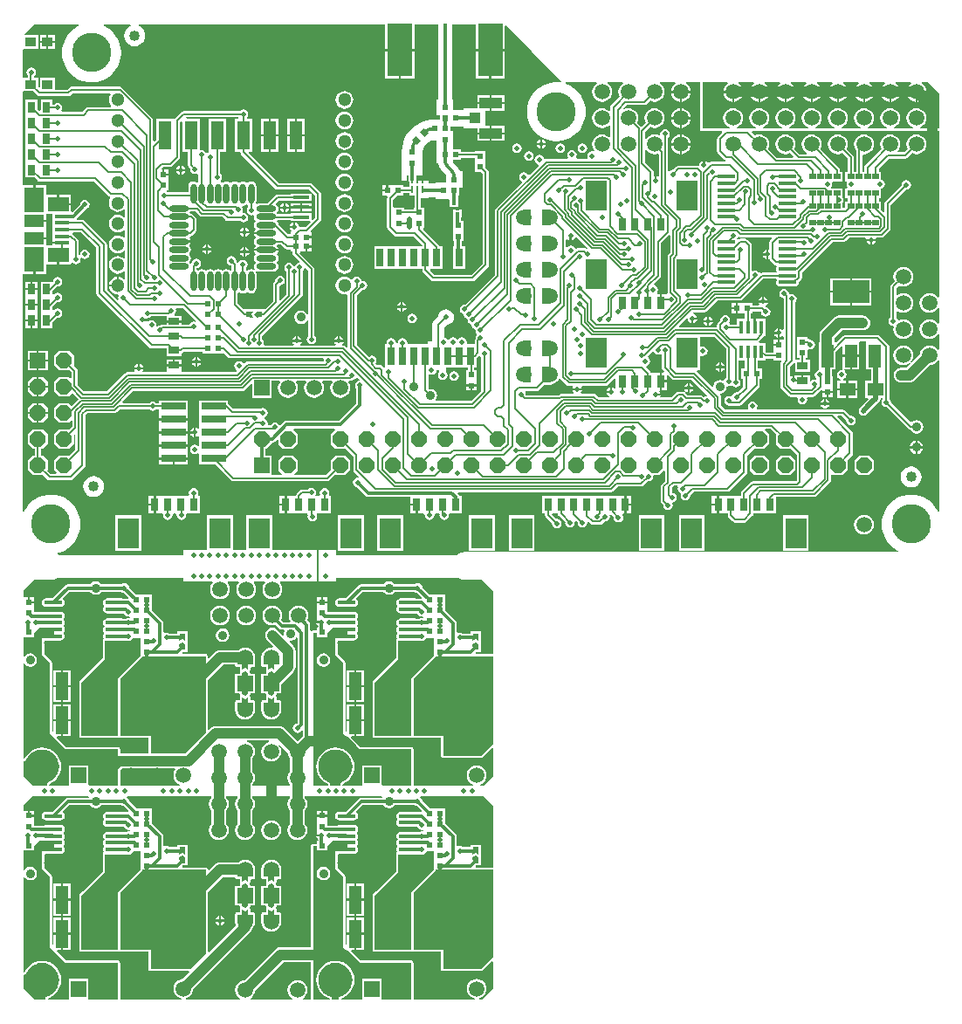
<source format=gtl>
G04 Layer_Physical_Order=1*
G04 Layer_Color=255*
%FSLAX25Y25*%
%MOIN*%
G70*
G01*
G75*
%ADD10C,0.00800*%
%ADD11C,0.01200*%
%ADD12R,0.08268X0.11811*%
%ADD13R,0.03150X0.05118*%
%ADD14R,0.02362X0.02165*%
%ADD15R,0.02165X0.02362*%
G04:AMPARAMS|DCode=16|XSize=40mil|YSize=40mil|CornerRadius=20mil|HoleSize=0mil|Usage=FLASHONLY|Rotation=180.000|XOffset=0mil|YOffset=0mil|HoleType=Round|Shape=RoundedRectangle|*
%AMROUNDEDRECTD16*
21,1,0.04000,0.00000,0,0,180.0*
21,1,0.00000,0.04000,0,0,180.0*
1,1,0.04000,0.00000,0.00000*
1,1,0.04000,0.00000,0.00000*
1,1,0.04000,0.00000,0.00000*
1,1,0.04000,0.00000,0.00000*
%
%ADD16ROUNDEDRECTD16*%
%ADD17R,0.02559X0.01969*%
%ADD18R,0.03937X0.02953*%
%ADD19R,0.02756X0.07087*%
%ADD20R,0.03150X0.07087*%
%ADD21C,0.03500*%
G04:AMPARAMS|DCode=22|XSize=23.62mil|YSize=21.65mil|CornerRadius=0mil|HoleSize=0mil|Usage=FLASHONLY|Rotation=135.000|XOffset=0mil|YOffset=0mil|HoleType=Round|Shape=Rectangle|*
%AMROTATEDRECTD22*
4,1,4,0.01601,-0.00070,0.00070,-0.01601,-0.01601,0.00070,-0.00070,0.01601,0.01601,-0.00070,0.0*
%
%ADD22ROTATEDRECTD22*%

%ADD23R,0.00866X0.02756*%
%ADD24R,0.04134X0.03937*%
%ADD25R,0.08661X0.04134*%
%ADD26R,0.01673X0.01378*%
%ADD27R,0.04724X0.08661*%
%ADD28R,0.14173X0.08661*%
%ADD29R,0.06299X0.04921*%
G04:AMPARAMS|DCode=30|XSize=40mil|YSize=40mil|CornerRadius=20mil|HoleSize=0mil|Usage=FLASHONLY|Rotation=90.000|XOffset=0mil|YOffset=0mil|HoleType=Round|Shape=RoundedRectangle|*
%AMROUNDEDRECTD30*
21,1,0.04000,0.00000,0,0,90.0*
21,1,0.00000,0.04000,0,0,90.0*
1,1,0.04000,0.00000,0.00000*
1,1,0.04000,0.00000,0.00000*
1,1,0.04000,0.00000,0.00000*
1,1,0.04000,0.00000,0.00000*
%
%ADD30ROUNDEDRECTD30*%
%ADD31R,0.09449X0.02953*%
%ADD32R,0.05118X0.11024*%
%ADD33R,0.03937X0.03543*%
%ADD34R,0.08268X0.05807*%
%ADD35R,0.05433X0.01772*%
%ADD36R,0.07480X0.09350*%
%ADD37R,0.07480X0.04626*%
%ADD38R,0.06299X0.01181*%
%ADD39R,0.02953X0.03937*%
%ADD40O,0.07677X0.02362*%
%ADD41O,0.02362X0.07677*%
%ADD42R,0.01654X0.05118*%
%ADD43O,0.07087X0.01654*%
%ADD44R,0.05118X0.10630*%
%ADD45R,0.11000X0.21000*%
%ADD46R,0.09488X0.14370*%
%ADD47R,0.01500X0.20000*%
%ADD48R,0.09500X0.20000*%
%ADD49C,0.00700*%
%ADD50C,0.04000*%
%ADD51C,0.02000*%
%ADD52C,0.01969*%
%ADD53C,0.05906*%
%ADD54R,0.05906X0.05906*%
%ADD55R,0.05906X0.05906*%
%ADD56P,0.06392X8X292.5*%
%ADD57P,0.06392X8X22.5*%
%ADD58C,0.05118*%
%ADD59C,0.13000*%
%ADD60C,0.15000*%
%ADD61C,0.02000*%
%ADD62C,0.02400*%
%ADD63R,0.05906X0.02953*%
%ADD64R,0.02953X0.05906*%
G36*
X159319Y155850D02*
X159350D01*
Y149819D01*
X159986D01*
X159990Y149780D01*
X160346Y148608D01*
X160924Y147527D01*
X161701Y146580D01*
X161706Y146585D01*
X162819Y145472D01*
Y142614D01*
X158850D01*
Y142055D01*
X156402D01*
Y143067D01*
X151920D01*
X151499Y143290D01*
X151459Y143535D01*
Y145000D01*
X154000D01*
Y154295D01*
X154116Y155175D01*
X154569Y156269D01*
X155291Y157209D01*
X156231Y157931D01*
X157325Y158384D01*
X158205Y158500D01*
X159319D01*
Y155850D01*
D02*
G37*
G36*
X87299Y-52890D02*
X86118Y-53677D01*
X84937Y-52890D01*
X84937Y-51532D01*
X87300D01*
X87299Y-52890D01*
D02*
G37*
G36*
X62141Y165522D02*
Y154188D01*
X64328D01*
Y149000D01*
X64417Y148551D01*
X64671Y148171D01*
X65194Y147648D01*
X65165Y147500D01*
X65304Y146798D01*
X65702Y146202D01*
X66298Y145804D01*
X67000Y145665D01*
X67702Y145804D01*
X67827Y145888D01*
X68327Y145621D01*
Y142676D01*
X67904Y142401D01*
X67691Y142461D01*
X67249Y142756D01*
X66476Y142910D01*
X65703Y142756D01*
X65048Y142318D01*
X64610Y141663D01*
X64456Y140890D01*
Y138672D01*
X56548D01*
X56398Y138898D01*
X56169Y139050D01*
X56321Y139550D01*
X56981D01*
Y143184D01*
X56981Y143316D01*
X56981D01*
Y143684D01*
X56981D01*
Y145167D01*
X55000D01*
Y145567D01*
X54600D01*
Y147450D01*
X54461D01*
X54270Y147912D01*
X54786Y148427D01*
X57500D01*
X57949Y148517D01*
X58329Y148771D01*
X61029Y151471D01*
X61283Y151851D01*
X61373Y152300D01*
Y165474D01*
X61680Y165723D01*
X62141Y165522D01*
D02*
G37*
G36*
X97299Y-56748D02*
X94937D01*
X94937Y-54071D01*
X96118Y-54858D01*
X97299Y-54071D01*
X97299Y-56748D01*
D02*
G37*
G36*
X239824Y154323D02*
X240607Y153722D01*
X241520Y153344D01*
X242500Y153215D01*
X243480Y153344D01*
X243712Y153440D01*
X244127Y153162D01*
Y144926D01*
X243628Y144710D01*
X243400Y144756D01*
Y143000D01*
X242600D01*
Y144828D01*
X242173Y145168D01*
Y146400D01*
X242083Y146849D01*
X241829Y147229D01*
X238873Y150186D01*
Y154742D01*
X239372Y154911D01*
X239824Y154323D01*
D02*
G37*
G36*
X97299Y-52890D02*
X96118Y-53677D01*
X94937Y-52890D01*
X94937Y-51532D01*
X97299D01*
X97299Y-52890D01*
D02*
G37*
G36*
X174019Y150684D02*
X174019D01*
Y150316D01*
X174019D01*
Y146550D01*
X176225D01*
X176828Y145947D01*
Y113000D01*
Y111486D01*
X172514Y107173D01*
X158486D01*
X156763Y108896D01*
X156954Y109358D01*
X161706D01*
Y113000D01*
Y118044D01*
X160429D01*
X160414Y118118D01*
X160160Y118498D01*
X154108Y124550D01*
X154315Y125050D01*
X154481D01*
Y128816D01*
X154481D01*
Y129184D01*
X154481D01*
Y132950D01*
X153173D01*
Y136311D01*
X156402D01*
Y136811D01*
X158850D01*
Y136252D01*
X163985D01*
X164363Y135958D01*
Y132980D01*
X167637D01*
Y135958D01*
X167427D01*
Y137452D01*
X167950D01*
Y137550D01*
X167981D01*
Y140484D01*
X169181D01*
Y146650D01*
X168245D01*
X168169Y146898D01*
X167611Y147943D01*
X166859Y148859D01*
X166859Y148859D01*
X166501Y149208D01*
X165516Y150193D01*
Y151019D01*
X168450D01*
Y151828D01*
X174019D01*
Y150684D01*
D02*
G37*
G36*
X148798Y137511D02*
X150828D01*
Y132950D01*
X150519D01*
Y132239D01*
X146981D01*
Y132950D01*
X143019D01*
X142673Y133306D01*
Y135947D01*
X144244Y137519D01*
X146450D01*
Y138328D01*
X148798D01*
Y137511D01*
D02*
G37*
G36*
X87300Y-44859D02*
X87300Y-46217D01*
X84937D01*
X84938Y-44859D01*
X86119Y-44071D01*
X87300Y-44859D01*
D02*
G37*
G36*
X83621Y167312D02*
X83414Y166821D01*
X83400Y166812D01*
X82141D01*
Y154188D01*
X84328D01*
Y154000D01*
X84417Y153551D01*
X84671Y153171D01*
X97671Y140171D01*
X98051Y139917D01*
X98500Y139828D01*
X110514D01*
X112828Y137514D01*
Y129053D01*
X111950Y128175D01*
X111450Y128382D01*
Y130650D01*
X103550D01*
Y130432D01*
X98565D01*
X98318Y130802D01*
Y131095D01*
X98756Y131751D01*
X98910Y132524D01*
X98756Y133297D01*
X98318Y133952D01*
X98047Y134133D01*
X97998Y134631D01*
X98935Y135568D01*
X103550D01*
Y135350D01*
X111450D01*
Y138131D01*
X103550D01*
Y137913D01*
X98449D01*
X98000Y137823D01*
X97620Y137569D01*
X94594Y134544D01*
X91575D01*
X90802Y134390D01*
X90646Y134286D01*
X90286Y134646D01*
X90390Y134802D01*
X90544Y135575D01*
Y140890D01*
X90390Y141663D01*
X89952Y142318D01*
X89297Y142756D01*
X88524Y142910D01*
X87751Y142756D01*
X87309Y142461D01*
X86949Y142359D01*
X86589Y142461D01*
X86147Y142756D01*
X85374Y142910D01*
X84601Y142756D01*
X84159Y142461D01*
X83799Y142359D01*
X83439Y142461D01*
X82997Y142756D01*
X82224Y142910D01*
X81451Y142756D01*
X81009Y142461D01*
X80650Y142359D01*
X80290Y142461D01*
X79848Y142756D01*
X79075Y142910D01*
X78302Y142756D01*
X77860Y142461D01*
X77500Y142359D01*
X77140Y142461D01*
X76864Y142645D01*
X76802Y143169D01*
X76817Y143232D01*
X77196Y143798D01*
X77335Y144500D01*
X77196Y145202D01*
X76798Y145798D01*
X76673Y145881D01*
Y154188D01*
X78859D01*
Y166812D01*
X72141D01*
Y154188D01*
X71838Y153814D01*
X71701Y153723D01*
X71300Y153707D01*
X71086Y153867D01*
X70798Y154298D01*
X70202Y154696D01*
X69500Y154835D01*
X69246Y154785D01*
X68859Y155102D01*
Y166812D01*
X63908D01*
X63640Y167312D01*
X63651Y167327D01*
X83605D01*
X83621Y167312D01*
D02*
G37*
G36*
X87327Y133741D02*
Y133115D01*
X87302Y133098D01*
X86904Y132502D01*
X86765Y131800D01*
X86904Y131098D01*
X87302Y130502D01*
X87898Y130104D01*
X88600Y129965D01*
X89186Y130081D01*
X89506Y129859D01*
X89623Y129718D01*
X89555Y129374D01*
X89709Y128601D01*
X90146Y127946D01*
Y127653D01*
X89709Y126997D01*
X89555Y126224D01*
X89709Y125451D01*
X90004Y125009D01*
X90105Y124650D01*
X90004Y124290D01*
X89709Y123848D01*
X89635Y123475D01*
X94232D01*
Y122675D01*
X89635D01*
X89709Y122302D01*
X90146Y121646D01*
Y121353D01*
X89709Y120698D01*
X89555Y119925D01*
X89709Y119152D01*
X90146Y118497D01*
Y118204D01*
X89709Y117549D01*
X89635Y117176D01*
X94232D01*
X98830D01*
X98756Y117549D01*
X98318Y118204D01*
Y118323D01*
X98712Y118753D01*
X99889D01*
X101371Y117271D01*
X101751Y117017D01*
X102200Y116928D01*
X103550D01*
Y116019D01*
X104261D01*
Y115467D01*
X104350Y115018D01*
X104604Y114638D01*
X106920Y112322D01*
X106749Y111785D01*
X106298Y111696D01*
X105702Y111298D01*
X105304Y110702D01*
X105255Y110453D01*
X104745D01*
X104696Y110702D01*
X104298Y111298D01*
X103702Y111696D01*
X103000Y111835D01*
X102298Y111696D01*
X101702Y111298D01*
X101304Y110702D01*
X101165Y110000D01*
X101304Y109298D01*
X101702Y108702D01*
X101828Y108619D01*
Y99786D01*
X99634Y97593D01*
X99173Y97784D01*
Y102759D01*
X99500Y103165D01*
X100202Y103304D01*
X100798Y103702D01*
X101196Y104298D01*
X101335Y105000D01*
X101196Y105702D01*
X100798Y106298D01*
X100202Y106696D01*
X99500Y106835D01*
X98798Y106696D01*
X98202Y106298D01*
X97804Y105702D01*
X97665Y105000D01*
X97694Y104852D01*
X97171Y104329D01*
X96917Y103949D01*
X96828Y103500D01*
Y97183D01*
X93853Y94209D01*
X93450Y93981D01*
Y93981D01*
X93450Y93981D01*
X91449D01*
X91370Y93997D01*
X90484D01*
X90405Y93981D01*
X89684D01*
X89684Y93981D01*
X89303Y93997D01*
X89191Y93997D01*
X88024D01*
X87945Y93981D01*
X85677D01*
X83397Y96261D01*
Y100295D01*
X83849Y100627D01*
X84159Y100540D01*
X84601Y100244D01*
X85374Y100090D01*
X86147Y100244D01*
X86589Y100540D01*
X86949Y100641D01*
X87309Y100540D01*
X87751Y100244D01*
X88524Y100090D01*
X89297Y100244D01*
X89952Y100682D01*
X90390Y101337D01*
X90544Y102110D01*
Y107425D01*
X90390Y108198D01*
X90286Y108354D01*
X90646Y108714D01*
X90802Y108610D01*
X91575Y108457D01*
X96890D01*
X97663Y108610D01*
X98318Y109048D01*
X98756Y109703D01*
X98910Y110476D01*
X98756Y111249D01*
X98318Y111905D01*
Y112198D01*
X98756Y112853D01*
X98910Y113626D01*
X98756Y114399D01*
X98461Y114841D01*
X98359Y115201D01*
X98461Y115560D01*
X98756Y116003D01*
X98830Y116376D01*
X94232D01*
X89635D01*
X89709Y116003D01*
X90004Y115560D01*
X90105Y115201D01*
X90004Y114841D01*
X89709Y114399D01*
X89555Y113626D01*
X89709Y112853D01*
X90146Y112198D01*
Y111905D01*
X89709Y111249D01*
X89555Y110476D01*
X89709Y109703D01*
X89812Y109548D01*
X89452Y109187D01*
X89297Y109291D01*
X88524Y109445D01*
X87751Y109291D01*
X87309Y108996D01*
X86999Y108909D01*
X86546Y109166D01*
Y109745D01*
X86672Y109828D01*
X87070Y110424D01*
X87209Y111126D01*
X87070Y111828D01*
X86672Y112424D01*
X86076Y112822D01*
X85374Y112961D01*
X84672Y112822D01*
X84076Y112424D01*
X83740Y111920D01*
X83363Y111880D01*
X83185Y111908D01*
X83053Y112105D01*
X82806Y112352D01*
X82835Y112500D01*
X82696Y113202D01*
X82298Y113798D01*
X81702Y114196D01*
X81000Y114335D01*
X80298Y114196D01*
X79702Y113798D01*
X79304Y113202D01*
X79165Y112500D01*
X79304Y111798D01*
X79702Y111202D01*
X80298Y110804D01*
X81000Y110665D01*
X81052Y110622D01*
Y109240D01*
X80600Y108909D01*
X80290Y108996D01*
X79848Y109291D01*
X79075Y109445D01*
X78302Y109291D01*
X77860Y108996D01*
X77500Y108895D01*
X77140Y108996D01*
X76698Y109291D01*
X75925Y109445D01*
X75152Y109291D01*
X74710Y108996D01*
X74350Y108895D01*
X73991Y108996D01*
X73549Y109291D01*
X72776Y109445D01*
X72003Y109291D01*
X71561Y108996D01*
X71201Y108895D01*
X70841Y108996D01*
X70399Y109291D01*
X69626Y109445D01*
X68853Y109291D01*
X68411Y108996D01*
X68101Y108909D01*
X67649Y109166D01*
Y109694D01*
X68202Y109804D01*
X68798Y110202D01*
X69196Y110798D01*
X69335Y111500D01*
X69196Y112202D01*
X68798Y112798D01*
X68202Y113196D01*
X67500Y113335D01*
X66798Y113196D01*
X66202Y112798D01*
X65804Y112202D01*
X65692Y111637D01*
X65235Y111435D01*
X65150Y111461D01*
X64854Y111905D01*
Y112198D01*
X65291Y112853D01*
X65445Y113626D01*
X65291Y114399D01*
X64996Y114841D01*
X64895Y115201D01*
X64996Y115560D01*
X65291Y116003D01*
X65445Y116776D01*
X65291Y117549D01*
X64854Y118204D01*
Y118497D01*
X65291Y119152D01*
X65365Y119525D01*
X60768D01*
Y120325D01*
X65365D01*
X65291Y120698D01*
X64854Y121353D01*
Y121473D01*
X65118Y121902D01*
X65567Y121992D01*
X65947Y122246D01*
X67329Y123628D01*
X67583Y124008D01*
X67672Y124457D01*
Y128400D01*
X67583Y128849D01*
X67329Y129229D01*
X66355Y130203D01*
X65975Y130457D01*
X65526Y130546D01*
X65142D01*
X64933Y131009D01*
X65248Y131351D01*
X67294D01*
X68874Y129771D01*
X69254Y129517D01*
X69703Y129428D01*
X77414D01*
X78671Y128171D01*
X79051Y127917D01*
X79500Y127828D01*
X84119D01*
X84202Y127702D01*
X84798Y127304D01*
X85500Y127165D01*
X86202Y127304D01*
X86798Y127702D01*
X87196Y128298D01*
X87335Y129000D01*
X87196Y129702D01*
X86798Y130298D01*
X86202Y130696D01*
X85500Y130835D01*
X85486Y130833D01*
X85185Y131282D01*
X85196Y131298D01*
X85335Y132000D01*
X85196Y132702D01*
X84904Y133139D01*
X85189Y133592D01*
X85374Y133555D01*
X86147Y133709D01*
X86589Y134004D01*
X86865Y134082D01*
X87327Y133741D01*
D02*
G37*
G36*
X121889Y-74183D02*
X123112Y-74554D01*
X124238Y-75156D01*
X125178Y-75928D01*
X125265Y-76014D01*
X126036Y-76954D01*
X126638Y-78081D01*
X127009Y-79303D01*
X127134Y-80574D01*
X127009Y-81845D01*
X126638Y-83068D01*
X126036Y-84194D01*
X125225Y-85181D01*
X124238Y-85992D01*
X123041Y-86632D01*
X123040Y-86632D01*
X123024Y-86641D01*
X122930Y-86674D01*
X122885Y-86715D01*
X122832Y-86743D01*
X122768Y-86821D01*
X122694Y-86888D01*
X122668Y-86943D01*
X122630Y-86989D01*
X122601Y-87085D01*
X122558Y-87176D01*
X122555Y-87236D01*
X122538Y-87294D01*
X122545Y-87374D01*
X122544Y-87453D01*
X122542Y-87494D01*
X122543Y-87495D01*
X122216Y-87874D01*
X119020D01*
X118694Y-87495D01*
X118694Y-87494D01*
X118692Y-87452D01*
X118691Y-87374D01*
X118699Y-87294D01*
X118681Y-87236D01*
X118678Y-87176D01*
X118635Y-87085D01*
X118606Y-86989D01*
X118568Y-86943D01*
X118542Y-86888D01*
X118468Y-86821D01*
X118404Y-86743D01*
X118351Y-86715D01*
X118306Y-86674D01*
X118212Y-86641D01*
X118196Y-86632D01*
X118195Y-86632D01*
X116998Y-85992D01*
X116011Y-85181D01*
X115200Y-84194D01*
X114598Y-83068D01*
X114228Y-81845D01*
X114102Y-80574D01*
X114228Y-79303D01*
X114598Y-78081D01*
X115200Y-76954D01*
X116011Y-75967D01*
X116998Y-75156D01*
X118125Y-74554D01*
X119347Y-74183D01*
X120618Y-74058D01*
X121889Y-74183D01*
D02*
G37*
G36*
X9889D02*
X11112Y-74554D01*
X12238Y-75156D01*
X13225Y-75967D01*
X14036Y-76954D01*
X14638Y-78081D01*
X15009Y-79303D01*
X15134Y-80574D01*
X15009Y-81845D01*
X14638Y-83068D01*
X14036Y-84194D01*
X13225Y-85181D01*
X12238Y-85992D01*
X11041Y-86632D01*
X11040Y-86632D01*
X11024Y-86641D01*
X10930Y-86674D01*
X10885Y-86715D01*
X10832Y-86743D01*
X10768Y-86821D01*
X10694Y-86888D01*
X10668Y-86943D01*
X10630Y-86989D01*
X10601Y-87085D01*
X10558Y-87176D01*
X10555Y-87236D01*
X10537Y-87294D01*
X10545Y-87374D01*
X10544Y-87453D01*
X10542Y-87494D01*
X10543Y-87495D01*
X10216Y-87874D01*
X4993D01*
X1444Y-84325D01*
Y-78735D01*
X1637Y-78539D01*
X1864Y-78387D01*
X1963Y-78377D01*
X2063Y-78382D01*
X2120Y-78362D01*
X2180Y-78356D01*
X2269Y-78309D01*
X2363Y-78275D01*
X2408Y-78234D01*
X2461Y-78206D01*
X2524Y-78128D01*
X2599Y-78061D01*
X2625Y-78007D01*
X2663Y-77960D01*
X3201Y-76954D01*
X4011Y-75967D01*
X4998Y-75156D01*
X6125Y-74554D01*
X7347Y-74183D01*
X8618Y-74058D01*
X9889Y-74183D01*
D02*
G37*
G36*
X95288Y-71198D02*
X95139Y-71218D01*
X94226Y-71596D01*
X93442Y-72198D01*
X92840Y-72981D01*
X92462Y-73894D01*
X92333Y-74874D01*
X92462Y-75854D01*
X92840Y-76767D01*
X93442Y-77551D01*
X94226Y-78152D01*
X95139Y-78530D01*
X96118Y-78659D01*
X97098Y-78530D01*
X98011Y-78152D01*
X98795Y-77551D01*
X99396Y-76767D01*
X99774Y-75854D01*
X99903Y-74874D01*
X99774Y-73894D01*
X99396Y-72981D01*
X98973Y-72430D01*
X99350Y-72100D01*
X102365Y-75115D01*
X102462Y-75854D01*
X102840Y-76767D01*
X103294Y-77358D01*
Y-82390D01*
X102840Y-82981D01*
X102462Y-83894D01*
X102333Y-84874D01*
X102462Y-85854D01*
X102840Y-86767D01*
X103294Y-87358D01*
Y-87874D01*
X88942D01*
Y-87358D01*
X89396Y-86767D01*
X89774Y-85854D01*
X89903Y-84874D01*
X89774Y-83894D01*
X89396Y-82981D01*
X88942Y-82390D01*
Y-77358D01*
X89396Y-76767D01*
X89774Y-75854D01*
X89903Y-74874D01*
X89774Y-73894D01*
X89396Y-72981D01*
X88795Y-72198D01*
X88011Y-71596D01*
X87098Y-71218D01*
X86948Y-71198D01*
X86981Y-70698D01*
X95255D01*
X95288Y-71198D01*
D02*
G37*
G36*
X26569Y-92374D02*
X26525Y-92447D01*
X18469D01*
X18469Y-92447D01*
X17922Y-92555D01*
X17459Y-92865D01*
X12565Y-97759D01*
X10209D01*
X9574Y-97885D01*
X9036Y-98245D01*
X8676Y-98783D01*
X8550Y-99417D01*
X8676Y-100052D01*
X9036Y-100590D01*
X9574Y-100950D01*
X10209Y-101076D01*
X15642D01*
X16276Y-100950D01*
X16815Y-100590D01*
X17174Y-100052D01*
X17300Y-99417D01*
X17174Y-98783D01*
X16815Y-98245D01*
X16724Y-98184D01*
X16675Y-97686D01*
X19060Y-95301D01*
X27005D01*
X27280Y-95713D01*
X28123Y-96276D01*
X29118Y-96474D01*
X30113Y-96276D01*
X30957Y-95713D01*
X31231Y-95301D01*
X38948D01*
X39349Y-95570D01*
X39823Y-95664D01*
X41664Y-97505D01*
X41651Y-97596D01*
X41442Y-97990D01*
X39819D01*
X39662Y-97885D01*
X39028Y-97759D01*
X33595D01*
X32960Y-97885D01*
X32422Y-98245D01*
X32062Y-98783D01*
X31936Y-99417D01*
X32062Y-100052D01*
X32242Y-100322D01*
X32382Y-100697D01*
X32242Y-101072D01*
X32062Y-101342D01*
X31936Y-101976D01*
X32062Y-102611D01*
X32422Y-103149D01*
X32960Y-103509D01*
X33595Y-103635D01*
X39028D01*
X39409Y-103559D01*
X39923Y-103576D01*
X40320Y-104172D01*
X40916Y-104570D01*
X41618Y-104709D01*
X41845Y-104664D01*
X42258Y-104985D01*
X41863Y-105308D01*
X41618Y-105259D01*
X40916Y-105399D01*
X40514Y-105667D01*
X39819D01*
X39662Y-105562D01*
X39028Y-105436D01*
X33595D01*
X32960Y-105562D01*
X32422Y-105922D01*
X32062Y-106460D01*
X31936Y-107095D01*
X32062Y-107729D01*
X32422Y-108267D01*
Y-108481D01*
X32062Y-109019D01*
X31936Y-109653D01*
X32062Y-110288D01*
X32242Y-110558D01*
X32382Y-110933D01*
X32242Y-111308D01*
X32062Y-111578D01*
X31936Y-112213D01*
X32062Y-112847D01*
X32113Y-112924D01*
X32041Y-113533D01*
X31865Y-113798D01*
X31802Y-114110D01*
Y-120536D01*
X24265Y-128074D01*
X24078D01*
Y-128261D01*
X23041Y-129297D01*
X22864Y-129562D01*
X22802Y-129874D01*
X22802Y-129874D01*
Y-150374D01*
X22864Y-150686D01*
X23041Y-150951D01*
X23306Y-151128D01*
X23618Y-151190D01*
X37618D01*
X37930Y-151128D01*
X38118Y-151002D01*
X38306Y-151128D01*
X38618Y-151190D01*
X49302D01*
Y-157874D01*
X49365Y-158186D01*
X49541Y-158451D01*
X49806Y-158628D01*
X50118Y-158690D01*
X64601D01*
X64808Y-159190D01*
X62378Y-161621D01*
X61638Y-161718D01*
X60725Y-162096D01*
X59942Y-162698D01*
X59340Y-163481D01*
X58962Y-164394D01*
X58833Y-165374D01*
X58962Y-166354D01*
X59340Y-167267D01*
X59942Y-168051D01*
X60725Y-168652D01*
X61638Y-169030D01*
X61778Y-169049D01*
X61745Y-169549D01*
X38434D01*
Y-155374D01*
X38372Y-155062D01*
X38195Y-154797D01*
X37930Y-154620D01*
X37618Y-154558D01*
X17956D01*
X14349Y-150951D01*
X14540Y-150489D01*
X15927D01*
Y-144774D01*
X12968D01*
Y-148352D01*
X12468Y-148619D01*
X12434Y-148597D01*
Y-122374D01*
X12434Y-122374D01*
X12372Y-122062D01*
X12195Y-121797D01*
X9434Y-119036D01*
Y-117673D01*
X9418Y-117594D01*
Y-117514D01*
X9382Y-117331D01*
X9418Y-117148D01*
Y-117067D01*
X9434Y-116989D01*
Y-115114D01*
X9418Y-115035D01*
Y-114955D01*
X9382Y-114772D01*
X9418Y-114588D01*
Y-114508D01*
X9434Y-114429D01*
Y-114207D01*
X9934Y-113817D01*
X10209Y-113871D01*
X15642D01*
X16276Y-113745D01*
X16815Y-113385D01*
X17174Y-112847D01*
X17300Y-112213D01*
X17174Y-111578D01*
X16994Y-111308D01*
X16854Y-110933D01*
X16994Y-110558D01*
X17174Y-110288D01*
X17300Y-109653D01*
X17174Y-109019D01*
X16815Y-108481D01*
Y-108267D01*
X17174Y-107729D01*
X17300Y-107095D01*
X17174Y-106460D01*
X16994Y-106190D01*
X16854Y-105815D01*
X16994Y-105440D01*
X17174Y-105170D01*
X17300Y-104535D01*
X17174Y-103901D01*
X16815Y-103363D01*
X16276Y-103003D01*
X15642Y-102877D01*
X10209D01*
X9574Y-103003D01*
X9417Y-103108D01*
X5599D01*
Y-101690D01*
X5599Y-101558D01*
Y-101190D01*
X5599Y-101058D01*
Y-99707D01*
X3618D01*
Y-99307D01*
X3218D01*
Y-97424D01*
X1637D01*
X1444Y-97004D01*
Y-95423D01*
X4993Y-91874D01*
X26286D01*
X26569Y-92374D01*
D02*
G37*
G36*
X59597Y-81647D02*
X59340Y-81981D01*
X58962Y-82894D01*
X58833Y-83874D01*
X58962Y-84854D01*
X59340Y-85767D01*
X59942Y-86550D01*
X60725Y-87152D01*
X61261Y-87374D01*
X61162Y-87874D01*
X38434D01*
Y-82052D01*
X39288Y-81198D01*
X59376D01*
X59597Y-81647D01*
D02*
G37*
G36*
X180793Y-71742D02*
X176303Y-76374D01*
X161764D01*
Y-68874D01*
X150618D01*
Y-47028D01*
X158695Y-38951D01*
X158872Y-38686D01*
X158934Y-38374D01*
X180793D01*
Y-71742D01*
D02*
G37*
G36*
X351174Y98697D02*
X350675Y98527D01*
X350177Y99177D01*
X349393Y99778D01*
X348480Y100156D01*
X347500Y100285D01*
X346520Y100156D01*
X345607Y99778D01*
X344824Y99177D01*
X344222Y98393D01*
X343844Y97480D01*
X343715Y96500D01*
X343844Y95520D01*
X344222Y94607D01*
X344824Y93823D01*
X345607Y93222D01*
X346520Y92844D01*
X347500Y92715D01*
X348480Y92844D01*
X349393Y93222D01*
X350177Y93823D01*
X350675Y94473D01*
X351174Y94303D01*
Y88697D01*
X350675Y88527D01*
X350177Y89176D01*
X349393Y89778D01*
X348480Y90156D01*
X347500Y90285D01*
X346520Y90156D01*
X345607Y89778D01*
X344824Y89176D01*
X344222Y88393D01*
X343844Y87480D01*
X343715Y86500D01*
X343844Y85520D01*
X344222Y84607D01*
X344824Y83824D01*
X345607Y83222D01*
X346520Y82844D01*
X347500Y82715D01*
X348480Y82844D01*
X349393Y83222D01*
X350177Y83824D01*
X350675Y84473D01*
X351174Y84303D01*
Y78697D01*
X350675Y78527D01*
X350177Y79176D01*
X349393Y79778D01*
X348480Y80156D01*
X347500Y80285D01*
X346520Y80156D01*
X345607Y79778D01*
X344824Y79176D01*
X344222Y78393D01*
X343844Y77480D01*
X343746Y76740D01*
X340732Y73725D01*
X340355Y74056D01*
X340778Y74607D01*
X341156Y75520D01*
X341285Y76500D01*
X341156Y77480D01*
X340778Y78393D01*
X340177Y79176D01*
X339393Y79778D01*
X338480Y80156D01*
X337500Y80285D01*
X336520Y80156D01*
X335607Y79778D01*
X334823Y79176D01*
X334222Y78393D01*
X333844Y77480D01*
X333715Y76500D01*
X333844Y75520D01*
X334222Y74607D01*
X334823Y73823D01*
X335607Y73222D01*
X336520Y72844D01*
X337500Y72715D01*
X338480Y72844D01*
X339393Y73222D01*
X339944Y73645D01*
X340275Y73269D01*
X338728Y71722D01*
X336614D01*
X335883Y71626D01*
X335202Y71343D01*
X334617Y70895D01*
X334168Y70310D01*
X333886Y69629D01*
X333790Y68898D01*
X333886Y68167D01*
X334168Y67486D01*
X334617Y66901D01*
X335202Y66452D01*
X335883Y66170D01*
X336614Y66074D01*
X339898D01*
X340629Y66170D01*
X341310Y66452D01*
X341895Y66901D01*
X347741Y72746D01*
X348480Y72844D01*
X349393Y73222D01*
X350177Y73823D01*
X350675Y74473D01*
X351174Y74303D01*
Y16908D01*
X350684Y16811D01*
X350555Y17123D01*
X349630Y18633D01*
X348480Y19980D01*
X347133Y21130D01*
X345623Y22055D01*
X343987Y22733D01*
X342265Y23146D01*
X340942Y23250D01*
X340500D01*
X339615Y23250D01*
X337014Y22733D01*
X335378Y22055D01*
X333869Y21130D01*
X332522Y19980D01*
X331372Y18633D01*
X330447Y17124D01*
X329769Y15488D01*
X329356Y13766D01*
X329252Y12442D01*
X329252Y12000D01*
X329252Y12000D01*
X329252Y11558D01*
X329256Y11502D01*
X329356Y10234D01*
X329769Y8512D01*
X330447Y6876D01*
X331372Y5367D01*
X332522Y4020D01*
X333869Y2870D01*
X335378Y1945D01*
X335690Y1816D01*
X335593Y1326D01*
X170307D01*
Y1345D01*
X168940Y1165D01*
X167666Y637D01*
X166835Y0D01*
X120768D01*
Y2000D01*
X96607D01*
Y15335D01*
X86739D01*
Y2000D01*
X81450D01*
Y15335D01*
X71582D01*
Y2000D01*
X62500D01*
Y0D01*
X15283D01*
X14584Y536D01*
X14642Y1065D01*
X15487Y1268D01*
X17123Y1945D01*
X18633Y2870D01*
X19980Y4021D01*
X21130Y5367D01*
X22055Y6877D01*
X22733Y8513D01*
X23146Y10235D01*
X23250Y11558D01*
Y12442D01*
X23146Y13765D01*
X22733Y15487D01*
X22055Y17123D01*
X21130Y18633D01*
X19980Y19980D01*
X18633Y21130D01*
X17123Y22055D01*
X15487Y22733D01*
X13765Y23146D01*
X12442Y23250D01*
X12000D01*
X11115Y23250D01*
X8514Y22733D01*
X6878Y22055D01*
X5368Y21130D01*
X4022Y19980D01*
X2872Y18633D01*
X1947Y17124D01*
X1816Y16807D01*
X1326Y16905D01*
Y107558D01*
X5309D01*
Y113033D01*
X6109D01*
Y107558D01*
X10249D01*
Y111102D01*
X14364D01*
Y114805D01*
X15164D01*
Y111102D01*
X19698D01*
Y111557D01*
X20198Y111709D01*
X20202Y111702D01*
X20798Y111304D01*
X21500Y111165D01*
X22202Y111304D01*
X22798Y111702D01*
X23196Y112298D01*
X23335Y113000D01*
X23236Y113501D01*
X23688Y113696D01*
X23706Y113700D01*
X24298Y113304D01*
X25000Y113165D01*
X25702Y113304D01*
X26298Y113702D01*
X26696Y114298D01*
X26835Y115000D01*
X26696Y115702D01*
X26298Y116298D01*
X25702Y116696D01*
X25000Y116835D01*
X24298Y116696D01*
X23702Y116298D01*
X23304Y115702D01*
X23176Y115056D01*
X22963Y114900D01*
X22701Y114770D01*
X22672Y114788D01*
Y120000D01*
X22583Y120449D01*
X22329Y120829D01*
X20388Y122770D01*
X20302Y122827D01*
X20454Y123328D01*
X23514D01*
X29327Y117514D01*
Y100254D01*
X29417Y99806D01*
X29671Y99425D01*
X49599Y79498D01*
X49979Y79243D01*
X50428Y79154D01*
X56231D01*
Y76078D01*
X61769D01*
Y77243D01*
X61909Y77271D01*
X62290Y77525D01*
X62592Y77828D01*
X70050D01*
Y77019D01*
X73816D01*
Y77019D01*
X74184D01*
Y77019D01*
X77950D01*
X77950Y77019D01*
Y77019D01*
X78412Y76890D01*
X79632Y75671D01*
X80012Y75417D01*
X80461Y75327D01*
X115832D01*
X116230Y74827D01*
X116165Y74500D01*
X116173Y74459D01*
X115856Y74072D01*
X87209D01*
X86760Y73983D01*
X86380Y73729D01*
X86014Y73364D01*
X85375Y73432D01*
X85198Y73698D01*
X84602Y74096D01*
X83900Y74235D01*
X83198Y74096D01*
X82602Y73698D01*
X82204Y73102D01*
X82065Y72400D01*
X82204Y71698D01*
X82602Y71102D01*
X82868Y70925D01*
X82930Y70346D01*
X82581Y69972D01*
X62018D01*
X61769Y70369D01*
X61769Y70473D01*
Y72246D01*
X59000D01*
X56231D01*
Y70473D01*
X56231Y70369D01*
X55982Y69972D01*
X47331D01*
X47064Y70473D01*
X47262Y70770D01*
X47323Y71072D01*
X43811D01*
X43871Y70770D01*
X44070Y70473D01*
X43803Y69972D01*
X41079D01*
X40630Y69883D01*
X40250Y69629D01*
X33293Y62673D01*
X24683D01*
X22173Y65183D01*
Y70500D01*
X22083Y70949D01*
X21829Y71329D01*
X20644Y72514D01*
X20753Y72624D01*
Y76376D01*
X18876Y78253D01*
X15124D01*
X13247Y76376D01*
Y72624D01*
X15124Y70747D01*
X18876D01*
X18985Y70856D01*
X19827Y70014D01*
Y67955D01*
X19365Y67764D01*
X18876Y68253D01*
X15124D01*
X13247Y66376D01*
Y62624D01*
X15124Y60747D01*
X18876D01*
X20235Y62106D01*
X22592Y59750D01*
X19985Y57144D01*
X18876Y58253D01*
X15124D01*
X13247Y56376D01*
Y52624D01*
X15124Y50747D01*
X18876D01*
X19666Y51536D01*
X20128Y51345D01*
Y49286D01*
X18985Y48144D01*
X18876Y48253D01*
X15124D01*
X13247Y46376D01*
Y42624D01*
X15124Y40747D01*
X18876D01*
X20753Y42624D01*
Y46213D01*
X20828Y46279D01*
X21328Y46055D01*
Y40486D01*
X18985Y38144D01*
X18876Y38253D01*
X15124D01*
X13247Y36376D01*
Y32624D01*
X14236Y31635D01*
X14045Y31172D01*
X11986D01*
X10644Y32515D01*
X10753Y32624D01*
Y36376D01*
X8876Y38253D01*
X8173D01*
Y40747D01*
X8876D01*
X10753Y42624D01*
Y46376D01*
X8876Y48253D01*
X5124D01*
X3247Y46376D01*
Y42624D01*
X5124Y40747D01*
X5827D01*
Y38253D01*
X5124D01*
X3247Y36376D01*
Y32624D01*
X5124Y30747D01*
X8876D01*
X8986Y30856D01*
X10671Y29171D01*
X11051Y28917D01*
X11500Y28828D01*
X19500D01*
X19949Y28917D01*
X20329Y29171D01*
X24829Y33671D01*
X25083Y34051D01*
X25172Y34500D01*
Y53514D01*
X25986Y54327D01*
X36264D01*
X36713Y54417D01*
X37093Y54671D01*
X38250Y55827D01*
X49619D01*
X49702Y55702D01*
X50298Y55304D01*
X51000Y55165D01*
X51702Y55304D01*
X52298Y55702D01*
X52381Y55827D01*
X53298D01*
Y54776D01*
X53298Y54724D01*
Y54276D01*
X53298Y54224D01*
Y52400D01*
X64347D01*
Y54224D01*
X64347Y54276D01*
Y54724D01*
X64347Y54776D01*
Y59276D01*
X53298D01*
Y58173D01*
X52381D01*
X52298Y58298D01*
X51702Y58696D01*
X51000Y58835D01*
X50298Y58696D01*
X49702Y58298D01*
X49619Y58173D01*
X39551D01*
X39360Y58635D01*
X43553Y62827D01*
X85100D01*
X85549Y62917D01*
X85929Y63171D01*
X88285Y65527D01*
X88747Y65336D01*
Y60247D01*
X96253D01*
Y66728D01*
X99232D01*
X99479Y66228D01*
X99222Y65893D01*
X98844Y64980D01*
X98715Y64000D01*
X98844Y63020D01*
X99222Y62107D01*
X99823Y61323D01*
X100607Y60722D01*
X101520Y60344D01*
X102500Y60215D01*
X103480Y60344D01*
X104393Y60722D01*
X105176Y61323D01*
X105778Y62107D01*
X106156Y63020D01*
X106285Y64000D01*
X106156Y64980D01*
X105778Y65893D01*
X105521Y66228D01*
X105768Y66728D01*
X109232D01*
X109479Y66228D01*
X109222Y65893D01*
X108844Y64980D01*
X108715Y64000D01*
X108844Y63020D01*
X109222Y62107D01*
X109824Y61323D01*
X110607Y60722D01*
X111520Y60344D01*
X112500Y60215D01*
X113480Y60344D01*
X114393Y60722D01*
X115176Y61323D01*
X115778Y62107D01*
X116156Y63020D01*
X116285Y64000D01*
X116156Y64980D01*
X115778Y65893D01*
X115521Y66228D01*
X115768Y66728D01*
X119232D01*
X119479Y66228D01*
X119222Y65893D01*
X118844Y64980D01*
X118715Y64000D01*
X118844Y63020D01*
X119222Y62107D01*
X119824Y61323D01*
X120607Y60722D01*
X121520Y60344D01*
X122500Y60215D01*
X123480Y60344D01*
X124393Y60722D01*
X125177Y61323D01*
X125778Y62107D01*
X126156Y63020D01*
X126285Y64000D01*
X126156Y64980D01*
X125778Y65893D01*
X125521Y66228D01*
X125768Y66728D01*
X126400D01*
X126849Y66817D01*
X127229Y67071D01*
X127278Y67120D01*
X127702Y67204D01*
X128298Y67602D01*
X128472Y67863D01*
X129113Y67929D01*
X129747Y67295D01*
X129583Y66752D01*
X129298Y66696D01*
X128702Y66298D01*
X128304Y65702D01*
X128165Y65000D01*
X128304Y64298D01*
X128573Y63896D01*
Y58091D01*
X121909Y51427D01*
X102000D01*
X101454Y51319D01*
X100991Y51009D01*
X100991Y51009D01*
X99669Y49688D01*
X99108Y49834D01*
X98798Y50298D01*
X98202Y50696D01*
X97500Y50835D01*
X96798Y50696D01*
X96202Y50298D01*
X95804Y49702D01*
X95798Y49672D01*
X95167D01*
X94770Y50173D01*
X94835Y50500D01*
X94696Y51202D01*
X94298Y51798D01*
X93702Y52196D01*
X93453Y52245D01*
Y52755D01*
X93702Y52804D01*
X94298Y53202D01*
X94696Y53798D01*
X94835Y54500D01*
X94696Y55202D01*
X94298Y55798D01*
X93702Y56196D01*
X93000Y56335D01*
X92298Y56196D01*
X92004Y55999D01*
X81659D01*
X79829Y57829D01*
X79702Y57914D01*
Y59276D01*
X68653D01*
Y54776D01*
X68653Y54724D01*
X68653D01*
Y54276D01*
X68653D01*
Y49724D01*
X68653D01*
Y49276D01*
X68653D01*
Y48598D01*
X68153Y48395D01*
X67702Y48696D01*
X67400Y48756D01*
Y47000D01*
Y45244D01*
X67702Y45304D01*
X68153Y45605D01*
X68653Y45402D01*
Y44724D01*
X68653D01*
Y44276D01*
X68653D01*
Y42098D01*
X68153Y41895D01*
X67702Y42196D01*
X67000Y42335D01*
X66298Y42196D01*
X65702Y41798D01*
X65304Y41202D01*
X65165Y40500D01*
X65304Y39798D01*
X65702Y39202D01*
X66298Y38804D01*
X67000Y38665D01*
X67702Y38804D01*
X68153Y39105D01*
X68616Y38917D01*
X68653Y38884D01*
Y34724D01*
X74795D01*
X80821Y28699D01*
X81201Y28444D01*
X81650Y28355D01*
X117528D01*
X117976Y28444D01*
X118357Y28699D01*
X120515Y30856D01*
X120624Y30747D01*
X124376D01*
X126253Y32624D01*
Y36376D01*
X124376Y38253D01*
X120624D01*
X118747Y36376D01*
Y32624D01*
X118856Y32515D01*
X117042Y30700D01*
X105036D01*
X104829Y31200D01*
X106253Y32624D01*
Y36376D01*
X104376Y38253D01*
X100624D01*
X98747Y36376D01*
Y32624D01*
X100171Y31200D01*
X99964Y30700D01*
X96733D01*
X96253Y30747D01*
Y38253D01*
X93927D01*
Y40747D01*
X94376D01*
X96253Y42624D01*
Y42682D01*
X96500Y43073D01*
X97046Y43181D01*
X97509Y43491D01*
X98285Y44267D01*
X98747Y44075D01*
Y42624D01*
X100624Y40747D01*
X104376D01*
X106253Y42624D01*
Y46376D01*
X104557Y48073D01*
X104764Y48573D01*
X120236D01*
X120443Y48073D01*
X118747Y46376D01*
Y42624D01*
X120624Y40747D01*
X124376D01*
X124486Y40856D01*
X127525Y37817D01*
Y32671D01*
X127614Y32223D01*
X127868Y31842D01*
X129482Y30229D01*
X129236Y29768D01*
X129134Y29788D01*
X128431Y29648D01*
X127836Y29250D01*
X127438Y28655D01*
X127299Y27953D01*
X127438Y27250D01*
X127836Y26655D01*
X128431Y26257D01*
X128905Y26163D01*
X132127Y22941D01*
X132127Y22941D01*
X132590Y22631D01*
X133137Y22523D01*
X133137Y22523D01*
X149338D01*
Y19857D01*
X151713D01*
Y19457D01*
X152113D01*
Y16098D01*
X154087D01*
Y16098D01*
X154259D01*
X154671Y15884D01*
X154906Y15598D01*
X154858Y15354D01*
X154997Y14652D01*
X155395Y14057D01*
X155991Y13659D01*
X156693Y13519D01*
X157395Y13659D01*
X157991Y14057D01*
X158388Y14652D01*
X158528Y15354D01*
X158480Y15598D01*
X158637Y15789D01*
X159009Y16098D01*
X159180D01*
Y16098D01*
X160143D01*
X160421Y15614D01*
X160370Y15354D01*
X160509Y14652D01*
X160907Y14057D01*
X161502Y13659D01*
X162205Y13519D01*
X162907Y13659D01*
X163502Y14057D01*
X163900Y14652D01*
X164040Y15354D01*
X163987Y15621D01*
X163984Y15649D01*
X164402Y16098D01*
X168851D01*
Y22816D01*
X167841D01*
X167795Y23046D01*
X167486Y23509D01*
X167486Y23509D01*
X167229Y23765D01*
X167421Y24227D01*
X225900D01*
X226349Y24317D01*
X226729Y24571D01*
X228486Y26327D01*
X237400D01*
X237849Y26417D01*
X238229Y26671D01*
X239146Y27588D01*
X239195Y27621D01*
X239966Y28391D01*
X240100Y28365D01*
X240802Y28504D01*
X241398Y28902D01*
X241796Y29498D01*
X241935Y30200D01*
X241903Y30361D01*
X242220Y30747D01*
X244376D01*
X245965Y32336D01*
X246465Y32129D01*
Y28438D01*
X245234Y27207D01*
X244980Y26827D01*
X244890Y26378D01*
Y20866D01*
X244980Y20417D01*
X245234Y20037D01*
X245832Y19439D01*
X245802Y19291D01*
X245942Y18589D01*
X246340Y17994D01*
X246936Y17596D01*
X247638Y17456D01*
X248340Y17596D01*
X248936Y17994D01*
X249333Y18589D01*
X249473Y19291D01*
X249377Y19774D01*
X249333Y19994D01*
X249721Y20313D01*
X249915Y20352D01*
X250510Y20750D01*
X250908Y21345D01*
X251048Y22047D01*
X250908Y22750D01*
X250510Y23345D01*
X249915Y23743D01*
X249213Y23882D01*
X249204Y23889D01*
Y25892D01*
X250039Y26728D01*
X251222D01*
X251357Y26474D01*
X251441Y26228D01*
X251314Y25591D01*
X251454Y24888D01*
X251852Y24293D01*
X252447Y23895D01*
X252616Y23440D01*
X252495Y22835D01*
X252635Y22132D01*
X253033Y21537D01*
X253628Y21139D01*
X254331Y20999D01*
X255033Y21139D01*
X255628Y21537D01*
X256026Y22132D01*
X256166Y22835D01*
X256137Y22982D01*
X257482Y24328D01*
X270303D01*
X270752Y24417D01*
X271132Y24671D01*
X277522Y31061D01*
X277776Y31441D01*
X277865Y31890D01*
Y38207D01*
X280515Y40856D01*
X280624Y40747D01*
X284376D01*
X286253Y42624D01*
Y46376D01*
X284702Y47927D01*
X284909Y48428D01*
X286914D01*
X288856Y46485D01*
X288747Y46376D01*
Y42624D01*
X290624Y40747D01*
X294376D01*
X294485Y40856D01*
X296859Y38483D01*
Y28786D01*
X296430Y28357D01*
X279940D01*
X279491Y28267D01*
X279111Y28013D01*
X275765Y24668D01*
X275511Y24287D01*
X275422Y23839D01*
Y22816D01*
X274220D01*
Y22816D01*
X274048D01*
Y22816D01*
X269627D01*
X269298Y22816D01*
X268798Y22816D01*
X267152D01*
Y19457D01*
Y16098D01*
X268798D01*
X269127Y16098D01*
X269627Y16098D01*
X270501D01*
Y15335D01*
X270590Y14886D01*
X270844Y14505D01*
X272379Y12971D01*
X272759Y12717D01*
X273208Y12628D01*
X276772D01*
X277220Y12717D01*
X277601Y12971D01*
X279848Y15218D01*
X280103Y15599D01*
X280192Y16048D01*
Y16098D01*
X283891D01*
Y16098D01*
X284062D01*
Y16098D01*
X288812D01*
Y22412D01*
X303505D01*
X303954Y22501D01*
X304335Y22755D01*
X309526Y27947D01*
X309781Y28327D01*
X309870Y28776D01*
Y30848D01*
X310332Y31039D01*
X310624Y30747D01*
X314376D01*
X316253Y32624D01*
Y36376D01*
X316144Y36485D01*
X317829Y38171D01*
X318083Y38551D01*
X318173Y39000D01*
Y46500D01*
X318083Y46949D01*
X317829Y47329D01*
X312266Y52892D01*
X312457Y53354D01*
X313988D01*
X315694Y51648D01*
X315665Y51500D01*
X315804Y50798D01*
X316202Y50202D01*
X316798Y49804D01*
X317500Y49665D01*
X318202Y49804D01*
X318798Y50202D01*
X319196Y50798D01*
X319335Y51500D01*
X319196Y52202D01*
X318798Y52798D01*
X318202Y53196D01*
X317500Y53335D01*
X317352Y53306D01*
X315302Y55356D01*
X314922Y55610D01*
X314473Y55699D01*
X307723D01*
X307674Y56199D01*
X307801Y56225D01*
X308202Y56304D01*
X308798Y56702D01*
X309196Y57298D01*
X309256Y57600D01*
X305744D01*
X305804Y57298D01*
X306202Y56702D01*
X306798Y56304D01*
X307199Y56225D01*
X307326Y56199D01*
X307277Y55699D01*
X281897D01*
X281630Y56199D01*
X281696Y56298D01*
X281835Y57000D01*
X281696Y57702D01*
X281298Y58298D01*
X280702Y58696D01*
X280000Y58835D01*
X279298Y58696D01*
X278702Y58298D01*
X278304Y57702D01*
X278165Y57000D01*
X278304Y56298D01*
X278370Y56199D01*
X278103Y55699D01*
X269459D01*
X267873Y57286D01*
Y60497D01*
X267783Y60946D01*
X267529Y61326D01*
X267408Y61447D01*
X267635Y61927D01*
X268495Y62098D01*
X269338Y62661D01*
X269902Y63505D01*
X270076Y64378D01*
X270155Y64530D01*
X270560Y64752D01*
X271000Y64665D01*
X271702Y64804D01*
X272001Y65004D01*
X272202Y64702D01*
X272798Y64304D01*
X273500Y64165D01*
X274202Y64304D01*
X274798Y64702D01*
X275196Y65298D01*
X275335Y66000D01*
X275196Y66702D01*
X274798Y67298D01*
X274633Y67408D01*
Y74515D01*
X277048D01*
Y71481D01*
X275550D01*
Y67519D01*
X276260D01*
Y64419D01*
X274148Y62306D01*
X274000Y62335D01*
X273298Y62196D01*
X272702Y61798D01*
X272304Y61202D01*
X272268Y61019D01*
X271712Y60789D01*
X271702Y60796D01*
X271000Y60935D01*
X270298Y60796D01*
X269702Y60398D01*
X269304Y59802D01*
X269165Y59100D01*
X269304Y58398D01*
X269702Y57802D01*
X270298Y57404D01*
X271000Y57265D01*
X271206Y57306D01*
X271600Y57227D01*
X274900D01*
X275349Y57317D01*
X275729Y57571D01*
X282396Y64238D01*
X282650Y64618D01*
X282739Y65067D01*
Y67519D01*
X283450D01*
Y71481D01*
X281952D01*
Y74515D01*
X284965D01*
Y75261D01*
X288019D01*
Y74550D01*
X290770D01*
X290918Y74050D01*
X290717Y73749D01*
X290628Y73300D01*
Y64503D01*
X290717Y64054D01*
X290971Y63674D01*
X293674Y60971D01*
X294054Y60717D01*
X294503Y60628D01*
X297074D01*
X297290Y60128D01*
X297165Y59500D01*
X297304Y58798D01*
X297702Y58202D01*
X298298Y57804D01*
X299000Y57665D01*
X299702Y57804D01*
X300298Y58202D01*
X300696Y58798D01*
X300835Y59500D01*
X300710Y60128D01*
X300926Y60628D01*
X302997D01*
X303446Y60717D01*
X303826Y60971D01*
X306057Y63202D01*
X306519Y63010D01*
Y62833D01*
X310481D01*
Y64316D01*
X310481Y64316D01*
Y64684D01*
X310481D01*
X310481Y64816D01*
Y68450D01*
X310335D01*
Y71165D01*
X311607D01*
Y77689D01*
X313876Y79958D01*
X314338Y79766D01*
Y76695D01*
X320662D01*
Y81426D01*
X320900Y81827D01*
X323155D01*
X323393Y81426D01*
Y71165D01*
X325078D01*
Y66761D01*
X322964D01*
Y60239D01*
X323991D01*
X324182Y59777D01*
X322702Y58298D01*
X322702Y58298D01*
X320952Y56548D01*
X320554Y55952D01*
X320415Y55250D01*
X320554Y54548D01*
X320952Y53952D01*
X321548Y53554D01*
X322250Y53415D01*
X322952Y53554D01*
X323548Y53952D01*
X325298Y55702D01*
X325298Y55702D01*
X327298Y57702D01*
X327298Y57702D01*
X328211Y58616D01*
X328609Y59211D01*
X328749Y59913D01*
Y60239D01*
X329456D01*
X329588Y60006D01*
X329660Y59739D01*
X329304Y59207D01*
X329165Y58505D01*
X329304Y57803D01*
X329702Y57207D01*
X330298Y56810D01*
X331000Y56670D01*
X331148Y56699D01*
X339463Y48384D01*
X339844Y48129D01*
X340228Y48053D01*
X340681Y47374D01*
X341525Y46811D01*
X342520Y46613D01*
X343515Y46811D01*
X344358Y47374D01*
X344922Y48218D01*
X345120Y49213D01*
X344922Y50208D01*
X344358Y51051D01*
X343515Y51615D01*
X342520Y51813D01*
X341525Y51615D01*
X340681Y51051D01*
X340672Y51038D01*
X340175Y50989D01*
X332806Y58357D01*
X332835Y58505D01*
X332696Y59207D01*
X332298Y59803D01*
X332172Y59886D01*
Y79675D01*
X332083Y80123D01*
X331829Y80504D01*
X328504Y83829D01*
X328123Y84083D01*
X327675Y84172D01*
X315260D01*
X314811Y84083D01*
X314431Y83829D01*
X312072Y81470D01*
X311607Y81426D01*
X311182Y81607D01*
Y83082D01*
X314123Y86023D01*
X322047D01*
X322778Y86120D01*
X323459Y86402D01*
X324044Y86851D01*
X324493Y87436D01*
X324775Y88117D01*
X324871Y88848D01*
X324775Y89578D01*
X324493Y90260D01*
X324044Y90845D01*
X323459Y91293D01*
X322778Y91575D01*
X322047Y91672D01*
X312953D01*
X312223Y91575D01*
X311824Y91410D01*
X311541Y91293D01*
X310957Y90845D01*
X306361Y86249D01*
X305912Y85664D01*
X305630Y84983D01*
X305534Y84252D01*
Y81426D01*
X305283D01*
Y71165D01*
X305075Y70751D01*
X304798Y70696D01*
X304202Y70298D01*
X303804Y69702D01*
X303665Y69000D01*
X303804Y68298D01*
X304169Y67752D01*
X304109Y67565D01*
X303921Y67291D01*
X303700Y67335D01*
X302998Y67196D01*
X302402Y66798D01*
X302269Y66597D01*
X301768Y66749D01*
Y68938D01*
X299400D01*
Y66661D01*
X298600D01*
Y68938D01*
X296232D01*
Y68938D01*
X295900Y68839D01*
Y67000D01*
X295100D01*
Y68756D01*
X294798Y68696D01*
X294672Y68612D01*
X294173Y68879D01*
Y72014D01*
X295731Y73573D01*
X296114Y73468D01*
X296232Y73384D01*
Y70094D01*
X301768D01*
Y74647D01*
X300172D01*
Y75566D01*
X300981D01*
Y78460D01*
X301481Y78768D01*
X302000Y78665D01*
X302702Y78804D01*
X303298Y79202D01*
X303696Y79798D01*
X303835Y80500D01*
X303696Y81202D01*
X303298Y81798D01*
X302702Y82196D01*
X302000Y82335D01*
X301852Y82306D01*
X301746Y82412D01*
X301366Y82666D01*
X300981Y82743D01*
Y83465D01*
X297019D01*
Y79831D01*
X297019Y79700D01*
X297019D01*
Y79331D01*
X297019D01*
Y75566D01*
X297828D01*
Y75000D01*
X297474Y74647D01*
X296232Y74647D01*
X296172Y75122D01*
Y96619D01*
X296298Y96702D01*
X296696Y97298D01*
X296835Y98000D01*
X296696Y98702D01*
X296298Y99298D01*
X295702Y99696D01*
X295000Y99835D01*
X294298Y99696D01*
X294224Y99646D01*
X293832Y99986D01*
X293835Y100000D01*
X293696Y100702D01*
X293298Y101298D01*
X292702Y101696D01*
X292000Y101835D01*
X291298Y101696D01*
X290702Y101298D01*
X290304Y100702D01*
X290165Y100000D01*
X290304Y99298D01*
X290702Y98702D01*
X291298Y98304D01*
X291828Y98199D01*
Y86405D01*
X291328Y86253D01*
X291298Y86298D01*
X290702Y86696D01*
X290400Y86756D01*
Y85000D01*
Y83244D01*
X290702Y83304D01*
X291298Y83702D01*
X291328Y83747D01*
X291828Y83595D01*
Y82450D01*
X290400D01*
Y80567D01*
X290000D01*
Y80167D01*
X288019D01*
Y78684D01*
X288019D01*
Y78316D01*
X288019D01*
Y77606D01*
X285265D01*
X284965Y77905D01*
Y81233D01*
X282574D01*
X282436Y81480D01*
X282391Y81733D01*
X284168Y83509D01*
X284340Y83767D01*
X284965D01*
Y90485D01*
X281179D01*
Y87126D01*
X280380D01*
Y90485D01*
X279393D01*
Y92519D01*
X279950D01*
Y93174D01*
X282689D01*
X283165Y93000D01*
X283304Y92298D01*
X283702Y91702D01*
X284298Y91304D01*
X285000Y91165D01*
X285702Y91304D01*
X286298Y91702D01*
X286696Y92298D01*
X286835Y93000D01*
X286696Y93702D01*
X286298Y94298D01*
X285702Y94696D01*
X285000Y94835D01*
X284894Y95324D01*
X284917Y95448D01*
X285298Y95702D01*
X285696Y96298D01*
X285756Y96600D01*
X282244D01*
X282304Y96298D01*
X282491Y96019D01*
X282223Y95519D01*
X279950D01*
Y96481D01*
X276316D01*
X276184Y96481D01*
X275816D01*
X275684Y96481D01*
X274333D01*
Y94500D01*
Y92519D01*
X275684D01*
X275816Y92519D01*
X276184D01*
X276316Y92519D01*
X277048D01*
Y90485D01*
X274035D01*
Y88173D01*
X271381D01*
X271298Y88298D01*
X271161Y88389D01*
X271043Y89069D01*
X271196Y89298D01*
X271335Y90000D01*
X271196Y90702D01*
X270798Y91298D01*
X270202Y91696D01*
X269500Y91835D01*
X268798Y91696D01*
X268202Y91298D01*
X267804Y90702D01*
X267665Y90000D01*
X267694Y89852D01*
X266671Y88829D01*
X266417Y88449D01*
X266328Y88000D01*
Y87280D01*
X266197Y87173D01*
X251984D01*
X251793Y87634D01*
X254703Y90544D01*
X255198Y90333D01*
X255304Y89798D01*
X255702Y89202D01*
X256298Y88804D01*
X256600Y88744D01*
Y90500D01*
X257000D01*
Y90900D01*
X258756D01*
X258696Y91202D01*
X258298Y91798D01*
X257702Y92196D01*
X257576Y92221D01*
X257344Y92777D01*
X257444Y92927D01*
X261600D01*
X262049Y93017D01*
X262429Y93271D01*
X266486Y97328D01*
X275200D01*
X275649Y97417D01*
X276029Y97671D01*
X284068Y105709D01*
X288845D01*
X289112Y105209D01*
X288944Y104958D01*
X288818Y104323D01*
X288944Y103688D01*
X289303Y103150D01*
X289842Y102790D01*
X290476Y102664D01*
X295909D01*
X296544Y102790D01*
X297082Y103150D01*
X297442Y103688D01*
X297568Y104323D01*
X297537Y104480D01*
X298415Y105358D01*
X298670Y105739D01*
X298759Y106187D01*
Y107904D01*
X310533Y119677D01*
X314622D01*
X315071Y119767D01*
X315452Y120021D01*
X316758Y121327D01*
X323048D01*
X323398Y120872D01*
X326996D01*
X327346Y121327D01*
X329134D01*
X329583Y121417D01*
X329963Y121671D01*
X332283Y123991D01*
X332537Y124371D01*
X332627Y124820D01*
Y133968D01*
X338452Y139794D01*
X338600Y139765D01*
X339302Y139904D01*
X339898Y140302D01*
X340296Y140898D01*
X340435Y141600D01*
X340296Y142302D01*
X339898Y142898D01*
X339302Y143296D01*
X338600Y143435D01*
X337898Y143296D01*
X337302Y142898D01*
X336904Y142302D01*
X336765Y141600D01*
X336794Y141452D01*
X330625Y135283D01*
X330371Y134903D01*
X330281Y134454D01*
Y131268D01*
X329819Y131076D01*
X329004Y131892D01*
Y135234D01*
X328148D01*
Y136566D01*
X329004D01*
Y140125D01*
X329402Y140204D01*
X329998Y140602D01*
X330396Y141198D01*
X330535Y141900D01*
X330396Y142602D01*
X329998Y143198D01*
X329402Y143596D01*
X329004Y143675D01*
Y146434D01*
X328097D01*
Y147739D01*
X331986Y151628D01*
X338300D01*
X338749Y151717D01*
X339129Y151971D01*
X340800Y153642D01*
X341520Y153344D01*
X342500Y153215D01*
X343480Y153344D01*
X344393Y153722D01*
X345177Y154323D01*
X345778Y155107D01*
X346156Y156020D01*
X346285Y157000D01*
X346156Y157980D01*
X345778Y158893D01*
X345177Y159677D01*
X344393Y160278D01*
X343480Y160656D01*
X342500Y160785D01*
X341520Y160656D01*
X340607Y160278D01*
X339824Y159677D01*
X339222Y158893D01*
X338844Y157980D01*
X338715Y157000D01*
X338844Y156020D01*
X339142Y155300D01*
X337814Y153972D01*
X335492D01*
X335291Y154472D01*
X335778Y155107D01*
X336156Y156020D01*
X336285Y157000D01*
X336156Y157980D01*
X335778Y158893D01*
X335176Y159677D01*
X334393Y160278D01*
X333480Y160656D01*
X332500Y160785D01*
X331520Y160656D01*
X330607Y160278D01*
X329823Y159677D01*
X329222Y158893D01*
X328844Y157980D01*
X328715Y157000D01*
X328844Y156020D01*
X329142Y155300D01*
X322946Y149104D01*
X322691Y148723D01*
X322602Y148275D01*
Y146434D01*
X321798D01*
Y152928D01*
X322174Y153258D01*
X322500Y153215D01*
X323480Y153344D01*
X324393Y153722D01*
X325177Y154323D01*
X325778Y155107D01*
X326156Y156020D01*
X326285Y157000D01*
X326156Y157980D01*
X325778Y158893D01*
X325177Y159677D01*
X324393Y160278D01*
X323480Y160656D01*
X322500Y160785D01*
X321520Y160656D01*
X320607Y160278D01*
X319824Y159677D01*
X319222Y158893D01*
X318844Y157980D01*
X318715Y157000D01*
X318844Y156020D01*
X319222Y155107D01*
X319453Y154807D01*
Y146434D01*
X318648D01*
Y152024D01*
X318559Y152473D01*
X318305Y152854D01*
X315858Y155300D01*
X316156Y156020D01*
X316285Y157000D01*
X316156Y157980D01*
X315778Y158893D01*
X315177Y159677D01*
X314393Y160278D01*
X313480Y160656D01*
X312500Y160785D01*
X311520Y160656D01*
X310607Y160278D01*
X309823Y159677D01*
X309222Y158893D01*
X308844Y157980D01*
X308715Y157000D01*
X308844Y156020D01*
X309222Y155107D01*
X309823Y154323D01*
X310607Y153722D01*
X311520Y153344D01*
X312500Y153215D01*
X313480Y153344D01*
X314200Y153642D01*
X316303Y151539D01*
Y146434D01*
X315396D01*
Y142865D01*
X315784D01*
X315990Y142480D01*
X315997Y142365D01*
X315865Y141700D01*
X316004Y140998D01*
X316247Y140635D01*
X315980Y140135D01*
X315396D01*
Y136566D01*
X316252D01*
Y135234D01*
X315396D01*
Y133100D01*
X315085Y132789D01*
X314304D01*
Y134911D01*
X314496Y135198D01*
X314635Y135900D01*
X314496Y136602D01*
X314304Y136889D01*
Y140135D01*
X309998D01*
X309857Y140464D01*
X309819Y140635D01*
X310196Y141198D01*
X310335Y141900D01*
X310243Y142365D01*
X310575Y142865D01*
X314304D01*
Y146434D01*
X313397D01*
Y147275D01*
X313308Y147724D01*
X313054Y148105D01*
X305858Y155300D01*
X306156Y156020D01*
X306285Y157000D01*
X306156Y157980D01*
X305778Y158893D01*
X305176Y159677D01*
X304393Y160278D01*
X303480Y160656D01*
X302500Y160785D01*
X301520Y160656D01*
X300607Y160278D01*
X299823Y159677D01*
X299222Y158893D01*
X298844Y157980D01*
X298715Y157000D01*
X298844Y156020D01*
X299222Y155107D01*
X299823Y154323D01*
X300607Y153722D01*
X300727Y153673D01*
X300627Y153173D01*
X297986D01*
X295858Y155300D01*
X296156Y156020D01*
X296285Y157000D01*
X296156Y157980D01*
X295778Y158893D01*
X295177Y159677D01*
X294393Y160278D01*
X293480Y160656D01*
X292500Y160785D01*
X291520Y160656D01*
X290607Y160278D01*
X289824Y159677D01*
X289222Y158893D01*
X288844Y157980D01*
X288715Y157000D01*
X288844Y156020D01*
X289222Y155107D01*
X289824Y154323D01*
X290607Y153722D01*
X291520Y153344D01*
X292500Y153215D01*
X293480Y153344D01*
X294200Y153642D01*
X295507Y152334D01*
X295316Y151873D01*
X289286D01*
X285858Y155300D01*
X286156Y156020D01*
X286285Y157000D01*
X286156Y157980D01*
X285778Y158893D01*
X285176Y159677D01*
X284393Y160278D01*
X283480Y160656D01*
X282500Y160785D01*
X281520Y160656D01*
X280800Y160358D01*
X279620Y161538D01*
X279812Y162000D01*
X351174D01*
Y98697D01*
D02*
G37*
G36*
X87300Y-56748D02*
X84937D01*
X84937Y-54071D01*
X86118Y-54858D01*
X87299Y-54071D01*
X87300Y-56748D01*
D02*
G37*
G36*
X158118Y-38374D02*
X149618Y-46874D01*
Y-68874D01*
X135618D01*
Y-48374D01*
X144618Y-39374D01*
Y-32610D01*
X154382D01*
X155618Y-31374D01*
X158118D01*
Y-38374D01*
D02*
G37*
G36*
X71118Y-67780D02*
X63348Y-75550D01*
X50118D01*
Y-68874D01*
X38618D01*
Y-47028D01*
X46695Y-38951D01*
X46872Y-38686D01*
X46934Y-38374D01*
X71118D01*
Y-67780D01*
D02*
G37*
G36*
X46118Y-38374D02*
X37618Y-46874D01*
Y-68874D01*
X23618D01*
Y-48374D01*
X32618Y-39374D01*
Y-32610D01*
X42382D01*
X43618Y-31374D01*
X46118D01*
Y-38374D01*
D02*
G37*
G36*
X248528Y122217D02*
Y115786D01*
X247771Y115029D01*
X247517Y114649D01*
X247428Y114200D01*
Y100500D01*
X247455Y100364D01*
X247032Y99946D01*
X245282D01*
Y96587D01*
X244482D01*
Y99946D01*
X243728D01*
X243460Y100446D01*
X243696Y100798D01*
X243835Y101500D01*
X243696Y102202D01*
X243298Y102798D01*
X242702Y103196D01*
X242536Y103228D01*
X242372Y103771D01*
X244629Y106028D01*
X244883Y106409D01*
X244972Y106857D01*
Y119369D01*
X248027Y122424D01*
X248528Y122217D01*
D02*
G37*
G36*
X91370Y90819D02*
X90484D01*
X89697Y92000D01*
X90484Y93181D01*
X91370D01*
Y90819D01*
D02*
G37*
G36*
X274851Y121717D02*
X275300Y121627D01*
X287210D01*
X287401Y121166D01*
X286671Y120435D01*
X286417Y120055D01*
X286328Y119606D01*
Y117167D01*
X285900Y116828D01*
Y115000D01*
Y113228D01*
X286417Y113051D01*
X286671Y112671D01*
X288171Y111171D01*
X288551Y110917D01*
X288863Y110855D01*
X289069Y110521D01*
X289112Y110327D01*
X288944Y110076D01*
X288818Y109441D01*
X288944Y108806D01*
X289112Y108554D01*
X288845Y108054D01*
X283582D01*
X283133Y107965D01*
X283117Y107954D01*
X282444Y108080D01*
X282442Y108082D01*
X282298Y108298D01*
X281702Y108696D01*
X281000Y108835D01*
X280298Y108696D01*
X280172Y108612D01*
X279673Y108879D01*
Y118546D01*
X279583Y118994D01*
X279329Y119375D01*
X278075Y120629D01*
X277694Y120883D01*
X277246Y120973D01*
X275400D01*
X274951Y120883D01*
X274760Y120756D01*
X274243Y120846D01*
X274145Y120911D01*
X274076Y121062D01*
X274134Y121205D01*
X274196Y121298D01*
X274219Y121417D01*
X274267Y121534D01*
X274796Y121754D01*
X274851Y121717D01*
D02*
G37*
G36*
X12665Y127932D02*
Y125373D01*
Y122814D01*
Y119782D01*
X16181D01*
Y118982D01*
X12665D01*
Y118509D01*
X10249D01*
Y120803D01*
X5709D01*
Y121603D01*
X10249D01*
Y124316D01*
X10249D01*
Y124684D01*
X10249D01*
Y127397D01*
X5709D01*
Y128197D01*
X10249D01*
Y130491D01*
X12665D01*
Y127932D01*
D02*
G37*
G36*
X167666Y-8512D02*
X168940Y-9039D01*
X170307Y-9219D01*
Y-9200D01*
X176569D01*
X180793Y-13423D01*
Y-37558D01*
X174405D01*
X174177Y-37058D01*
X174362Y-36824D01*
X176099D01*
Y-34823D01*
X176115Y-34744D01*
Y-33858D01*
X176099Y-33779D01*
Y-33058D01*
X176099Y-33058D01*
X176115Y-32677D01*
X176115Y-32565D01*
Y-31398D01*
X176099Y-31319D01*
Y-28924D01*
X172137D01*
Y-29782D01*
X169222D01*
X168820Y-29514D01*
X168118Y-29374D01*
X167546Y-29488D01*
X167045Y-29206D01*
Y-25807D01*
X166937Y-25261D01*
X166628Y-24798D01*
X166627Y-24798D01*
X162568Y-20738D01*
Y-18893D01*
X162568D01*
Y-18855D01*
X162568D01*
Y-14893D01*
X158934D01*
X158802Y-14893D01*
X158434D01*
X158302Y-14893D01*
X156589D01*
X153841Y-12145D01*
X153747Y-11672D01*
X153349Y-11076D01*
X152754Y-10678D01*
X152051Y-10539D01*
X151349Y-10678D01*
X150948Y-10947D01*
X143231D01*
X142957Y-10536D01*
X142113Y-9972D01*
X141118Y-9774D01*
X140123Y-9972D01*
X139280Y-10536D01*
X139005Y-10947D01*
X130469D01*
X130468Y-10947D01*
X129922Y-11055D01*
X129459Y-11365D01*
X124565Y-16259D01*
X122209D01*
X121574Y-16385D01*
X121036Y-16745D01*
X120676Y-17283D01*
X120550Y-17917D01*
X120676Y-18552D01*
X121036Y-19090D01*
X121574Y-19450D01*
X122209Y-19576D01*
X127642D01*
X128277Y-19450D01*
X128815Y-19090D01*
X129174Y-18552D01*
X129300Y-17917D01*
X129174Y-17283D01*
X128815Y-16745D01*
X128724Y-16684D01*
X128675Y-16186D01*
X131060Y-13801D01*
X139005D01*
X139280Y-14212D01*
X140123Y-14776D01*
X141118Y-14974D01*
X142113Y-14776D01*
X142957Y-14212D01*
X143231Y-13801D01*
X150948D01*
X151349Y-14070D01*
X151822Y-14164D01*
X153664Y-16005D01*
X153651Y-16096D01*
X153442Y-16490D01*
X151819D01*
X151662Y-16385D01*
X151028Y-16259D01*
X145595D01*
X144960Y-16385D01*
X144422Y-16745D01*
X144062Y-17283D01*
X143936Y-17917D01*
X144062Y-18552D01*
X144242Y-18822D01*
X144382Y-19197D01*
X144242Y-19572D01*
X144062Y-19842D01*
X143936Y-20476D01*
X144062Y-21111D01*
X144422Y-21649D01*
X144960Y-22009D01*
X145595Y-22135D01*
X151028D01*
X151409Y-22059D01*
X151923Y-22076D01*
X152320Y-22672D01*
X152916Y-23070D01*
X153618Y-23209D01*
X153845Y-23164D01*
X154258Y-23485D01*
X153863Y-23808D01*
X153618Y-23759D01*
X152916Y-23899D01*
X152515Y-24167D01*
X151819D01*
X151662Y-24062D01*
X151028Y-23936D01*
X145595D01*
X144960Y-24062D01*
X144422Y-24422D01*
X144062Y-24960D01*
X143936Y-25594D01*
X144062Y-26229D01*
X144422Y-26767D01*
Y-26981D01*
X144062Y-27519D01*
X143936Y-28153D01*
X144062Y-28788D01*
X144242Y-29058D01*
X144382Y-29433D01*
X144242Y-29808D01*
X144062Y-30078D01*
X143936Y-30713D01*
X144062Y-31347D01*
X144113Y-31424D01*
X144041Y-32034D01*
X143865Y-32298D01*
X143802Y-32610D01*
Y-39036D01*
X136265Y-46574D01*
X136078D01*
Y-46761D01*
X135041Y-47797D01*
X134864Y-48062D01*
X134802Y-48374D01*
X134802Y-48374D01*
Y-68874D01*
X134864Y-69186D01*
X135041Y-69451D01*
X135306Y-69628D01*
X135618Y-69690D01*
X149618D01*
X149930Y-69628D01*
X150118Y-69502D01*
X150306Y-69628D01*
X150618Y-69690D01*
X160949D01*
Y-76374D01*
X161011Y-76686D01*
X161188Y-76951D01*
X161452Y-77128D01*
X161764Y-77190D01*
X176303D01*
X176309Y-77188D01*
X176315Y-77190D01*
X176465Y-77157D01*
X176615Y-77128D01*
X176620Y-77124D01*
X176627Y-77123D01*
X176752Y-77036D01*
X176880Y-76951D01*
X176883Y-76945D01*
X176888Y-76942D01*
X180329Y-73392D01*
X180793Y-73579D01*
Y-84325D01*
X177244Y-87874D01*
X176074D01*
X175975Y-87374D01*
X176511Y-87152D01*
X177295Y-86550D01*
X177896Y-85767D01*
X178274Y-84854D01*
X178403Y-83874D01*
X178274Y-82894D01*
X177896Y-81981D01*
X177295Y-81198D01*
X176511Y-80596D01*
X175598Y-80218D01*
X174618Y-80089D01*
X173638Y-80218D01*
X172725Y-80596D01*
X171942Y-81198D01*
X171340Y-81981D01*
X170962Y-82894D01*
X170833Y-83874D01*
X170962Y-84854D01*
X171340Y-85767D01*
X171942Y-86550D01*
X172725Y-87152D01*
X173261Y-87374D01*
X173162Y-87874D01*
X150434D01*
Y-73874D01*
X150372Y-73562D01*
X150195Y-73297D01*
X149930Y-73120D01*
X149618Y-73058D01*
X130296D01*
X126689Y-69451D01*
X126880Y-68989D01*
X127927D01*
Y-63274D01*
X124968D01*
Y-66852D01*
X124468Y-67119D01*
X124434Y-67097D01*
Y-40874D01*
X124434Y-40874D01*
X124372Y-40562D01*
X124195Y-40297D01*
X121434Y-37536D01*
Y-36173D01*
X121418Y-36094D01*
Y-36014D01*
X121382Y-35831D01*
X121418Y-35648D01*
Y-35567D01*
X121434Y-35489D01*
Y-33614D01*
X121418Y-33535D01*
Y-33455D01*
X121382Y-33272D01*
X121418Y-33088D01*
Y-33008D01*
X121434Y-32929D01*
Y-32707D01*
X121934Y-32317D01*
X122209Y-32371D01*
X127642D01*
X128277Y-32245D01*
X128815Y-31885D01*
X129174Y-31347D01*
X129300Y-30713D01*
X129174Y-30078D01*
X128994Y-29808D01*
X128854Y-29433D01*
X128994Y-29058D01*
X129174Y-28788D01*
X129300Y-28153D01*
X129174Y-27519D01*
X128815Y-26981D01*
Y-26767D01*
X129174Y-26229D01*
X129300Y-25594D01*
X129174Y-24960D01*
X128994Y-24690D01*
X128854Y-24315D01*
X128994Y-23940D01*
X129174Y-23670D01*
X129300Y-23035D01*
X129174Y-22401D01*
X128815Y-21863D01*
X128277Y-21503D01*
X127642Y-21377D01*
X122209D01*
X121574Y-21503D01*
X121417Y-21608D01*
X117599D01*
Y-20190D01*
X117599Y-20058D01*
Y-19690D01*
X117599Y-19558D01*
Y-18207D01*
X115618D01*
X113637D01*
Y-19558D01*
X113637Y-19690D01*
Y-20058D01*
X113637Y-20190D01*
Y-23824D01*
X113637Y-23824D01*
X113637D01*
X113655Y-24324D01*
X113423Y-24672D01*
X113362Y-24974D01*
X115118D01*
Y-25774D01*
X113362D01*
X113423Y-26076D01*
X113820Y-26672D01*
X114199Y-26924D01*
X114047Y-27424D01*
X113637D01*
Y-28558D01*
X112118D01*
X111806Y-28620D01*
X111541Y-28797D01*
X111046Y-28639D01*
Y-26374D01*
X111046Y-26374D01*
X110937Y-25828D01*
X110627Y-25365D01*
X110627Y-25365D01*
X109935Y-24672D01*
X110274Y-23854D01*
X110403Y-22874D01*
X110274Y-21894D01*
X109896Y-20981D01*
X109295Y-20198D01*
X108511Y-19596D01*
X107598Y-19218D01*
X106618Y-19089D01*
X105638Y-19218D01*
X104726Y-19596D01*
X103942Y-20198D01*
X103340Y-20981D01*
X102962Y-21894D01*
X102833Y-22874D01*
X102962Y-23854D01*
X103340Y-24767D01*
X103518Y-24998D01*
X103297Y-25447D01*
X100709D01*
X99935Y-24672D01*
X100274Y-23854D01*
X100403Y-22874D01*
X100274Y-21894D01*
X99896Y-20981D01*
X99295Y-20198D01*
X98511Y-19596D01*
X97598Y-19218D01*
X96618Y-19089D01*
X95639Y-19218D01*
X94726Y-19596D01*
X93942Y-20198D01*
X93340Y-20981D01*
X92962Y-21894D01*
X92833Y-22874D01*
X92962Y-23854D01*
X93340Y-24767D01*
X93942Y-25550D01*
X94726Y-26152D01*
X95639Y-26530D01*
X96618Y-26659D01*
X97598Y-26530D01*
X97709Y-26484D01*
X99109Y-27883D01*
X99109Y-27883D01*
X99572Y-28193D01*
X100118Y-28301D01*
X101072D01*
X101307Y-28742D01*
X101216Y-28879D01*
X101018Y-29874D01*
X101068Y-30122D01*
X100607Y-30369D01*
X98615Y-28377D01*
X98030Y-27928D01*
X97349Y-27646D01*
X96618Y-27550D01*
X95887Y-27646D01*
X95206Y-27928D01*
X94621Y-28377D01*
X94172Y-28962D01*
X93890Y-29643D01*
X93794Y-30374D01*
X93890Y-31105D01*
X94172Y-31786D01*
X94621Y-32371D01*
X96943Y-34693D01*
X96710Y-35167D01*
X96118Y-35089D01*
X95139Y-35218D01*
X94226Y-35596D01*
X93442Y-36198D01*
X92840Y-36981D01*
X92462Y-37894D01*
X92333Y-38874D01*
X92350Y-39001D01*
Y-41827D01*
X92412Y-42139D01*
X92589Y-42404D01*
X92853Y-42581D01*
X93165Y-42643D01*
X94122D01*
X94122Y-43678D01*
X94137Y-43756D01*
X94137Y-43836D01*
X94168Y-43911D01*
X94184Y-43990D01*
X94237Y-44078D01*
X94259Y-44130D01*
X94352Y-44268D01*
X94260Y-44405D01*
X94238Y-44457D01*
X94184Y-44547D01*
X94168Y-44625D01*
X94138Y-44699D01*
X94138Y-44780D01*
X94122Y-44859D01*
X94122Y-45121D01*
X92365D01*
Y-52627D01*
X93858D01*
X94121Y-52890D01*
X94137Y-52969D01*
X94137Y-53050D01*
X94168Y-53124D01*
X94184Y-53202D01*
X94228Y-53269D01*
X94259Y-53344D01*
X94351Y-53480D01*
X94258Y-53619D01*
X94228Y-53692D01*
X94184Y-53759D01*
X94168Y-53838D01*
X94137Y-53913D01*
X94137Y-53993D01*
X94121Y-54071D01*
X94121Y-54752D01*
X93768Y-55106D01*
X93165D01*
X92853Y-55168D01*
X92589Y-55345D01*
X92412Y-55609D01*
X92350Y-55921D01*
Y-58747D01*
X92333Y-58874D01*
X92462Y-59854D01*
X92840Y-60767D01*
X93442Y-61550D01*
X94226Y-62152D01*
X95139Y-62530D01*
X96118Y-62659D01*
X97098Y-62530D01*
X98011Y-62152D01*
X98795Y-61550D01*
X99396Y-60767D01*
X99774Y-59854D01*
X99903Y-58874D01*
X99887Y-58747D01*
Y-55921D01*
X99825Y-55609D01*
X99648Y-55345D01*
X99383Y-55168D01*
X99071Y-55106D01*
X98115D01*
X98115Y-54071D01*
X98099Y-53993D01*
X98099Y-53913D01*
X98069Y-53838D01*
X98053Y-53759D01*
X98000Y-53671D01*
X97978Y-53619D01*
X97885Y-53480D01*
X97977Y-53344D01*
X97999Y-53291D01*
X98053Y-53202D01*
X98068Y-53124D01*
X98099Y-53050D01*
X98099Y-52969D01*
X98115Y-52890D01*
X98115Y-52627D01*
X99871D01*
Y-49115D01*
X104615Y-44371D01*
X105064Y-43786D01*
X105346Y-43105D01*
X105442Y-42374D01*
Y-36374D01*
X105346Y-35643D01*
X105064Y-34962D01*
X104615Y-34377D01*
X103123Y-32885D01*
X103370Y-32425D01*
X103618Y-32474D01*
X104613Y-32276D01*
X105457Y-31712D01*
X105691Y-31362D01*
X106191Y-31514D01*
Y-63783D01*
X105889Y-64084D01*
X105416Y-64179D01*
X104820Y-64576D01*
X104423Y-65172D01*
X104283Y-65874D01*
X104423Y-66576D01*
X104820Y-67172D01*
X105416Y-67570D01*
X106118Y-67709D01*
X106820Y-67570D01*
X107416Y-67172D01*
X107691Y-66760D01*
X108191Y-66912D01*
Y-68824D01*
X108121Y-68877D01*
X107904Y-69160D01*
X107621Y-69377D01*
X106118Y-70880D01*
X101115Y-65877D01*
X100530Y-65428D01*
X99849Y-65146D01*
X99118Y-65050D01*
X75018D01*
X74287Y-65146D01*
X73606Y-65428D01*
X73021Y-65877D01*
X72396Y-66502D01*
X71934Y-66311D01*
Y-47551D01*
X77786Y-41698D01*
X82350D01*
Y-41827D01*
X82412Y-42139D01*
X82589Y-42404D01*
X82853Y-42581D01*
X83165Y-42643D01*
X84122D01*
X84122Y-43678D01*
X84137Y-43756D01*
X84137Y-43836D01*
X84168Y-43911D01*
X84184Y-43990D01*
X84237Y-44078D01*
X84259Y-44130D01*
X84351Y-44268D01*
X84260Y-44405D01*
X84238Y-44457D01*
X84184Y-44547D01*
X84168Y-44625D01*
X84138Y-44699D01*
X84138Y-44780D01*
X84122Y-44859D01*
X84122Y-45121D01*
X82365D01*
Y-52627D01*
X83859D01*
X84122Y-52890D01*
X84137Y-52969D01*
X84137Y-53050D01*
X84168Y-53124D01*
X84184Y-53202D01*
X84228Y-53269D01*
X84259Y-53344D01*
X84351Y-53480D01*
X84259Y-53619D01*
X84228Y-53692D01*
X84184Y-53759D01*
X84168Y-53838D01*
X84137Y-53913D01*
X84137Y-53993D01*
X84122Y-54071D01*
X84122Y-54752D01*
X83768Y-55106D01*
X83165D01*
X82853Y-55168D01*
X82589Y-55345D01*
X82412Y-55609D01*
X82350Y-55921D01*
Y-58747D01*
X82333Y-58874D01*
X82462Y-59854D01*
X82840Y-60767D01*
X83442Y-61550D01*
X84225Y-62152D01*
X85138Y-62530D01*
X86118Y-62659D01*
X87098Y-62530D01*
X88011Y-62152D01*
X88795Y-61550D01*
X89396Y-60767D01*
X89774Y-59854D01*
X89903Y-58874D01*
X89886Y-58747D01*
Y-55921D01*
X89824Y-55609D01*
X89648Y-55345D01*
X89383Y-55168D01*
X89071Y-55106D01*
X88115D01*
X88115Y-54071D01*
X88099Y-53993D01*
X88099Y-53913D01*
X88069Y-53838D01*
X88053Y-53759D01*
X88000Y-53671D01*
X87978Y-53619D01*
X87885Y-53480D01*
X87977Y-53344D01*
X87999Y-53291D01*
X88053Y-53202D01*
X88068Y-53124D01*
X88099Y-53050D01*
X88099Y-52969D01*
X88115Y-52890D01*
X88115Y-52627D01*
X89871D01*
Y-45121D01*
X88378D01*
X88115Y-44859D01*
X88100Y-44780D01*
X88099Y-44699D01*
X88069Y-44625D01*
X88053Y-44547D01*
X88008Y-44480D01*
X87977Y-44405D01*
X87886Y-44268D01*
X87978Y-44130D01*
X88009Y-44056D01*
X88053Y-43990D01*
X88069Y-43911D01*
X88100Y-43836D01*
X88100Y-43756D01*
X88115Y-43678D01*
X88115Y-42996D01*
X88469Y-42643D01*
X89071D01*
X89383Y-42581D01*
X89648Y-42404D01*
X89824Y-42139D01*
X89886Y-41827D01*
Y-39001D01*
X89903Y-38874D01*
X89774Y-37894D01*
X89396Y-36981D01*
X88795Y-36198D01*
X88011Y-35596D01*
X87098Y-35218D01*
X86118Y-35089D01*
X85138Y-35218D01*
X84225Y-35596D01*
X83634Y-36050D01*
X76616D01*
X75885Y-36146D01*
X75204Y-36428D01*
X74619Y-36877D01*
X72396Y-39101D01*
X71934Y-38909D01*
Y-38374D01*
X71872Y-38062D01*
X71695Y-37797D01*
X71430Y-37620D01*
X71118Y-37558D01*
X62405D01*
X62177Y-37058D01*
X62362Y-36824D01*
X64099D01*
Y-34823D01*
X64115Y-34744D01*
Y-33858D01*
X64099Y-33779D01*
Y-33058D01*
X64099Y-33058D01*
X64115Y-32677D01*
X64115Y-32565D01*
Y-31398D01*
X64099Y-31319D01*
Y-28924D01*
X60137D01*
Y-29782D01*
X57222D01*
X56820Y-29514D01*
X56118Y-29374D01*
X55546Y-29488D01*
X55045Y-29206D01*
Y-25807D01*
X54937Y-25261D01*
X54628Y-24798D01*
X54627Y-24798D01*
X50568Y-20738D01*
Y-18893D01*
X50568D01*
X50568Y-18855D01*
X50568D01*
X50568Y-18393D01*
Y-14893D01*
X46934D01*
X46802Y-14893D01*
X46434D01*
X46303Y-14893D01*
X44589D01*
X41841Y-12145D01*
X41747Y-11672D01*
X41349Y-11076D01*
X40754Y-10678D01*
X40051Y-10539D01*
X39349Y-10678D01*
X38948Y-10947D01*
X31231D01*
X30957Y-10536D01*
X30113Y-9972D01*
X29118Y-9774D01*
X28123Y-9972D01*
X27280Y-10536D01*
X27005Y-10947D01*
X18469D01*
X18469Y-10947D01*
X17922Y-11055D01*
X17459Y-11365D01*
X12565Y-16259D01*
X10209D01*
X9574Y-16385D01*
X9036Y-16745D01*
X8676Y-17283D01*
X8550Y-17917D01*
X8676Y-18552D01*
X9036Y-19090D01*
X9574Y-19450D01*
X10209Y-19576D01*
X15642D01*
X16276Y-19450D01*
X16815Y-19090D01*
X17174Y-18552D01*
X17300Y-17917D01*
X17174Y-17283D01*
X16815Y-16745D01*
X16724Y-16684D01*
X16675Y-16186D01*
X19060Y-13801D01*
X27005D01*
X27280Y-14212D01*
X28123Y-14776D01*
X29118Y-14974D01*
X30113Y-14776D01*
X30957Y-14212D01*
X31231Y-13801D01*
X38948D01*
X39349Y-14070D01*
X39823Y-14164D01*
X41664Y-16005D01*
X41651Y-16096D01*
X41442Y-16490D01*
X39819D01*
X39662Y-16385D01*
X39028Y-16259D01*
X33595D01*
X32960Y-16385D01*
X32422Y-16745D01*
X32062Y-17283D01*
X31936Y-17917D01*
X32062Y-18552D01*
X32242Y-18822D01*
X32382Y-19197D01*
X32242Y-19572D01*
X32062Y-19842D01*
X31936Y-20476D01*
X32062Y-21111D01*
X32422Y-21649D01*
X32960Y-22009D01*
X33595Y-22135D01*
X39028D01*
X39409Y-22059D01*
X39923Y-22076D01*
X40320Y-22672D01*
X40916Y-23070D01*
X41618Y-23209D01*
X41845Y-23164D01*
X42258Y-23485D01*
X41863Y-23808D01*
X41618Y-23759D01*
X40916Y-23899D01*
X40514Y-24167D01*
X39819D01*
X39662Y-24062D01*
X39028Y-23936D01*
X33595D01*
X32960Y-24062D01*
X32422Y-24422D01*
X32062Y-24960D01*
X31936Y-25594D01*
X32062Y-26229D01*
X32242Y-26499D01*
X32422Y-26981D01*
X32062Y-27519D01*
X31936Y-28153D01*
X32062Y-28788D01*
X32242Y-29058D01*
X32382Y-29433D01*
X32242Y-29808D01*
X32062Y-30078D01*
X31936Y-30713D01*
X32062Y-31347D01*
X32113Y-31424D01*
X32041Y-32034D01*
X31865Y-32298D01*
X31802Y-32610D01*
Y-39036D01*
X24265Y-46574D01*
X24078D01*
Y-46761D01*
X23041Y-47797D01*
X22864Y-48062D01*
X22802Y-48374D01*
X22802Y-48374D01*
Y-68874D01*
X22864Y-69186D01*
X23041Y-69451D01*
X23306Y-69628D01*
X23618Y-69690D01*
X37618D01*
X37930Y-69628D01*
X38118Y-69502D01*
X38306Y-69628D01*
X38618Y-69690D01*
X49302D01*
Y-75550D01*
X38434D01*
Y-73874D01*
X38372Y-73562D01*
X38195Y-73297D01*
X37930Y-73120D01*
X37618Y-73058D01*
X17956D01*
X14349Y-69451D01*
X14540Y-68989D01*
X15927D01*
Y-63274D01*
X12968D01*
Y-66852D01*
X12468Y-67119D01*
X12434Y-67097D01*
Y-40874D01*
X12434Y-40874D01*
X12372Y-40562D01*
X12195Y-40297D01*
X9434Y-37536D01*
Y-36173D01*
X9418Y-36094D01*
Y-36014D01*
X9382Y-35831D01*
X9418Y-35648D01*
Y-35567D01*
X9434Y-35489D01*
Y-33614D01*
X9418Y-33535D01*
Y-33455D01*
X9382Y-33272D01*
X9418Y-33088D01*
Y-33008D01*
X9434Y-32929D01*
Y-32707D01*
X9934Y-32317D01*
X10209Y-32371D01*
X15642D01*
X16276Y-32245D01*
X16815Y-31885D01*
X17174Y-31347D01*
X17300Y-30713D01*
X17174Y-30078D01*
X16994Y-29808D01*
X16854Y-29433D01*
X16994Y-29058D01*
X17174Y-28788D01*
X17300Y-28153D01*
X17174Y-27519D01*
X16815Y-26981D01*
X16994Y-26499D01*
X17174Y-26229D01*
X17300Y-25594D01*
X17174Y-24960D01*
X16994Y-24690D01*
X16854Y-24315D01*
X16994Y-23940D01*
X17174Y-23670D01*
X17300Y-23035D01*
X17174Y-22401D01*
X16815Y-21863D01*
X16276Y-21503D01*
X15642Y-21377D01*
X10209D01*
X9574Y-21503D01*
X9417Y-21608D01*
X5599D01*
Y-20190D01*
X5599Y-20058D01*
Y-19690D01*
X5599Y-19558D01*
Y-18207D01*
X3618D01*
Y-17807D01*
X3218D01*
Y-15924D01*
X1637D01*
X1444Y-15505D01*
Y-13423D01*
X5667Y-9200D01*
X11811D01*
Y-9219D01*
X13178Y-9039D01*
X14452Y-8512D01*
X14631Y-8374D01*
X62500D01*
Y-9874D01*
X73578D01*
X73806Y-10374D01*
X73340Y-10981D01*
X72962Y-11894D01*
X72833Y-12874D01*
X72962Y-13854D01*
X73340Y-14767D01*
X73942Y-15551D01*
X74726Y-16152D01*
X75639Y-16530D01*
X76618Y-16659D01*
X77598Y-16530D01*
X78511Y-16152D01*
X79295Y-15551D01*
X79896Y-14767D01*
X80274Y-13854D01*
X80403Y-12874D01*
X80274Y-11894D01*
X79896Y-10981D01*
X79430Y-10374D01*
X79658Y-9874D01*
X83578D01*
X83806Y-10374D01*
X83340Y-10981D01*
X82962Y-11894D01*
X82833Y-12874D01*
X82962Y-13854D01*
X83340Y-14767D01*
X83942Y-15551D01*
X84725Y-16152D01*
X85638Y-16530D01*
X86618Y-16659D01*
X87598Y-16530D01*
X88511Y-16152D01*
X89295Y-15551D01*
X89896Y-14767D01*
X90274Y-13854D01*
X90403Y-12874D01*
X90274Y-11894D01*
X89896Y-10981D01*
X89430Y-10374D01*
X89658Y-9874D01*
X93578D01*
X93806Y-10374D01*
X93340Y-10981D01*
X92962Y-11894D01*
X92833Y-12874D01*
X92962Y-13854D01*
X93340Y-14767D01*
X93942Y-15551D01*
X94726Y-16152D01*
X95639Y-16530D01*
X96618Y-16659D01*
X97598Y-16530D01*
X98511Y-16152D01*
X99295Y-15551D01*
X99896Y-14767D01*
X100274Y-13854D01*
X100403Y-12874D01*
X100274Y-11894D01*
X99896Y-10981D01*
X99430Y-10374D01*
X99658Y-9874D01*
X120768D01*
Y-8374D01*
X167487D01*
X167666Y-8512D01*
D02*
G37*
G36*
X88516Y92000D02*
X89303Y90819D01*
X88024D01*
Y93181D01*
X89303D01*
X88516Y92000D01*
D02*
G37*
G36*
X227743Y67538D02*
Y64031D01*
X227486Y63896D01*
X227243Y63834D01*
X226702Y64196D01*
X226400Y64256D01*
Y62500D01*
X226000D01*
Y62100D01*
X224244D01*
X224304Y61798D01*
X224702Y61202D01*
X225196Y60873D01*
X225101Y60373D01*
X221286D01*
X220229Y61429D01*
X219849Y61683D01*
X219400Y61773D01*
X214555D01*
X214424Y61990D01*
X214345Y62273D01*
X214696Y62798D01*
X214756Y63100D01*
X211244D01*
X211304Y62798D01*
X211655Y62273D01*
X211576Y61990D01*
X211445Y61773D01*
X207009D01*
X206560Y61683D01*
X206180Y61429D01*
X205923Y61172D01*
X193741D01*
X193335Y61500D01*
X193196Y62202D01*
X193112Y62327D01*
X193379Y62827D01*
X197500D01*
X197949Y62917D01*
X198329Y63171D01*
X200390Y65232D01*
X202373D01*
X202500Y65215D01*
X203480Y65344D01*
X204393Y65722D01*
X205176Y66324D01*
X205778Y67107D01*
X205986Y67608D01*
X206536Y67630D01*
X206671Y67428D01*
X208928Y65171D01*
X209309Y64917D01*
X209757Y64828D01*
X211121D01*
X211388Y64328D01*
X211304Y64202D01*
X211244Y63900D01*
X214756D01*
X214696Y64202D01*
X214612Y64328D01*
X214879Y64828D01*
X223894D01*
X224343Y64917D01*
X224723Y65171D01*
X227281Y67729D01*
X227743Y67538D01*
D02*
G37*
G36*
X175948Y76083D02*
X176202Y75702D01*
X176328Y75619D01*
Y62865D01*
X172435Y58973D01*
X159313D01*
X159046Y59473D01*
X159402Y60005D01*
X159600Y61000D01*
X159402Y61995D01*
X158838Y62839D01*
X157995Y63402D01*
X157000Y63600D01*
X156673Y63535D01*
X156173Y63945D01*
Y69025D01*
X156614Y69261D01*
X156698Y69204D01*
X157400Y69065D01*
X158102Y69204D01*
X158698Y69602D01*
X159096Y70198D01*
X159207Y70756D01*
X160238D01*
X160389Y70256D01*
X160302Y70198D01*
X159904Y69602D01*
X159765Y68900D01*
X159904Y68198D01*
X160302Y67602D01*
X160898Y67204D01*
X161600Y67065D01*
X162302Y67204D01*
X162898Y67602D01*
X163296Y68198D01*
X163435Y68900D01*
X163296Y69602D01*
X162898Y70198D01*
X162811Y70256D01*
X162906Y70756D01*
X162906Y70794D01*
Y71956D01*
X171327D01*
Y70950D01*
X170519D01*
Y67316D01*
X170519Y67184D01*
Y66816D01*
X170519Y66684D01*
Y65333D01*
X172500D01*
X174481D01*
Y66684D01*
X174481Y66816D01*
Y67184D01*
X174481Y67316D01*
Y70950D01*
X173672D01*
Y71956D01*
X174501D01*
Y75385D01*
X174628Y75470D01*
X175354Y76196D01*
X175948Y76083D01*
D02*
G37*
G36*
X242207Y77644D02*
X242502Y77202D01*
X243098Y76804D01*
X243800Y76665D01*
X244502Y76804D01*
X244743Y76965D01*
X244820Y77007D01*
X245312Y76744D01*
Y71819D01*
X245401Y71370D01*
X245655Y70990D01*
X246237Y70408D01*
X246046Y69946D01*
X245282D01*
Y66987D01*
X247257D01*
Y68735D01*
X247719Y68926D01*
X249174Y67471D01*
X249554Y67217D01*
X250003Y67128D01*
X256714D01*
X262544Y61297D01*
X262333Y60802D01*
X261798Y60696D01*
X261367Y60408D01*
X260945Y60829D01*
X260565Y61083D01*
X260116Y61172D01*
X255102D01*
X254288Y61987D01*
X254095Y62179D01*
X254095Y62179D01*
X254264Y62011D01*
X254108Y62197D01*
X254381Y62583D01*
X254798Y62304D01*
X255100Y62244D01*
Y63600D01*
X253744D01*
X253804Y63298D01*
X254055Y62923D01*
X254113Y62836D01*
X253810Y62409D01*
X253717Y62433D01*
X253715Y62433D01*
X253681Y62440D01*
X253266Y62523D01*
X251456D01*
X251007Y62433D01*
X250627Y62179D01*
X248820Y60373D01*
X244926D01*
X244710Y60873D01*
X244756Y61100D01*
X243000D01*
Y61900D01*
X244756D01*
X244696Y62202D01*
X244345Y62728D01*
X244424Y63010D01*
X244482Y63106D01*
Y66587D01*
Y69946D01*
X242835D01*
X242507Y69946D01*
Y69946D01*
X242335D01*
Y69946D01*
X241052D01*
X241044Y69988D01*
X240790Y70368D01*
X239336Y71822D01*
X239501Y72364D01*
X239702Y72404D01*
X240298Y72802D01*
X240696Y73398D01*
X240835Y74100D01*
X240696Y74802D01*
X240298Y75398D01*
X240095Y75533D01*
X240032Y76177D01*
X241637Y77781D01*
X242207Y77644D01*
D02*
G37*
G36*
X67422Y89623D02*
X67301Y89388D01*
X67127Y89210D01*
X66500Y89335D01*
X65798Y89196D01*
X65202Y88798D01*
X64804Y88202D01*
X64798Y88173D01*
X61769D01*
Y88954D01*
X56231D01*
Y88173D01*
X54500D01*
X54051Y88083D01*
X53671Y87829D01*
X53648Y87806D01*
X53500Y87835D01*
X52798Y87696D01*
X52705Y87634D01*
X52255Y87934D01*
X52268Y88000D01*
X52129Y88702D01*
X51731Y89298D01*
X51135Y89696D01*
X50433Y89835D01*
X49731Y89696D01*
X49216Y89352D01*
X48910Y89477D01*
X48756Y89600D01*
X48756Y89600D01*
X47000D01*
Y90400D01*
X48885D01*
X49000Y90665D01*
X49167Y90698D01*
X49702Y90804D01*
X50298Y91202D01*
X50381Y91328D01*
X56231D01*
Y89754D01*
X61769D01*
Y91631D01*
X59342D01*
X59191Y92131D01*
X59298Y92202D01*
X59696Y92798D01*
X59835Y93500D01*
X59730Y94028D01*
X60034Y94528D01*
X62517D01*
X67422Y89623D01*
D02*
G37*
G36*
X269828Y79014D02*
Y67881D01*
X269702Y67798D01*
X269304Y67202D01*
X269262Y66991D01*
X268707Y66760D01*
X268495Y66902D01*
X267500Y67100D01*
X266505Y66902D01*
X265662Y66338D01*
X265098Y65495D01*
X264927Y64635D01*
X264447Y64408D01*
X258647Y70208D01*
X258811Y70686D01*
X258829Y70708D01*
X259855D01*
Y76070D01*
X260193Y76250D01*
X260355Y76293D01*
X261000Y76165D01*
X261702Y76304D01*
X262298Y76702D01*
X262696Y77298D01*
X262835Y78000D01*
X262696Y78702D01*
X262298Y79298D01*
X261702Y79696D01*
X261000Y79835D01*
X260355Y79707D01*
X260193Y79750D01*
X259855Y79930D01*
Y83627D01*
X265214D01*
X269828Y79014D01*
D02*
G37*
G36*
X13118Y-31374D02*
X8618D01*
Y-32929D01*
X8550Y-33272D01*
X8618Y-33614D01*
Y-35489D01*
X8550Y-35831D01*
X8618Y-36173D01*
Y-37874D01*
X11618Y-40874D01*
Y-67874D01*
X17618Y-73874D01*
X37618D01*
Y-87874D01*
X26768D01*
X26371Y-87627D01*
X26371Y-87374D01*
Y-80121D01*
X18865D01*
Y-87374D01*
X18865Y-87627D01*
X18468Y-87874D01*
X11423D01*
X11349Y-87374D01*
X11425Y-87351D01*
X12693Y-86673D01*
X13805Y-85761D01*
X14717Y-84649D01*
X15395Y-83381D01*
X15812Y-82005D01*
X15953Y-80574D01*
X15812Y-79143D01*
X15395Y-77767D01*
X14717Y-76499D01*
X13805Y-75387D01*
X12693Y-74475D01*
X11425Y-73797D01*
X10049Y-73380D01*
X8618Y-73239D01*
X7187Y-73380D01*
X5811Y-73797D01*
X4543Y-74475D01*
X3431Y-75387D01*
X2519Y-76499D01*
X1944Y-77575D01*
X1444Y-77450D01*
Y-41361D01*
X1944Y-41210D01*
X2280Y-41712D01*
X3123Y-42276D01*
X4118Y-42474D01*
X5113Y-42276D01*
X5957Y-41712D01*
X6520Y-40869D01*
X6718Y-39874D01*
X6520Y-38879D01*
X5957Y-38036D01*
X5113Y-37472D01*
X4118Y-37274D01*
X3123Y-37472D01*
X2280Y-38036D01*
X1944Y-38539D01*
X1444Y-38387D01*
Y-31610D01*
X1637Y-31190D01*
X5599D01*
Y-29374D01*
X5618D01*
X7618Y-27374D01*
X13118D01*
Y-31374D01*
D02*
G37*
G36*
X63299Y-33858D02*
Y-34744D01*
X60937D01*
Y-33858D01*
X62118Y-33071D01*
X63299Y-33858D01*
D02*
G37*
G36*
X97300Y-43678D02*
X96119Y-42890D01*
X94937Y-43678D01*
X94937Y-41000D01*
X97299D01*
X97300Y-43678D01*
D02*
G37*
G36*
Y-44859D02*
X97299Y-46217D01*
X94937D01*
X94937Y-44859D01*
X96119Y-44071D01*
X97300Y-44859D01*
D02*
G37*
G36*
X87300Y-43678D02*
X86119Y-42890D01*
X84938Y-43678D01*
X84937Y-41000D01*
X87300D01*
X87300Y-43678D01*
D02*
G37*
G36*
X103550Y127869D02*
X110937D01*
X111144Y127369D01*
X109247Y125472D01*
X107312D01*
X106835Y125500D01*
X106696Y126202D01*
X106298Y126798D01*
X105702Y127196D01*
X105400Y127256D01*
Y125500D01*
X105000D01*
Y125100D01*
X103244D01*
X103304Y124798D01*
X103702Y124202D01*
X103884Y124081D01*
X103732Y123581D01*
X103650D01*
Y122773D01*
X102586D01*
X98854Y126504D01*
X98756Y126997D01*
X98342Y127617D01*
X98404Y127803D01*
X98568Y128087D01*
X103550D01*
Y127869D01*
D02*
G37*
G36*
X125118Y-31374D02*
X120618D01*
Y-32929D01*
X120550Y-33272D01*
X120618Y-33614D01*
Y-35489D01*
X120550Y-35831D01*
X120618Y-36173D01*
Y-37874D01*
X123618Y-40874D01*
Y-67874D01*
X129618Y-73874D01*
X149618D01*
Y-87874D01*
X138768D01*
X138371Y-87627D01*
X138371Y-87374D01*
Y-80121D01*
X130865D01*
Y-87374D01*
X130865Y-87627D01*
X130468Y-87874D01*
X123423D01*
X123349Y-87374D01*
X123425Y-87351D01*
X124693Y-86673D01*
X125805Y-85761D01*
X126717Y-84649D01*
X127395Y-83381D01*
X127813Y-82005D01*
X127953Y-80574D01*
X127813Y-79143D01*
X127395Y-77767D01*
X126717Y-76499D01*
X125805Y-75387D01*
X124693Y-74475D01*
X123425Y-73797D01*
X122049Y-73380D01*
X120618Y-73239D01*
X119187Y-73380D01*
X117811Y-73797D01*
X116543Y-74475D01*
X115431Y-75387D01*
X114519Y-76499D01*
X113841Y-77767D01*
X113424Y-79143D01*
X113283Y-80574D01*
X113424Y-82005D01*
X113841Y-83381D01*
X114519Y-84649D01*
X115431Y-85761D01*
X116543Y-86673D01*
X117811Y-87351D01*
X117887Y-87374D01*
X117813Y-87874D01*
X112118D01*
Y-29374D01*
X113637D01*
Y-31190D01*
X117599D01*
Y-29374D01*
X117618D01*
X119618Y-27374D01*
X125118D01*
Y-31374D01*
D02*
G37*
G36*
X210833Y120244D02*
X211135Y120304D01*
X211731Y120702D01*
X212129Y121298D01*
X212163Y121472D01*
X212706Y121636D01*
X216777Y117565D01*
X216458Y117176D01*
X216149Y117383D01*
X215700Y117473D01*
X213300D01*
X212851Y117383D01*
X212691Y117276D01*
X212607Y117264D01*
X212127Y117365D01*
X212052Y117417D01*
X211798Y117798D01*
X211202Y118196D01*
X210500Y118335D01*
X209798Y118196D01*
X209202Y117798D01*
X209172Y117753D01*
X208672Y117905D01*
Y120495D01*
X208984Y120635D01*
X209172Y120677D01*
X209731Y120304D01*
X210033Y120244D01*
Y122000D01*
X210833D01*
Y120244D01*
D02*
G37*
G36*
X175299Y-32677D02*
X174118Y-31890D01*
X172937Y-32677D01*
Y-31398D01*
X175299D01*
Y-32677D01*
D02*
G37*
G36*
Y-33858D02*
Y-34744D01*
X172937D01*
Y-33858D01*
X174118Y-33071D01*
X175299Y-33858D01*
D02*
G37*
G36*
X63299Y-32677D02*
X62118Y-31890D01*
X60937Y-32677D01*
Y-31398D01*
X63299D01*
Y-32677D01*
D02*
G37*
G36*
X138569Y-92374D02*
X138525Y-92447D01*
X130469D01*
X130468Y-92447D01*
X129922Y-92555D01*
X129459Y-92865D01*
X124565Y-97759D01*
X122209D01*
X121574Y-97885D01*
X121036Y-98245D01*
X120676Y-98783D01*
X120550Y-99417D01*
X120676Y-100052D01*
X121036Y-100590D01*
X121574Y-100950D01*
X122209Y-101076D01*
X127642D01*
X128277Y-100950D01*
X128815Y-100590D01*
X129174Y-100052D01*
X129300Y-99417D01*
X129174Y-98783D01*
X128815Y-98245D01*
X128724Y-98184D01*
X128675Y-97686D01*
X131060Y-95301D01*
X139005D01*
X139280Y-95713D01*
X140123Y-96276D01*
X141118Y-96474D01*
X142113Y-96276D01*
X142957Y-95713D01*
X143231Y-95301D01*
X150948D01*
X151349Y-95570D01*
X151822Y-95664D01*
X153664Y-97505D01*
X153651Y-97596D01*
X153442Y-97990D01*
X151819D01*
X151662Y-97885D01*
X151028Y-97759D01*
X145595D01*
X144960Y-97885D01*
X144422Y-98245D01*
X144062Y-98783D01*
X143936Y-99417D01*
X144062Y-100052D01*
X144242Y-100322D01*
X144382Y-100697D01*
X144242Y-101072D01*
X144062Y-101342D01*
X143936Y-101976D01*
X144062Y-102611D01*
X144422Y-103149D01*
X144960Y-103509D01*
X145595Y-103635D01*
X151028D01*
X151409Y-103559D01*
X151923Y-103576D01*
X152320Y-104172D01*
X152916Y-104570D01*
X153618Y-104709D01*
X153845Y-104664D01*
X154258Y-104985D01*
X153863Y-105308D01*
X153618Y-105259D01*
X152916Y-105399D01*
X152515Y-105667D01*
X151819D01*
X151662Y-105562D01*
X151028Y-105436D01*
X145595D01*
X144960Y-105562D01*
X144422Y-105922D01*
X144062Y-106460D01*
X143936Y-107095D01*
X144062Y-107729D01*
X144422Y-108267D01*
Y-108481D01*
X144062Y-109019D01*
X143936Y-109653D01*
X144062Y-110288D01*
X144242Y-110558D01*
X144382Y-110933D01*
X144242Y-111308D01*
X144062Y-111578D01*
X143936Y-112213D01*
X144062Y-112847D01*
X144113Y-112924D01*
X144041Y-113533D01*
X143865Y-113798D01*
X143802Y-114110D01*
Y-120536D01*
X136265Y-128074D01*
X136078D01*
Y-128261D01*
X135041Y-129297D01*
X134864Y-129562D01*
X134802Y-129874D01*
X134802Y-129874D01*
Y-150374D01*
X134864Y-150686D01*
X135041Y-150951D01*
X135306Y-151128D01*
X135618Y-151190D01*
X149618D01*
X149930Y-151128D01*
X150118Y-151002D01*
X150306Y-151128D01*
X150618Y-151190D01*
X160949D01*
Y-157874D01*
X161011Y-158186D01*
X161188Y-158451D01*
X161452Y-158628D01*
X161764Y-158690D01*
X176303D01*
X176309Y-158688D01*
X176315Y-158690D01*
X176465Y-158657D01*
X176615Y-158628D01*
X176620Y-158624D01*
X176627Y-158623D01*
X176752Y-158536D01*
X176880Y-158451D01*
X176883Y-158445D01*
X176888Y-158442D01*
X180329Y-154892D01*
X180793Y-155079D01*
Y-165325D01*
X176569Y-169549D01*
X175491D01*
X175458Y-169049D01*
X175598Y-169030D01*
X176511Y-168652D01*
X177295Y-168051D01*
X177896Y-167267D01*
X178274Y-166354D01*
X178403Y-165374D01*
X178274Y-164394D01*
X177896Y-163481D01*
X177295Y-162698D01*
X176511Y-162096D01*
X175598Y-161718D01*
X174618Y-161589D01*
X173638Y-161718D01*
X172725Y-162096D01*
X171942Y-162698D01*
X171340Y-163481D01*
X170962Y-164394D01*
X170833Y-165374D01*
X170962Y-166354D01*
X171340Y-167267D01*
X171942Y-168051D01*
X172725Y-168652D01*
X173638Y-169030D01*
X173778Y-169049D01*
X173745Y-169549D01*
X150434D01*
Y-155374D01*
X150372Y-155062D01*
X150195Y-154797D01*
X149930Y-154620D01*
X149618Y-154558D01*
X130296D01*
X126689Y-150951D01*
X126880Y-150489D01*
X127927D01*
Y-144774D01*
X124968D01*
Y-148352D01*
X124468Y-148619D01*
X124434Y-148597D01*
Y-122374D01*
X124434Y-122374D01*
X124372Y-122062D01*
X124195Y-121797D01*
X121434Y-119036D01*
Y-117673D01*
X121418Y-117594D01*
Y-117514D01*
X121382Y-117331D01*
X121418Y-117148D01*
Y-117067D01*
X121434Y-116989D01*
Y-115114D01*
X121418Y-115035D01*
Y-114955D01*
X121382Y-114772D01*
X121418Y-114588D01*
Y-114508D01*
X121434Y-114429D01*
Y-114207D01*
X121934Y-113817D01*
X122209Y-113871D01*
X127642D01*
X128277Y-113745D01*
X128815Y-113385D01*
X129174Y-112847D01*
X129300Y-112213D01*
X129174Y-111578D01*
X128994Y-111308D01*
X128854Y-110933D01*
X128994Y-110558D01*
X129174Y-110288D01*
X129300Y-109653D01*
X129174Y-109019D01*
X128815Y-108481D01*
Y-108267D01*
X129174Y-107729D01*
X129300Y-107095D01*
X129174Y-106460D01*
X128994Y-106190D01*
X128854Y-105815D01*
X128994Y-105440D01*
X129174Y-105170D01*
X129300Y-104535D01*
X129174Y-103901D01*
X128815Y-103363D01*
X128277Y-103003D01*
X127642Y-102877D01*
X122209D01*
X121574Y-103003D01*
X121417Y-103108D01*
X117599D01*
Y-101690D01*
X117599Y-101558D01*
Y-101190D01*
X117599Y-101058D01*
Y-99707D01*
X115618D01*
X113637D01*
Y-101058D01*
X113637Y-101190D01*
Y-101558D01*
X113637Y-101690D01*
Y-105324D01*
X113637Y-105324D01*
X113637D01*
X113655Y-105824D01*
X113423Y-106172D01*
X113362Y-106474D01*
X115118D01*
Y-107274D01*
X113362D01*
X113423Y-107576D01*
X113820Y-108172D01*
X114199Y-108424D01*
X114047Y-108924D01*
X113637D01*
Y-110058D01*
X112118D01*
X111806Y-110120D01*
X111541Y-110297D01*
X111364Y-110562D01*
X111302Y-110874D01*
Y-149550D01*
X99618D01*
X98887Y-149646D01*
X98206Y-149928D01*
X97621Y-150377D01*
X85878Y-162121D01*
X85138Y-162218D01*
X84225Y-162596D01*
X83442Y-163198D01*
X82840Y-163981D01*
X82462Y-164894D01*
X82333Y-165874D01*
X82462Y-166854D01*
X82840Y-167767D01*
X83442Y-168551D01*
X84091Y-169049D01*
X83921Y-169549D01*
X63491D01*
X63458Y-169049D01*
X63598Y-169030D01*
X64511Y-168652D01*
X65295Y-168051D01*
X65896Y-167267D01*
X66274Y-166354D01*
X66372Y-165614D01*
X88116Y-143870D01*
X88565Y-143285D01*
X88847Y-142604D01*
X88866Y-142460D01*
X89397Y-141768D01*
X89775Y-140855D01*
X89904Y-139875D01*
X89887Y-139748D01*
Y-136922D01*
X89825Y-136610D01*
X89648Y-136345D01*
X89384Y-136169D01*
X89072Y-136106D01*
X88116D01*
X88116Y-135072D01*
X88100Y-134994D01*
X88100Y-134914D01*
X88069Y-134839D01*
X88054Y-134760D01*
X88000Y-134672D01*
X87979Y-134619D01*
X87886Y-134482D01*
X87978Y-134345D01*
X88000Y-134292D01*
X88054Y-134203D01*
X88069Y-134125D01*
X88100Y-134051D01*
X88100Y-133970D01*
X88116Y-133891D01*
X88116Y-133628D01*
X89872D01*
Y-126122D01*
X88379D01*
X88116Y-125860D01*
X88100Y-125781D01*
X88100Y-125700D01*
X88070Y-125626D01*
X88054Y-125548D01*
X88009Y-125480D01*
X87978Y-125406D01*
X87887Y-125269D01*
X87979Y-125131D01*
X88010Y-125057D01*
X88054Y-124991D01*
X88070Y-124912D01*
X88101Y-124837D01*
X88100Y-124757D01*
X88116Y-124679D01*
X88116Y-123997D01*
X88470Y-123643D01*
X89072D01*
X89384Y-123581D01*
X89648Y-123404D01*
X89825Y-123140D01*
X89887Y-122828D01*
Y-120002D01*
X89904Y-119875D01*
X89775Y-118895D01*
X89397Y-117982D01*
X88795Y-117199D01*
X88011Y-116597D01*
X87098Y-116219D01*
X86119Y-116090D01*
X85139Y-116219D01*
X84226Y-116597D01*
X83635Y-117051D01*
X76617D01*
X75886Y-117147D01*
X75205Y-117429D01*
X74620Y-117878D01*
X72396Y-120102D01*
X72114Y-119986D01*
X71931Y-119860D01*
X71872Y-119562D01*
X71695Y-119297D01*
X71430Y-119120D01*
X71118Y-119058D01*
X62405D01*
X62177Y-118558D01*
X62362Y-118324D01*
X64099D01*
Y-116323D01*
X64115Y-116244D01*
Y-115358D01*
X64099Y-115279D01*
Y-114558D01*
X64099Y-114558D01*
X64115Y-114177D01*
X64115Y-114065D01*
Y-112898D01*
X64099Y-112819D01*
Y-110424D01*
X60137D01*
Y-111282D01*
X57222D01*
X56820Y-111014D01*
X56118Y-110874D01*
X55546Y-110988D01*
X55045Y-110705D01*
Y-107307D01*
X54937Y-106761D01*
X54628Y-106298D01*
X54627Y-106298D01*
X50568Y-102238D01*
Y-100393D01*
X50568D01*
X50568Y-100355D01*
X50568D01*
X50568Y-99893D01*
Y-96393D01*
X46934D01*
X46802Y-96393D01*
X46434D01*
X46303Y-96393D01*
X44589D01*
X41841Y-93645D01*
X41747Y-93172D01*
X41349Y-92576D01*
X41047Y-92374D01*
X41198Y-91874D01*
X73294D01*
Y-92390D01*
X72840Y-92981D01*
X72462Y-93894D01*
X72333Y-94874D01*
X72462Y-95854D01*
X72840Y-96767D01*
X73294Y-97358D01*
Y-102390D01*
X72840Y-102981D01*
X72462Y-103894D01*
X72333Y-104874D01*
X72462Y-105854D01*
X72840Y-106767D01*
X73442Y-107551D01*
X74225Y-108152D01*
X75138Y-108530D01*
X76118Y-108659D01*
X77098Y-108530D01*
X78011Y-108152D01*
X78795Y-107551D01*
X79396Y-106767D01*
X79774Y-105854D01*
X79903Y-104874D01*
X79774Y-103894D01*
X79396Y-102981D01*
X78942Y-102390D01*
Y-97358D01*
X79396Y-96767D01*
X79774Y-95854D01*
X79903Y-94874D01*
X79774Y-93894D01*
X79396Y-92981D01*
X78942Y-92390D01*
Y-91874D01*
X83294D01*
Y-92390D01*
X82840Y-92981D01*
X82462Y-93894D01*
X82333Y-94874D01*
X82462Y-95854D01*
X82840Y-96767D01*
X83294Y-97358D01*
Y-102390D01*
X82840Y-102981D01*
X82462Y-103894D01*
X82333Y-104874D01*
X82462Y-105854D01*
X82840Y-106767D01*
X83442Y-107551D01*
X84225Y-108152D01*
X85138Y-108530D01*
X86118Y-108659D01*
X87098Y-108530D01*
X88011Y-108152D01*
X88795Y-107551D01*
X89396Y-106767D01*
X89774Y-105854D01*
X89903Y-104874D01*
X89774Y-103894D01*
X89396Y-102981D01*
X88942Y-102390D01*
Y-97358D01*
X89396Y-96767D01*
X89774Y-95854D01*
X89903Y-94874D01*
X89774Y-93894D01*
X89396Y-92981D01*
X88942Y-92390D01*
Y-91874D01*
X103294D01*
Y-92390D01*
X102840Y-92981D01*
X102462Y-93894D01*
X102333Y-94874D01*
X102462Y-95854D01*
X102840Y-96767D01*
X103294Y-97358D01*
Y-102390D01*
X102840Y-102981D01*
X102462Y-103894D01*
X102333Y-104874D01*
X102462Y-105854D01*
X102840Y-106767D01*
X103442Y-107551D01*
X104226Y-108152D01*
X105138Y-108530D01*
X106118Y-108659D01*
X107098Y-108530D01*
X108011Y-108152D01*
X108795Y-107551D01*
X109396Y-106767D01*
X109774Y-105854D01*
X109903Y-104874D01*
X109774Y-103894D01*
X109396Y-102981D01*
X108942Y-102390D01*
Y-97358D01*
X109396Y-96767D01*
X109774Y-95854D01*
X109903Y-94874D01*
X109774Y-93894D01*
X109396Y-92981D01*
X108942Y-92390D01*
Y-91874D01*
X138286D01*
X138569Y-92374D01*
D02*
G37*
G36*
X6734Y175887D02*
X7114Y175633D01*
X7563Y175544D01*
X18705D01*
X19153Y175633D01*
X19534Y175887D01*
X20274Y176628D01*
X34652D01*
X34898Y176128D01*
X34566Y175694D01*
X34227Y174877D01*
X34112Y174000D01*
X34227Y173123D01*
X34566Y172306D01*
X35052Y171672D01*
X34928Y171172D01*
X26189D01*
X25740Y171083D01*
X25360Y170829D01*
X24003Y169473D01*
X16246D01*
X15978Y169973D01*
X16196Y170298D01*
X16335Y171000D01*
X16196Y171702D01*
X15798Y172298D01*
X15202Y172696D01*
X14500Y172835D01*
X13798Y172696D01*
X13202Y172298D01*
X13119Y172172D01*
X12631D01*
Y173981D01*
X8078D01*
Y170146D01*
X7578Y169939D01*
X6922Y170594D01*
Y173981D01*
X2369D01*
Y168481D01*
X2369Y168444D01*
X2369D01*
Y167981D01*
X2369D01*
Y162481D01*
X2369Y162444D01*
X2369D01*
Y161981D01*
X2369D01*
Y156481D01*
X2369Y156444D01*
X2369D01*
Y155981D01*
X2369D01*
Y150481D01*
X2369Y150444D01*
X2369D01*
Y149981D01*
X2369D01*
Y144444D01*
X5756D01*
X7029Y143171D01*
X7410Y142917D01*
X7858Y142827D01*
X28514D01*
X33971Y137371D01*
X34351Y137117D01*
X34518Y137083D01*
X34734Y136543D01*
X34566Y136324D01*
X34227Y135507D01*
X34112Y134630D01*
X34227Y133753D01*
X34566Y132936D01*
X35104Y132234D01*
X35806Y131696D01*
X36623Y131357D01*
X37500Y131242D01*
X38377Y131357D01*
X39194Y131696D01*
X39827Y132182D01*
X40328Y132058D01*
Y129328D01*
X39827Y129204D01*
X39194Y129690D01*
X38377Y130028D01*
X37500Y130144D01*
X36623Y130028D01*
X35806Y129690D01*
X35104Y129152D01*
X34566Y128450D01*
X34227Y127633D01*
X34112Y126756D01*
X34227Y125879D01*
X34566Y125062D01*
X35104Y124360D01*
X35806Y123822D01*
X36623Y123483D01*
X37500Y123368D01*
X38377Y123483D01*
X39194Y123822D01*
X39827Y124308D01*
X40328Y124184D01*
Y121454D01*
X39827Y121330D01*
X39194Y121816D01*
X38377Y122154D01*
X37500Y122270D01*
X36623Y122154D01*
X35806Y121816D01*
X35104Y121278D01*
X34566Y120576D01*
X34227Y119759D01*
X34112Y118882D01*
X34227Y118005D01*
X34566Y117188D01*
X35104Y116486D01*
X35806Y115948D01*
X36623Y115609D01*
X37500Y115494D01*
X38377Y115609D01*
X39194Y115948D01*
X39827Y116434D01*
X40328Y116310D01*
Y113580D01*
X39827Y113456D01*
X39194Y113942D01*
X38377Y114280D01*
X37500Y114396D01*
X36623Y114280D01*
X35806Y113942D01*
X35104Y113404D01*
X34566Y112702D01*
X34227Y111885D01*
X34112Y111008D01*
X34227Y110131D01*
X34566Y109314D01*
X35104Y108612D01*
X35806Y108074D01*
X36623Y107735D01*
X37500Y107620D01*
X38377Y107735D01*
X39194Y108074D01*
X39827Y108560D01*
X40328Y108436D01*
Y105706D01*
X39827Y105582D01*
X39194Y106068D01*
X38377Y106406D01*
X37900Y106469D01*
Y103134D01*
X37500D01*
Y102734D01*
X34165D01*
X34227Y102257D01*
X34566Y101440D01*
X35104Y100738D01*
X35806Y100200D01*
X36623Y99861D01*
X37500Y99746D01*
X37573Y99755D01*
X37863Y99289D01*
X37804Y99202D01*
X37665Y98500D01*
X37789Y97877D01*
X37595Y97692D01*
X37376Y97582D01*
X33472Y101486D01*
Y118746D01*
X33383Y119194D01*
X33129Y119575D01*
X24816Y127888D01*
X24435Y128142D01*
X23987Y128232D01*
X21931D01*
X21919Y128247D01*
X21750Y128732D01*
X25229Y132210D01*
X25702Y132304D01*
X26298Y132702D01*
X26696Y133298D01*
X26835Y134000D01*
X26696Y134702D01*
X26298Y135298D01*
X25702Y135696D01*
X25000Y135835D01*
X24298Y135696D01*
X23702Y135298D01*
X23304Y134702D01*
X23210Y134229D01*
X20198Y131216D01*
X19698Y131423D01*
Y133795D01*
X14764D01*
Y134195D01*
X14364D01*
Y137898D01*
X10249D01*
Y141442D01*
X6109D01*
Y135967D01*
X5309D01*
Y141442D01*
X1326D01*
Y176964D01*
X1582Y177357D01*
X5264D01*
X6734Y175887D01*
D02*
G37*
G36*
X87300Y-125860D02*
X87300Y-127218D01*
X84938D01*
X84938Y-125860D01*
X86119Y-125072D01*
X87300Y-125860D01*
D02*
G37*
G36*
X351174Y176451D02*
Y163000D01*
X343956D01*
X343857Y163500D01*
X344393Y163722D01*
X345177Y164323D01*
X345778Y165107D01*
X346156Y166020D01*
X346285Y167000D01*
X346156Y167980D01*
X345778Y168893D01*
X345177Y169676D01*
X344393Y170278D01*
X343480Y170656D01*
X342500Y170785D01*
X341520Y170656D01*
X340607Y170278D01*
X339824Y169676D01*
X339222Y168893D01*
X338844Y167980D01*
X338715Y167000D01*
X338844Y166020D01*
X339222Y165107D01*
X339824Y164323D01*
X340607Y163722D01*
X341143Y163500D01*
X341044Y163000D01*
X333956D01*
X333857Y163500D01*
X334393Y163722D01*
X335176Y164323D01*
X335778Y165107D01*
X336156Y166020D01*
X336285Y167000D01*
X336156Y167980D01*
X335778Y168893D01*
X335176Y169676D01*
X334393Y170278D01*
X333480Y170656D01*
X332500Y170785D01*
X331520Y170656D01*
X330607Y170278D01*
X329823Y169676D01*
X329222Y168893D01*
X328844Y167980D01*
X328715Y167000D01*
X328844Y166020D01*
X329222Y165107D01*
X329823Y164323D01*
X330607Y163722D01*
X331143Y163500D01*
X331044Y163000D01*
X323956D01*
X323857Y163500D01*
X324393Y163722D01*
X325177Y164323D01*
X325778Y165107D01*
X326156Y166020D01*
X326285Y167000D01*
X326156Y167980D01*
X325778Y168893D01*
X325177Y169676D01*
X324393Y170278D01*
X323480Y170656D01*
X322500Y170785D01*
X321520Y170656D01*
X320607Y170278D01*
X319824Y169676D01*
X319222Y168893D01*
X318844Y167980D01*
X318715Y167000D01*
X318844Y166020D01*
X319222Y165107D01*
X319824Y164323D01*
X320607Y163722D01*
X321143Y163500D01*
X321044Y163000D01*
X313956D01*
X313857Y163500D01*
X314393Y163722D01*
X315177Y164323D01*
X315778Y165107D01*
X316156Y166020D01*
X316285Y167000D01*
X316156Y167980D01*
X315778Y168893D01*
X315177Y169676D01*
X314393Y170278D01*
X313480Y170656D01*
X312500Y170785D01*
X311520Y170656D01*
X310607Y170278D01*
X309823Y169676D01*
X309222Y168893D01*
X308844Y167980D01*
X308715Y167000D01*
X308844Y166020D01*
X309222Y165107D01*
X309823Y164323D01*
X310607Y163722D01*
X311143Y163500D01*
X311044Y163000D01*
X303956D01*
X303857Y163500D01*
X304393Y163722D01*
X305176Y164323D01*
X305778Y165107D01*
X306156Y166020D01*
X306285Y167000D01*
X306156Y167980D01*
X305778Y168893D01*
X305176Y169676D01*
X304393Y170278D01*
X303480Y170656D01*
X302500Y170785D01*
X301520Y170656D01*
X300607Y170278D01*
X299823Y169676D01*
X299222Y168893D01*
X298844Y167980D01*
X298715Y167000D01*
X298844Y166020D01*
X299222Y165107D01*
X299823Y164323D01*
X300607Y163722D01*
X301143Y163500D01*
X301044Y163000D01*
X293956D01*
X293857Y163500D01*
X294393Y163722D01*
X295177Y164323D01*
X295778Y165107D01*
X296156Y166020D01*
X296285Y167000D01*
X296156Y167980D01*
X295778Y168893D01*
X295177Y169676D01*
X294393Y170278D01*
X293480Y170656D01*
X292500Y170785D01*
X291520Y170656D01*
X290607Y170278D01*
X289824Y169676D01*
X289222Y168893D01*
X288844Y167980D01*
X288715Y167000D01*
X288844Y166020D01*
X289222Y165107D01*
X289824Y164323D01*
X290607Y163722D01*
X291143Y163500D01*
X291044Y163000D01*
X283956D01*
X283857Y163500D01*
X284393Y163722D01*
X285176Y164323D01*
X285778Y165107D01*
X286156Y166020D01*
X286285Y167000D01*
X286156Y167980D01*
X285778Y168893D01*
X285176Y169676D01*
X284393Y170278D01*
X283480Y170656D01*
X282500Y170785D01*
X281520Y170656D01*
X280607Y170278D01*
X279823Y169676D01*
X279222Y168893D01*
X278844Y167980D01*
X278715Y167000D01*
X278844Y166020D01*
X279222Y165107D01*
X279823Y164323D01*
X280607Y163722D01*
X281143Y163500D01*
X281044Y163000D01*
X273956D01*
X273857Y163500D01*
X274393Y163722D01*
X275177Y164323D01*
X275778Y165107D01*
X276156Y166020D01*
X276285Y167000D01*
X276156Y167980D01*
X275778Y168893D01*
X275177Y169676D01*
X274393Y170278D01*
X273480Y170656D01*
X272500Y170785D01*
X271520Y170656D01*
X270607Y170278D01*
X269824Y169676D01*
X269222Y168893D01*
X268844Y167980D01*
X268715Y167000D01*
X268844Y166020D01*
X269222Y165107D01*
X269824Y164323D01*
X270607Y163722D01*
X271143Y163500D01*
X271044Y163000D01*
X261000D01*
Y180675D01*
X270303D01*
X270473Y180175D01*
X269824Y179676D01*
X269222Y178893D01*
X268844Y177980D01*
X268767Y177400D01*
X272500D01*
X276233D01*
X276156Y177980D01*
X275778Y178893D01*
X275177Y179676D01*
X274527Y180175D01*
X274697Y180675D01*
X280303D01*
X280473Y180175D01*
X279823Y179676D01*
X279222Y178893D01*
X278844Y177980D01*
X278767Y177400D01*
X282500D01*
X286232D01*
X286156Y177980D01*
X285778Y178893D01*
X285176Y179676D01*
X284527Y180175D01*
X284697Y180675D01*
X290303D01*
X290473Y180175D01*
X289824Y179676D01*
X289222Y178893D01*
X288844Y177980D01*
X288768Y177400D01*
X292500D01*
X296233D01*
X296156Y177980D01*
X295778Y178893D01*
X295177Y179676D01*
X294527Y180175D01*
X294697Y180675D01*
X300303D01*
X300473Y180175D01*
X299823Y179676D01*
X299222Y178893D01*
X298844Y177980D01*
X298767Y177400D01*
X302500D01*
X306233D01*
X306156Y177980D01*
X305778Y178893D01*
X305176Y179676D01*
X304527Y180175D01*
X304697Y180675D01*
X310303D01*
X310473Y180175D01*
X309823Y179676D01*
X309222Y178893D01*
X308844Y177980D01*
X308768Y177400D01*
X312500D01*
X316232D01*
X316156Y177980D01*
X315778Y178893D01*
X315177Y179676D01*
X314527Y180175D01*
X314697Y180675D01*
X320303D01*
X320473Y180175D01*
X319824Y179676D01*
X319222Y178893D01*
X318844Y177980D01*
X318767Y177400D01*
X322500D01*
X326233D01*
X326156Y177980D01*
X325778Y178893D01*
X325177Y179676D01*
X324527Y180175D01*
X324697Y180675D01*
X330303D01*
X330473Y180175D01*
X329823Y179676D01*
X329222Y178893D01*
X328844Y177980D01*
X328767Y177400D01*
X332500D01*
X336232D01*
X336156Y177980D01*
X335778Y178893D01*
X335176Y179676D01*
X334527Y180175D01*
X334697Y180675D01*
X340303D01*
X340473Y180175D01*
X339824Y179676D01*
X339222Y178893D01*
X338844Y177980D01*
X338768Y177400D01*
X342500D01*
X346233D01*
X346156Y177980D01*
X345778Y178893D01*
X345177Y179676D01*
X344527Y180175D01*
X344697Y180675D01*
X346951D01*
X351174Y176451D01*
D02*
G37*
G36*
X13118Y-112874D02*
X8618D01*
Y-114429D01*
X8550Y-114772D01*
X8618Y-115114D01*
Y-116989D01*
X8550Y-117331D01*
X8618Y-117673D01*
Y-119374D01*
X11618Y-122374D01*
Y-149374D01*
X17618Y-155374D01*
X37618D01*
Y-169549D01*
X26560D01*
X26371Y-169127D01*
X26371Y-169049D01*
Y-161621D01*
X18865D01*
Y-169049D01*
X18865Y-169127D01*
X18677Y-169549D01*
X10848D01*
X10774Y-169049D01*
X11425Y-168851D01*
X12693Y-168173D01*
X13805Y-167261D01*
X14717Y-166149D01*
X15395Y-164881D01*
X15812Y-163505D01*
X15953Y-162074D01*
X15812Y-160643D01*
X15395Y-159267D01*
X14717Y-157999D01*
X13805Y-156887D01*
X12693Y-155975D01*
X11425Y-155297D01*
X10049Y-154880D01*
X8618Y-154739D01*
X7187Y-154880D01*
X5811Y-155297D01*
X4543Y-155975D01*
X3431Y-156887D01*
X2519Y-157999D01*
X1944Y-159075D01*
X1444Y-158950D01*
Y-122861D01*
X1944Y-122710D01*
X2280Y-123213D01*
X3123Y-123776D01*
X4118Y-123974D01*
X5113Y-123776D01*
X5957Y-123213D01*
X6520Y-122369D01*
X6718Y-121374D01*
X6520Y-120379D01*
X5957Y-119536D01*
X5113Y-118972D01*
X4118Y-118774D01*
X3123Y-118972D01*
X2280Y-119536D01*
X1944Y-120039D01*
X1444Y-119887D01*
Y-113110D01*
X1637Y-112690D01*
X5599D01*
Y-110874D01*
X5618D01*
X7618Y-108874D01*
X13118D01*
Y-112874D01*
D02*
G37*
G36*
X9889Y-155684D02*
X11112Y-156054D01*
X12238Y-156656D01*
X13225Y-157467D01*
X14036Y-158454D01*
X14638Y-159581D01*
X15009Y-160803D01*
X15134Y-162074D01*
X15009Y-163345D01*
X14638Y-164567D01*
X14036Y-165694D01*
X13225Y-166681D01*
X12238Y-167492D01*
X11112Y-168094D01*
X10537Y-168268D01*
X10449Y-168315D01*
X10355Y-168349D01*
X10310Y-168389D01*
X10256Y-168418D01*
X10193Y-168495D01*
X10119Y-168563D01*
X10093Y-168617D01*
X10054Y-168664D01*
X10025Y-168760D01*
X9983Y-168850D01*
X9980Y-168911D01*
X9962Y-168969D01*
X9970Y-169049D01*
X9969Y-169127D01*
X9967Y-169168D01*
X9967Y-169170D01*
X9641Y-169549D01*
X5667D01*
X1444Y-165325D01*
Y-160235D01*
X1637Y-160039D01*
X1864Y-159887D01*
X1963Y-159877D01*
X2063Y-159882D01*
X2120Y-159862D01*
X2180Y-159856D01*
X2269Y-159809D01*
X2363Y-159775D01*
X2408Y-159734D01*
X2461Y-159706D01*
X2524Y-159628D01*
X2599Y-159561D01*
X2625Y-159506D01*
X2663Y-159460D01*
X3201Y-158454D01*
X4011Y-157467D01*
X4998Y-156656D01*
X6125Y-156054D01*
X7347Y-155684D01*
X8618Y-155558D01*
X9889Y-155684D01*
D02*
G37*
G36*
X87300Y-124679D02*
X86119Y-123891D01*
X84938Y-124679D01*
X84938Y-122001D01*
X87300D01*
X87300Y-124679D01*
D02*
G37*
G36*
X87300Y-133891D02*
X86119Y-134678D01*
X84938Y-133891D01*
X84938Y-132533D01*
X87300D01*
X87300Y-133891D01*
D02*
G37*
G36*
X158118Y-119874D02*
X149618Y-128374D01*
Y-150374D01*
X135618D01*
Y-129874D01*
X144618Y-120874D01*
Y-114110D01*
X154382D01*
X155618Y-112874D01*
X158118D01*
Y-119874D01*
D02*
G37*
G36*
X82350Y-122828D02*
X82412Y-123140D01*
X82589Y-123404D01*
X82854Y-123581D01*
X83166Y-123643D01*
X84123D01*
X84123Y-124679D01*
X84138Y-124757D01*
X84138Y-124837D01*
X84169Y-124912D01*
X84185Y-124991D01*
X84238Y-125079D01*
X84260Y-125131D01*
X84352Y-125269D01*
X84260Y-125406D01*
X84239Y-125458D01*
X84185Y-125548D01*
X84169Y-125626D01*
X84138Y-125700D01*
X84138Y-125780D01*
X84123Y-125860D01*
X84123Y-126122D01*
X82366D01*
Y-133628D01*
X83859D01*
X84122Y-133891D01*
X84138Y-133970D01*
X84138Y-134051D01*
X84169Y-134125D01*
X84184Y-134203D01*
X84229Y-134270D01*
X84260Y-134345D01*
X84352Y-134481D01*
X84259Y-134619D01*
X84229Y-134693D01*
X84184Y-134760D01*
X84169Y-134839D01*
X84138Y-134914D01*
X84138Y-134994D01*
X84122Y-135072D01*
X84122Y-135753D01*
X83769Y-136106D01*
X83166D01*
X82854Y-136169D01*
X82589Y-136345D01*
X82412Y-136610D01*
X82350Y-136922D01*
Y-139748D01*
X82334Y-139875D01*
X82463Y-140855D01*
X82662Y-141336D01*
X72434Y-151564D01*
X71934Y-151357D01*
Y-128552D01*
X77787Y-122699D01*
X82350D01*
Y-122828D01*
D02*
G37*
G36*
X180793Y-153242D02*
X176303Y-157874D01*
X161764D01*
Y-150374D01*
X150618D01*
Y-128527D01*
X158695Y-120451D01*
X158872Y-120186D01*
X158934Y-119874D01*
X180793D01*
Y-153242D01*
D02*
G37*
G36*
X71118Y-151874D02*
X65118Y-157874D01*
X50118D01*
Y-150374D01*
X38618D01*
Y-128527D01*
X46695Y-120451D01*
X46872Y-120186D01*
X46934Y-119874D01*
X71118D01*
Y-151874D01*
D02*
G37*
G36*
X87300Y-137749D02*
X84938D01*
X84938Y-135072D01*
X86119Y-135859D01*
X87300Y-135072D01*
X87300Y-137749D01*
D02*
G37*
G36*
X46118Y-119874D02*
X37618Y-128374D01*
Y-150374D01*
X23618D01*
Y-129874D01*
X32618Y-120874D01*
Y-114110D01*
X42382D01*
X43618Y-112874D01*
X46118D01*
Y-119874D01*
D02*
G37*
G36*
X174200Y193400D02*
X179750D01*
X185300D01*
Y202118D01*
X185800Y202326D01*
X195526Y192600D01*
X207029Y181097D01*
X207025Y181044D01*
X207000Y181006D01*
X206676Y180653D01*
X205442Y180750D01*
X205000D01*
X204115Y180750D01*
X201514Y180233D01*
X199878Y179555D01*
X198369Y178630D01*
X197022Y177480D01*
X195872Y176133D01*
X194947Y174624D01*
X194270Y172988D01*
X193856Y171266D01*
X193752Y169942D01*
X193752Y169500D01*
X193752Y169500D01*
X193752Y169058D01*
X193756Y169002D01*
X193856Y167734D01*
X194270Y166012D01*
X194947Y164376D01*
X195872Y162867D01*
X197022Y161520D01*
X198369Y160370D01*
X199878Y159445D01*
X201514Y158767D01*
X204115Y158250D01*
X205000Y158250D01*
X205442D01*
X206765Y158354D01*
X208487Y158767D01*
X210123Y159445D01*
X211633Y160370D01*
X212980Y161521D01*
X214130Y162867D01*
X215055Y164377D01*
X215733Y166013D01*
X216146Y167735D01*
X216250Y169058D01*
Y169942D01*
X216146Y171265D01*
X215733Y172987D01*
X215055Y174623D01*
X214130Y176133D01*
X212980Y177480D01*
X211633Y178630D01*
X210123Y179555D01*
X208627Y180175D01*
X208727Y180675D01*
X220303D01*
X220473Y180175D01*
X219824Y179676D01*
X219222Y178893D01*
X218844Y177980D01*
X218715Y177000D01*
X218844Y176020D01*
X219222Y175107D01*
X219824Y174323D01*
X220607Y173722D01*
X221520Y173344D01*
X222500Y173215D01*
X223480Y173344D01*
X224393Y173722D01*
X225177Y174323D01*
X225778Y175107D01*
X226156Y176020D01*
X226285Y177000D01*
X226156Y177980D01*
X225778Y178893D01*
X225177Y179676D01*
X224527Y180175D01*
X224697Y180675D01*
X230303D01*
X230473Y180175D01*
X229823Y179676D01*
X229222Y178893D01*
X228844Y177980D01*
X228715Y177000D01*
X228844Y176020D01*
X229142Y175300D01*
X225971Y172129D01*
X225717Y171749D01*
X225627Y171300D01*
Y169830D01*
X225548Y169802D01*
X225128Y169714D01*
X224393Y170278D01*
X223480Y170656D01*
X222500Y170785D01*
X221520Y170656D01*
X220607Y170278D01*
X219824Y169676D01*
X219222Y168893D01*
X218844Y167980D01*
X218715Y167000D01*
X218844Y166020D01*
X219222Y165107D01*
X219824Y164323D01*
X220607Y163722D01*
X221520Y163344D01*
X222500Y163215D01*
X223480Y163344D01*
X224393Y163722D01*
X225128Y164286D01*
X225548Y164198D01*
X225627Y164170D01*
Y159830D01*
X225548Y159802D01*
X225128Y159714D01*
X224393Y160278D01*
X223480Y160656D01*
X222500Y160785D01*
X221520Y160656D01*
X220607Y160278D01*
X219824Y159677D01*
X219222Y158893D01*
X218844Y157980D01*
X218715Y157000D01*
X218844Y156020D01*
X219222Y155107D01*
X219463Y154793D01*
X219181Y154340D01*
X218700Y154435D01*
X217998Y154296D01*
X217402Y153898D01*
X217004Y153302D01*
X216865Y152600D01*
X216990Y151972D01*
X216774Y151472D01*
X212746D01*
X212478Y151972D01*
X212696Y152298D01*
X212835Y153000D01*
X212696Y153702D01*
X212298Y154298D01*
X211702Y154696D01*
X211000Y154835D01*
X210298Y154696D01*
X209702Y154298D01*
X209304Y153702D01*
X209165Y153000D01*
X209304Y152298D01*
X209522Y151972D01*
X209254Y151472D01*
X201300D01*
X200851Y151383D01*
X200815Y151359D01*
X200259Y151589D01*
X200203Y151867D01*
X199806Y152462D01*
X199210Y152860D01*
X198508Y153000D01*
X198508D01*
D01*
X197806Y152860D01*
X197210Y152462D01*
X196812Y151867D01*
X196673Y151165D01*
X196812Y150462D01*
X197210Y149867D01*
X197806Y149469D01*
X198054Y149420D01*
D01*
D01*
X198219Y148877D01*
X194746Y145404D01*
X194152Y145517D01*
X193898Y145898D01*
X193302Y146296D01*
X192600Y146435D01*
X191898Y146296D01*
X191302Y145898D01*
X191051Y145522D01*
X190904Y145302D01*
X190765Y144600D01*
X190904Y143898D01*
X191302Y143302D01*
X191683Y143048D01*
X191796Y142454D01*
X181871Y132529D01*
X181617Y132149D01*
X181527Y131700D01*
Y113000D01*
Y107186D01*
X170148Y95806D01*
X170000Y95835D01*
X169298Y95696D01*
X168702Y95298D01*
X168304Y94702D01*
X168165Y94000D01*
X168304Y93298D01*
X168702Y92702D01*
X169298Y92304D01*
X169709Y92223D01*
X169665Y92000D01*
X169804Y91298D01*
X170202Y90702D01*
X170798Y90304D01*
X171209Y90223D01*
X171165Y90000D01*
X171304Y89298D01*
X171702Y88702D01*
X172298Y88304D01*
X172709Y88223D01*
X172665Y88000D01*
X172804Y87298D01*
X173202Y86702D01*
X173798Y86304D01*
X174209Y86223D01*
X174165Y86000D01*
X174304Y85298D01*
X174702Y84702D01*
Y84298D01*
X174304Y83702D01*
X174165Y83000D01*
X174194Y82852D01*
X174171Y82829D01*
X173917Y82449D01*
X173828Y82000D01*
Y80642D01*
X171148D01*
X170764Y81142D01*
X170835Y81500D01*
X170696Y82202D01*
X170298Y82798D01*
X169702Y83196D01*
X169000Y83335D01*
X168298Y83196D01*
X167702Y82798D01*
X167551Y82571D01*
X166949D01*
X166798Y82798D01*
X166202Y83196D01*
X165500Y83335D01*
X164798Y83196D01*
X164202Y82798D01*
X164051Y82571D01*
X163449D01*
X163298Y82798D01*
X162702Y83196D01*
X162396Y83257D01*
Y87177D01*
X163248Y88029D01*
X163614Y88077D01*
X164344Y88380D01*
X164970Y88860D01*
X165451Y89487D01*
X165753Y90217D01*
X165857Y91000D01*
X165753Y91783D01*
X165451Y92513D01*
X164970Y93140D01*
X164344Y93621D01*
X163614Y93923D01*
X162831Y94026D01*
X162048Y93923D01*
X161318Y93621D01*
X160691Y93140D01*
X160210Y92513D01*
X159908Y91783D01*
X159860Y91418D01*
X158306Y89864D01*
X157786Y89086D01*
X157604Y88169D01*
X157604Y88169D01*
Y81842D01*
X155756D01*
Y80642D01*
X148465D01*
X148147Y81029D01*
X148174Y81161D01*
X148034Y81864D01*
X147636Y82459D01*
X147041Y82857D01*
X146339Y82997D01*
X145636Y82857D01*
X145041Y82459D01*
X144643Y81864D01*
X144503Y81161D01*
X144173Y81042D01*
X143843Y81161D01*
X143703Y81864D01*
X143306Y82459D01*
X142710Y82857D01*
X142008Y82997D01*
X141306Y82857D01*
X140710Y82459D01*
X140312Y81864D01*
X140173Y81161D01*
X140199Y81029D01*
X139882Y80642D01*
X139633D01*
Y71956D01*
X139633Y71956D01*
X139543Y71692D01*
X139178Y71681D01*
X138429Y72429D01*
X138049Y72683D01*
X137600Y72773D01*
X136486D01*
X135901Y73357D01*
X136196Y73798D01*
X136335Y74500D01*
X136196Y75202D01*
X135798Y75798D01*
X135202Y76196D01*
X134500Y76335D01*
X133798Y76196D01*
X133415Y75940D01*
X128873Y80483D01*
Y99214D01*
X131029Y101370D01*
X131702Y101504D01*
X132298Y101902D01*
X132696Y102498D01*
X132835Y103200D01*
X132696Y103902D01*
X132298Y104498D01*
X131702Y104896D01*
X131000Y105035D01*
X130546Y104945D01*
X130446Y105452D01*
X130048Y106048D01*
X129452Y106446D01*
X128750Y106585D01*
X128048Y106446D01*
X127452Y106048D01*
X127122Y105553D01*
X126581Y105438D01*
X126510Y105529D01*
X125808Y106068D01*
X124991Y106406D01*
X124114Y106522D01*
X123237Y106406D01*
X122420Y106068D01*
X121719Y105529D01*
X121180Y104828D01*
X120842Y104011D01*
X120726Y103134D01*
X120842Y102257D01*
X121180Y101440D01*
X121719Y100738D01*
X122420Y100200D01*
X123237Y99861D01*
X124114Y99746D01*
X124828Y99840D01*
X125328Y99522D01*
Y79681D01*
X124865Y79490D01*
X124526Y79829D01*
X124146Y80083D01*
X123697Y80172D01*
X123405D01*
X123253Y80673D01*
X123298Y80702D01*
X123696Y81298D01*
X123756Y81600D01*
X120244D01*
X120304Y81298D01*
X120702Y80702D01*
X120747Y80673D01*
X120595Y80172D01*
X107405D01*
X107253Y80673D01*
X107298Y80702D01*
X107696Y81298D01*
X107756Y81600D01*
X104244D01*
X104304Y81298D01*
X104702Y80702D01*
X104747Y80673D01*
X104595Y80172D01*
X93679D01*
X93297Y80673D01*
X93369Y81033D01*
X93229Y81736D01*
X92831Y82331D01*
X92706Y82415D01*
Y83951D01*
X107829Y99074D01*
X108083Y99454D01*
X108173Y99903D01*
Y108619D01*
X108298Y108702D01*
X108696Y109298D01*
X108785Y109749D01*
X109322Y109920D01*
X110327Y108914D01*
Y92224D01*
X109827Y92107D01*
X109338Y92839D01*
X108495Y93402D01*
X107500Y93600D01*
X106505Y93402D01*
X105662Y92839D01*
X105098Y91995D01*
X104900Y91000D01*
X105098Y90005D01*
X105662Y89161D01*
X106505Y88598D01*
X107500Y88400D01*
X108495Y88598D01*
X109338Y89161D01*
X109827Y89893D01*
X110327Y89776D01*
Y83881D01*
X110202Y83798D01*
X109804Y83202D01*
X109665Y82500D01*
X109804Y81798D01*
X110202Y81202D01*
X110798Y80804D01*
X111500Y80665D01*
X112202Y80804D01*
X112798Y81202D01*
X113196Y81798D01*
X113335Y82500D01*
X113196Y83202D01*
X112798Y83798D01*
X112672Y83881D01*
Y109400D01*
X112583Y109849D01*
X112329Y110229D01*
X107039Y115519D01*
X107080Y115617D01*
X107316Y116019D01*
X107684D01*
Y116019D01*
X109167D01*
Y118000D01*
X109567D01*
Y118400D01*
X111450D01*
Y119619D01*
X111550D01*
Y121200D01*
X109667D01*
Y122000D01*
X111550D01*
Y123581D01*
X111326D01*
X111134Y124043D01*
X114829Y127738D01*
X115083Y128118D01*
X115173Y128567D01*
Y138000D01*
X115083Y138449D01*
X114829Y138829D01*
X111829Y141829D01*
X111449Y142083D01*
X111000Y142173D01*
X98986D01*
X87432Y153726D01*
X87623Y154188D01*
X88859D01*
Y166812D01*
X87092D01*
X87004Y166929D01*
X86871Y167312D01*
X87196Y167798D01*
X87335Y168500D01*
X87196Y169202D01*
X86798Y169798D01*
X86202Y170196D01*
X85500Y170335D01*
X84798Y170196D01*
X84202Y169798D01*
X84119Y169673D01*
X62700D01*
X62251Y169583D01*
X61871Y169329D01*
X59371Y166829D01*
X59359Y166811D01*
X58859Y166812D01*
X58859Y166812D01*
X52141D01*
Y158799D01*
X51534Y158193D01*
X51073Y158384D01*
Y166350D01*
X50983Y166799D01*
X50729Y167180D01*
X39279Y178629D01*
X38899Y178883D01*
X38450Y178972D01*
X19788D01*
X19340Y178883D01*
X18959Y178629D01*
X18219Y177889D01*
X13418D01*
Y182501D01*
X7881D01*
Y178841D01*
X7412Y178635D01*
X7119Y178872D01*
Y182501D01*
X5523D01*
Y183019D01*
X5798Y183202D01*
X6196Y183798D01*
X6335Y184500D01*
X6196Y185202D01*
X5798Y185798D01*
X5202Y186196D01*
X4500Y186335D01*
X3798Y186196D01*
X3202Y185798D01*
X2804Y185202D01*
X2665Y184500D01*
X2804Y183798D01*
X3178Y183239D01*
Y182501D01*
X1582D01*
X1326Y182895D01*
Y193105D01*
X1582Y193499D01*
X1825Y193499D01*
X7119D01*
Y198643D01*
X2224D01*
X2017Y199143D01*
X5549Y202675D01*
X22593D01*
X22690Y202184D01*
X22378Y202055D01*
X20868Y201130D01*
X19522Y199980D01*
X18372Y198633D01*
X17447Y197124D01*
X16770Y195488D01*
X16356Y193766D01*
X16252Y192442D01*
X16252Y192000D01*
X16252Y192000D01*
X16252Y191558D01*
X16256Y191502D01*
X16356Y190234D01*
X16770Y188512D01*
X17447Y186876D01*
X18372Y185367D01*
X19522Y184020D01*
X20868Y182870D01*
X22378Y181945D01*
X24014Y181267D01*
X26615Y180750D01*
X27500Y180750D01*
X27942D01*
X29265Y180854D01*
X30987Y181267D01*
X32623Y181945D01*
X34133Y182870D01*
X35480Y184020D01*
X36630Y185367D01*
X37555Y186877D01*
X38232Y188513D01*
X38646Y190235D01*
X38750Y191558D01*
Y192442D01*
X38646Y193765D01*
X38232Y195487D01*
X37555Y197123D01*
X36630Y198633D01*
X35480Y199979D01*
X34133Y201130D01*
X32623Y202055D01*
X32311Y202184D01*
X32408Y202675D01*
X42319D01*
X42419Y202174D01*
X41983Y201994D01*
X41147Y201353D01*
X40506Y200517D01*
X40103Y199544D01*
X40000Y198762D01*
Y198238D01*
X40103Y197456D01*
X40506Y196483D01*
X41147Y195647D01*
X41983Y195006D01*
X42956Y194603D01*
X43738Y194500D01*
X44262D01*
X45044Y194603D01*
X46017Y195006D01*
X46853Y195647D01*
X47494Y196483D01*
X47897Y197456D01*
X48000Y198238D01*
Y198762D01*
X47897Y199544D01*
X47494Y200517D01*
X46853Y201353D01*
X46017Y201994D01*
X45581Y202174D01*
X45681Y202675D01*
X139700D01*
Y193400D01*
X145250D01*
X150800D01*
Y202675D01*
X159750D01*
Y181000D01*
X159878D01*
Y174150D01*
X159319D01*
Y167984D01*
X160519D01*
Y166992D01*
X160500Y166500D01*
X158009D01*
X156538Y166384D01*
X155692Y166181D01*
X155350D01*
Y166099D01*
X154625Y165925D01*
X154436Y165847D01*
X154392Y165891D01*
X154285Y165784D01*
X152808Y165172D01*
X151130Y164144D01*
X149634Y162866D01*
X148356Y161370D01*
X147328Y159692D01*
X146575Y157875D01*
X146116Y155962D01*
X146000Y154491D01*
Y143000D01*
X148000D01*
Y145000D01*
X148604D01*
Y143311D01*
X148713Y142765D01*
X148798Y142637D01*
Y141133D01*
X148798Y141133D01*
X148798Y141133D01*
X148703Y140673D01*
X146450D01*
Y141481D01*
X142816D01*
X142684Y141481D01*
Y141481D01*
X142316D01*
Y141481D01*
X140833D01*
Y139500D01*
X140433D01*
Y139100D01*
X138550D01*
Y137519D01*
X140241D01*
X140508Y137019D01*
X140417Y136882D01*
X140328Y136433D01*
Y125500D01*
X140417Y125051D01*
X140671Y124671D01*
X143171Y122171D01*
X143551Y121917D01*
X144000Y121827D01*
X150514D01*
X153798Y118544D01*
X153756Y118044D01*
X135499D01*
Y109358D01*
X153828D01*
Y109000D01*
X153917Y108551D01*
X154171Y108171D01*
X157171Y105171D01*
X157551Y104917D01*
X158000Y104827D01*
X173000D01*
X173449Y104917D01*
X173829Y105171D01*
X178829Y110171D01*
X179083Y110551D01*
X179173Y111000D01*
Y113000D01*
Y146433D01*
X179083Y146882D01*
X178829Y147262D01*
X177981Y148110D01*
Y150316D01*
X177981D01*
Y150684D01*
X177981D01*
Y154450D01*
X174019D01*
Y154173D01*
X168450D01*
Y154981D01*
X165516D01*
Y155850D01*
X165681D01*
Y162016D01*
X164481D01*
Y163819D01*
X169650D01*
X169732Y163353D01*
Y163031D01*
X174869D01*
Y161593D01*
X179600D01*
Y164060D01*
X177866D01*
Y169940D01*
X179600D01*
Y172407D01*
X174869D01*
Y170968D01*
X169732D01*
Y170647D01*
X169650Y170181D01*
X165681D01*
Y174150D01*
X165122D01*
Y181000D01*
X165250D01*
Y202675D01*
X174200D01*
Y193400D01*
D02*
G37*
G36*
X63299Y-115358D02*
Y-116244D01*
X60937D01*
Y-115358D01*
X62118Y-114571D01*
X63299Y-115358D01*
D02*
G37*
G36*
X180793Y-95423D02*
Y-119058D01*
X174405D01*
X174177Y-118558D01*
X174362Y-118324D01*
X176099D01*
Y-116323D01*
X176115Y-116244D01*
Y-115358D01*
X176099Y-115279D01*
Y-114558D01*
X176099Y-114558D01*
X176115Y-114177D01*
X176115Y-114065D01*
Y-112898D01*
X176099Y-112819D01*
Y-110424D01*
X172137D01*
Y-111282D01*
X169222D01*
X168820Y-111014D01*
X168118Y-110874D01*
X167546Y-110988D01*
X167045Y-110705D01*
Y-107307D01*
X166937Y-106761D01*
X166628Y-106298D01*
X166627Y-106298D01*
X162568Y-102238D01*
Y-100393D01*
X162568D01*
Y-100355D01*
X162568D01*
Y-96393D01*
X158934D01*
X158802Y-96393D01*
Y-96393D01*
X158434D01*
Y-96393D01*
X156589D01*
X153841Y-93645D01*
X153747Y-93172D01*
X153349Y-92576D01*
X153047Y-92374D01*
X153198Y-91874D01*
X177244D01*
X180793Y-95423D01*
D02*
G37*
G36*
X260000Y162000D02*
X268189D01*
X268380Y161538D01*
X266671Y159829D01*
X266417Y159449D01*
X266328Y159000D01*
Y154500D01*
X266417Y154051D01*
X266671Y153671D01*
X269171Y151171D01*
X269468Y150972D01*
X269428Y150590D01*
X269385Y150472D01*
X264402D01*
X263953Y150383D01*
X263573Y150129D01*
X263476Y150032D01*
X262833Y150096D01*
X262698Y150298D01*
X262102Y150696D01*
X261800Y150756D01*
Y149000D01*
X261000D01*
Y150756D01*
X260698Y150696D01*
X260102Y150298D01*
X259704Y149702D01*
X259595Y149153D01*
X259386Y148930D01*
X259092Y148814D01*
X258800Y148872D01*
X251700D01*
X251251Y148783D01*
X250871Y148529D01*
X249648Y147306D01*
X249500Y147335D01*
X248798Y147196D01*
X248202Y146798D01*
X248172Y146753D01*
X247673Y146905D01*
Y159619D01*
X247798Y159702D01*
X248196Y160298D01*
X248335Y161000D01*
X248196Y161702D01*
X247798Y162298D01*
X247202Y162696D01*
X246500Y162835D01*
X245798Y162696D01*
X245202Y162298D01*
X244804Y161702D01*
X244665Y161000D01*
X244735Y160645D01*
X244584Y160483D01*
X244290Y160320D01*
X243480Y160656D01*
X242500Y160785D01*
X241520Y160656D01*
X240607Y160278D01*
X239824Y159677D01*
X239372Y159089D01*
X238873Y159258D01*
Y161714D01*
X240800Y163642D01*
X241520Y163344D01*
X242500Y163215D01*
X243480Y163344D01*
X244393Y163722D01*
X245177Y164323D01*
X245778Y165107D01*
X246156Y166020D01*
X246285Y167000D01*
X246156Y167980D01*
X245778Y168893D01*
X245177Y169676D01*
X244393Y170278D01*
X243480Y170656D01*
X242500Y170785D01*
X241520Y170656D01*
X240607Y170278D01*
X239824Y169676D01*
X239222Y168893D01*
X238844Y167980D01*
X238715Y167000D01*
X238844Y166020D01*
X239142Y165300D01*
X237640Y163798D01*
X237329Y163829D01*
X235858Y165300D01*
X236156Y166020D01*
X236285Y167000D01*
X236156Y167980D01*
X235778Y168893D01*
X235176Y169676D01*
X234393Y170278D01*
X233480Y170656D01*
X232500Y170785D01*
X231520Y170656D01*
X231010Y170445D01*
X230727Y170869D01*
X231837Y171979D01*
X238651D01*
X239100Y172068D01*
X239481Y172322D01*
X240800Y173642D01*
X241520Y173344D01*
X242500Y173215D01*
X243480Y173344D01*
X244393Y173722D01*
X245177Y174323D01*
X245778Y175107D01*
X246156Y176020D01*
X246285Y177000D01*
X246156Y177980D01*
X245778Y178893D01*
X245177Y179676D01*
X244527Y180175D01*
X244697Y180675D01*
X250303D01*
X250473Y180175D01*
X249823Y179676D01*
X249222Y178893D01*
X248844Y177980D01*
X248767Y177400D01*
X256233D01*
X256156Y177980D01*
X255778Y178893D01*
X255176Y179676D01*
X254527Y180175D01*
X254697Y180675D01*
X260000D01*
Y162000D01*
D02*
G37*
G36*
X175299Y-115358D02*
Y-116244D01*
X172937D01*
Y-115358D01*
X174118Y-114571D01*
X175299Y-115358D01*
D02*
G37*
G36*
X125118Y-112874D02*
X120618D01*
Y-114429D01*
X120550Y-114772D01*
X120618Y-115114D01*
Y-116989D01*
X120550Y-117331D01*
X120618Y-117673D01*
Y-119374D01*
X123618Y-122374D01*
Y-149374D01*
X129618Y-155374D01*
X149618D01*
Y-169549D01*
X138560D01*
X138371Y-169127D01*
X138371Y-169049D01*
Y-161621D01*
X130865D01*
Y-169049D01*
X130865Y-169127D01*
X130676Y-169549D01*
X122848D01*
X122774Y-169049D01*
X123425Y-168851D01*
X124693Y-168173D01*
X125805Y-167261D01*
X126717Y-166149D01*
X127395Y-164881D01*
X127813Y-163505D01*
X127953Y-162074D01*
X127813Y-160643D01*
X127395Y-159267D01*
X126717Y-157999D01*
X125805Y-156887D01*
X124693Y-155975D01*
X123425Y-155297D01*
X122049Y-154880D01*
X120618Y-154739D01*
X119187Y-154880D01*
X117811Y-155297D01*
X116543Y-155975D01*
X115431Y-156887D01*
X114519Y-157999D01*
X113841Y-159267D01*
X113424Y-160643D01*
X113283Y-162074D01*
X113424Y-163505D01*
X113841Y-164881D01*
X114519Y-166149D01*
X115431Y-167261D01*
X116543Y-168173D01*
X117811Y-168851D01*
X118462Y-169049D01*
X118388Y-169549D01*
X112118D01*
Y-110874D01*
X113637D01*
Y-112690D01*
X117599D01*
Y-110874D01*
X117618D01*
X119618Y-108874D01*
X125118D01*
Y-112874D01*
D02*
G37*
G36*
X175299Y-114177D02*
X174118Y-113390D01*
X172937Y-114177D01*
Y-112898D01*
X175299D01*
Y-114177D01*
D02*
G37*
G36*
X63299D02*
X62118Y-113390D01*
X60937Y-114177D01*
Y-112898D01*
X63299D01*
Y-114177D01*
D02*
G37*
G36*
X121889Y-155684D02*
X123112Y-156054D01*
X124238Y-156656D01*
X125178Y-157428D01*
X125265Y-157514D01*
X126036Y-158454D01*
X126638Y-159581D01*
X127009Y-160803D01*
X127134Y-162074D01*
X127009Y-163345D01*
X126638Y-164567D01*
X126036Y-165694D01*
X125225Y-166681D01*
X124238Y-167492D01*
X123112Y-168094D01*
X122537Y-168268D01*
X122449Y-168315D01*
X122354Y-168349D01*
X122310Y-168389D01*
X122256Y-168418D01*
X122193Y-168495D01*
X122119Y-168563D01*
X122093Y-168617D01*
X122055Y-168664D01*
X122026Y-168760D01*
X121983Y-168850D01*
X121980Y-168911D01*
X121962Y-168969D01*
X121970Y-169049D01*
X121969Y-169127D01*
X121967Y-169168D01*
X121967Y-169170D01*
X121641Y-169549D01*
X119596D01*
X119269Y-169170D01*
X119269Y-169168D01*
X119267Y-169127D01*
X119266Y-169049D01*
X119274Y-168969D01*
X119256Y-168911D01*
X119254Y-168850D01*
X119211Y-168760D01*
X119182Y-168664D01*
X119143Y-168617D01*
X119117Y-168563D01*
X119043Y-168495D01*
X118980Y-168418D01*
X118927Y-168389D01*
X118882Y-168349D01*
X118787Y-168315D01*
X118699Y-168268D01*
X118125Y-168094D01*
X116998Y-167492D01*
X116011Y-166681D01*
X115200Y-165694D01*
X114598Y-164567D01*
X114228Y-163345D01*
X114102Y-162074D01*
X114228Y-160803D01*
X114598Y-159581D01*
X115200Y-158454D01*
X116011Y-157467D01*
X116998Y-156656D01*
X118125Y-156054D01*
X119347Y-155684D01*
X120618Y-155558D01*
X121889Y-155684D01*
D02*
G37*
G36*
X111302Y-169549D02*
X108315D01*
X108146Y-169049D01*
X108795Y-168551D01*
X109396Y-167767D01*
X109774Y-166854D01*
X109903Y-165874D01*
X109774Y-164894D01*
X109396Y-163981D01*
X108795Y-163198D01*
X108011Y-162596D01*
X107098Y-162218D01*
X106118Y-162089D01*
X105138Y-162218D01*
X104226Y-162596D01*
X103442Y-163198D01*
X102840Y-163981D01*
X102462Y-164894D01*
X102333Y-165874D01*
X102462Y-166854D01*
X102840Y-167767D01*
X103442Y-168551D01*
X104091Y-169049D01*
X103921Y-169549D01*
X88315D01*
X88146Y-169049D01*
X88795Y-168551D01*
X89396Y-167767D01*
X89774Y-166854D01*
X89872Y-166114D01*
X100788Y-155198D01*
X111302D01*
Y-169549D01*
D02*
G37*
%LPC*%
G36*
X58423Y36600D02*
X53298D01*
Y34724D01*
X58423D01*
Y36600D01*
D02*
G37*
G36*
X101313Y22816D02*
X99338D01*
Y19857D01*
X101313D01*
Y22816D01*
D02*
G37*
G36*
X342120Y43859D02*
X341525Y43741D01*
X340681Y43177D01*
X340118Y42333D01*
X339999Y41739D01*
X342120D01*
Y43859D01*
D02*
G37*
G36*
X345040Y40939D02*
X342920D01*
Y38818D01*
X343515Y38936D01*
X344358Y39500D01*
X344922Y40344D01*
X345040Y40939D01*
D02*
G37*
G36*
X342120D02*
X339999D01*
X340118Y40344D01*
X340681Y39500D01*
X341525Y38936D01*
X342120Y38818D01*
Y40939D01*
D02*
G37*
G36*
X51313Y22816D02*
X49338D01*
Y19857D01*
X51313D01*
Y22816D01*
D02*
G37*
G36*
X19686Y-144774D02*
X16727D01*
Y-150489D01*
X19686D01*
Y-144774D01*
D02*
G37*
G36*
X233733Y19057D02*
X231758D01*
Y16098D01*
X233733D01*
Y19057D01*
D02*
G37*
G36*
X64347Y36600D02*
X59223D01*
Y34724D01*
X64347D01*
Y36600D01*
D02*
G37*
G36*
Y41600D02*
X53298D01*
Y39776D01*
X53298Y39724D01*
Y39276D01*
X53298Y39224D01*
Y37400D01*
X64347D01*
Y39224D01*
X64347Y39276D01*
Y39724D01*
X64347Y39776D01*
Y41600D01*
D02*
G37*
G36*
X266352Y22816D02*
X264377D01*
Y19857D01*
X266352D01*
Y22816D01*
D02*
G37*
G36*
X66476Y25792D02*
X65774Y25652D01*
X65179Y25254D01*
X64781Y24659D01*
X64641Y23957D01*
X64769Y23316D01*
X64711Y23123D01*
X64546Y22816D01*
X64102Y22816D01*
X63602Y22816D01*
X59509D01*
X59180Y22816D01*
X58680Y22816D01*
X54587D01*
X54259Y22816D01*
X53759Y22816D01*
X52113D01*
Y19457D01*
Y16098D01*
X53759D01*
X54087Y16098D01*
X54496D01*
X54906Y15598D01*
X54858Y15354D01*
X54997Y14652D01*
X55395Y14057D01*
X55991Y13659D01*
X56693Y13519D01*
X57395Y13659D01*
X57991Y14057D01*
X58389Y14652D01*
X58528Y15354D01*
X58480Y15598D01*
X58890Y16098D01*
X59614Y16098D01*
X60024Y15598D01*
X59976Y15354D01*
X60115Y14652D01*
X60513Y14057D01*
X61109Y13659D01*
X61811Y13519D01*
X62513Y13659D01*
X63109Y14057D01*
X63507Y14652D01*
X63646Y15354D01*
X63598Y15598D01*
X63930Y16098D01*
X64430Y16098D01*
X68851D01*
Y22816D01*
X68406D01*
X68242Y23123D01*
X68184Y23316D01*
X68312Y23957D01*
X68172Y24659D01*
X67774Y25254D01*
X67179Y25652D01*
X66476Y25792D01*
D02*
G37*
G36*
X131686Y-144774D02*
X128727D01*
Y-150489D01*
X131686D01*
Y-144774D01*
D02*
G37*
G36*
X233733Y22816D02*
X231758D01*
Y19857D01*
X233733D01*
Y22816D01*
D02*
G37*
G36*
X28609Y30378D02*
X28084D01*
X27302Y30275D01*
X26329Y29872D01*
X25494Y29231D01*
X24852Y28395D01*
X24449Y27422D01*
X24347Y26640D01*
Y26116D01*
X24449Y25334D01*
X24852Y24361D01*
X25494Y23525D01*
X26329Y22884D01*
X27302Y22481D01*
X28084Y22378D01*
X28609D01*
X29391Y22481D01*
X30364Y22884D01*
X31199Y23525D01*
X31841Y24361D01*
X32243Y25334D01*
X32346Y26116D01*
Y26640D01*
X32243Y27422D01*
X31841Y28395D01*
X31199Y29231D01*
X30364Y29872D01*
X29391Y30275D01*
X28609Y30378D01*
D02*
G37*
G36*
X111417Y25851D02*
X110715Y25711D01*
X110120Y25313D01*
X110036Y25188D01*
X107874D01*
X107425Y25099D01*
X107045Y24845D01*
X105805Y23605D01*
X105551Y23224D01*
X105469Y22816D01*
X104259Y22816D01*
X103759Y22816D01*
X102113D01*
Y19457D01*
Y16098D01*
X103759D01*
X104087Y16098D01*
X104587Y16098D01*
X109009D01*
Y16098D01*
X109180D01*
Y16098D01*
X109805D01*
X110049Y15756D01*
X110102Y15598D01*
X109976Y14961D01*
X110116Y14258D01*
X110513Y13663D01*
X111109Y13265D01*
X111811Y13125D01*
X112513Y13265D01*
X113109Y13663D01*
X113507Y14258D01*
X113646Y14961D01*
X113520Y15598D01*
X113603Y15843D01*
X113739Y16098D01*
X113930D01*
X114430Y16098D01*
X118851D01*
Y22816D01*
X118406D01*
X118242Y23123D01*
X118184Y23316D01*
X118312Y23957D01*
X118172Y24659D01*
X117774Y25254D01*
X117179Y25652D01*
X116476Y25792D01*
X115774Y25652D01*
X115179Y25254D01*
X114781Y24659D01*
X114641Y23957D01*
X114769Y23316D01*
X114711Y23123D01*
X114546Y22816D01*
X114102Y22816D01*
X113311Y22816D01*
X113075Y23257D01*
X113113Y23313D01*
X113253Y24016D01*
X113113Y24718D01*
X112715Y25313D01*
X112120Y25711D01*
X111417Y25851D01*
D02*
G37*
G36*
X294376Y38253D02*
X290624D01*
X288747Y36376D01*
Y32624D01*
X290624Y30747D01*
X294376D01*
X296253Y32624D01*
Y36376D01*
X294376Y38253D01*
D02*
G37*
G36*
X324376D02*
X320624D01*
X318747Y36376D01*
Y32624D01*
X320624Y30747D01*
X324376D01*
X326253Y32624D01*
Y36376D01*
X324376Y38253D01*
D02*
G37*
G36*
X284376D02*
X280624D01*
X278747Y36376D01*
Y32624D01*
X280624Y30747D01*
X284376D01*
X286253Y32624D01*
Y36376D01*
X284376Y38253D01*
D02*
G37*
G36*
X228812Y22816D02*
Y22816D01*
X228484Y22816D01*
X224062D01*
Y22816D01*
X223890D01*
Y22816D01*
X223562Y22816D01*
X219469D01*
X219141Y22816D01*
Y22816D01*
X218969D01*
Y22816D01*
X214548D01*
X214220Y22816D01*
X213720Y22816D01*
X209627D01*
X209298Y22816D01*
X208798Y22816D01*
X204706D01*
X204377Y22816D01*
X203877Y22816D01*
X199456D01*
Y16098D01*
X200658D01*
Y15492D01*
X200747Y15043D01*
X201002Y14663D01*
X203312Y12352D01*
X203283Y12205D01*
X203423Y11502D01*
X203820Y10907D01*
X204416Y10509D01*
X205118Y10369D01*
X205820Y10509D01*
X206416Y10907D01*
X206814Y11502D01*
X206953Y12205D01*
X206814Y12907D01*
X206416Y13502D01*
X205820Y13900D01*
X205118Y14040D01*
X204970Y14011D01*
X203383Y15598D01*
X203590Y16098D01*
X204205Y16098D01*
X204706Y16098D01*
X205579D01*
Y16083D01*
X205669Y15634D01*
X205923Y15254D01*
X208430Y12746D01*
X208401Y12598D01*
X208541Y11896D01*
X208939Y11301D01*
X209534Y10903D01*
X210236Y10763D01*
X210939Y10903D01*
X211534Y11301D01*
X211932Y11896D01*
X212071Y12598D01*
X212033Y12794D01*
X212421Y13365D01*
X212518Y13383D01*
X213155Y12746D01*
X213125Y12598D01*
X213265Y11896D01*
X213663Y11301D01*
X214258Y10903D01*
X214961Y10763D01*
X215663Y10903D01*
X216258Y11301D01*
X216656Y11896D01*
X216796Y12598D01*
X216764Y12761D01*
X217224Y13007D01*
X218069Y12163D01*
X218449Y11909D01*
X218898Y11820D01*
X221654D01*
X222102Y11909D01*
X222483Y12163D01*
X223474Y13155D01*
X223622Y13125D01*
X224324Y13265D01*
X224920Y13663D01*
X225318Y14258D01*
X225457Y14961D01*
X225345Y15525D01*
X225791Y15786D01*
X226922Y14654D01*
X226905Y14567D01*
X227045Y13865D01*
X227442Y13269D01*
X228038Y12871D01*
X228740Y12732D01*
X229443Y12871D01*
X230038Y13269D01*
X230436Y13865D01*
X230575Y14567D01*
X230436Y15269D01*
X230216Y15598D01*
X230484Y16098D01*
X230958D01*
Y19457D01*
Y22816D01*
X228983D01*
X228983Y22816D01*
X228812D01*
D02*
G37*
G36*
X340762Y34000D02*
X340238D01*
X339456Y33897D01*
X338483Y33494D01*
X337647Y32853D01*
X337006Y32017D01*
X336603Y31044D01*
X336500Y30262D01*
Y29738D01*
X336603Y28956D01*
X337006Y27983D01*
X337647Y27147D01*
X338483Y26506D01*
X339456Y26103D01*
X340238Y26000D01*
X340762D01*
X341544Y26103D01*
X342517Y26506D01*
X343353Y27147D01*
X343994Y27983D01*
X344397Y28956D01*
X344500Y29738D01*
Y30262D01*
X344397Y31044D01*
X343994Y32017D01*
X343353Y32853D01*
X342517Y33494D01*
X341544Y33897D01*
X340762Y34000D01*
D02*
G37*
G36*
X342920Y43859D02*
Y41739D01*
X345040D01*
X344922Y42333D01*
X344358Y43177D01*
X343515Y43741D01*
X342920Y43859D01*
D02*
G37*
G36*
X225600Y64256D02*
X225298Y64196D01*
X224702Y63798D01*
X224304Y63202D01*
X224244Y62900D01*
X225600D01*
Y64256D01*
D02*
G37*
G36*
X172100Y64533D02*
X170519D01*
Y63050D01*
X172100D01*
Y64533D01*
D02*
G37*
G36*
X174481D02*
X172900D01*
Y63050D01*
X174481D01*
Y64533D01*
D02*
G37*
G36*
X6600Y64100D02*
X3247D01*
Y62624D01*
X5124Y60747D01*
X6600D01*
Y64100D01*
D02*
G37*
G36*
X10753D02*
X7400D01*
Y60747D01*
X8876D01*
X10753Y62624D01*
Y64100D01*
D02*
G37*
G36*
X257256Y63600D02*
X255900D01*
Y62244D01*
X256202Y62304D01*
X256798Y62702D01*
X257196Y63298D01*
X257256Y63600D01*
D02*
G37*
G36*
X247257Y66187D02*
X245282D01*
Y63228D01*
X247257D01*
Y66187D01*
D02*
G37*
G36*
X255900Y65756D02*
Y64400D01*
X257256D01*
X257196Y64702D01*
X256798Y65298D01*
X256202Y65696D01*
X255900Y65756D01*
D02*
G37*
G36*
X6600Y68253D02*
X5124D01*
X3247Y66376D01*
Y64900D01*
X6600D01*
Y68253D01*
D02*
G37*
G36*
X8876D02*
X7400D01*
Y64900D01*
X10753D01*
Y66376D01*
X8876Y68253D01*
D02*
G37*
G36*
X317100Y75895D02*
X314338D01*
Y71278D01*
X314000Y70835D01*
X313298Y70696D01*
X312702Y70298D01*
X312304Y69702D01*
X312165Y69000D01*
X312304Y68298D01*
X312702Y67702D01*
X313298Y67304D01*
X313518Y67261D01*
X313469Y66761D01*
X312137D01*
Y63900D01*
X315687D01*
Y66761D01*
X314531D01*
X314482Y67261D01*
X314702Y67304D01*
X315298Y67702D01*
X315696Y68298D01*
X315835Y69000D01*
X315696Y69702D01*
X315298Y70298D01*
X315142Y70402D01*
X315022Y71081D01*
X315082Y71165D01*
X317100D01*
Y75895D01*
D02*
G37*
G36*
X320036Y66761D02*
X316487D01*
Y63900D01*
X320036D01*
Y66761D01*
D02*
G37*
G36*
X255100Y65756D02*
X254798Y65696D01*
X254202Y65298D01*
X253804Y64702D01*
X253744Y64400D01*
X255100D01*
Y65756D01*
D02*
G37*
G36*
X310481Y62033D02*
X308900D01*
Y60550D01*
X310481D01*
Y62033D01*
D02*
G37*
G36*
X66600Y48756D02*
X66298Y48696D01*
X65702Y48298D01*
X65304Y47702D01*
X65244Y47400D01*
X66600D01*
Y48756D01*
D02*
G37*
G36*
X6600Y54100D02*
X3247D01*
Y52624D01*
X5124Y50747D01*
X6600D01*
Y54100D01*
D02*
G37*
G36*
X10753D02*
X7400D01*
Y50747D01*
X8876D01*
X10753Y52624D01*
Y54100D01*
D02*
G37*
G36*
X64347Y46600D02*
X53298D01*
Y44776D01*
X53298Y44724D01*
Y44276D01*
X53298Y44224D01*
Y42400D01*
X64347D01*
Y44224D01*
X64347Y44276D01*
Y44724D01*
X64347Y44776D01*
Y46600D01*
D02*
G37*
G36*
X66600D02*
X65244D01*
X65304Y46298D01*
X65702Y45702D01*
X66298Y45304D01*
X66600Y45244D01*
Y46600D01*
D02*
G37*
G36*
X64347Y51600D02*
X53298D01*
Y49776D01*
X53298Y49724D01*
Y49276D01*
X53298Y49224D01*
Y47400D01*
X64347D01*
Y49224D01*
X64347Y49276D01*
Y49724D01*
X64347Y49776D01*
Y51600D01*
D02*
G37*
G36*
X6600Y58253D02*
X5124D01*
X3247Y56376D01*
Y54900D01*
X6600D01*
Y58253D01*
D02*
G37*
G36*
X315687Y63100D02*
X312137D01*
Y60239D01*
X315687D01*
Y63100D01*
D02*
G37*
G36*
X320036D02*
X316487D01*
Y60239D01*
X320036D01*
Y63100D01*
D02*
G37*
G36*
X308100Y62033D02*
X306519D01*
Y60550D01*
X308100D01*
Y62033D01*
D02*
G37*
G36*
X8876Y58253D02*
X7400D01*
Y54900D01*
X10753D01*
Y56376D01*
X8876Y58253D01*
D02*
G37*
G36*
X307100Y59756D02*
X306798Y59696D01*
X306202Y59298D01*
X305804Y58702D01*
X305744Y58400D01*
X307100D01*
Y59756D01*
D02*
G37*
G36*
X307900D02*
Y58400D01*
X309256D01*
X309196Y58702D01*
X308798Y59298D01*
X308202Y59696D01*
X307900Y59756D01*
D02*
G37*
G36*
X151313Y19057D02*
X149338D01*
Y16098D01*
X151313D01*
Y19057D01*
D02*
G37*
G36*
X127927Y-125259D02*
X124968D01*
Y-130974D01*
X127927D01*
Y-125259D01*
D02*
G37*
G36*
X15927D02*
X12968D01*
Y-130974D01*
X15927D01*
Y-125259D01*
D02*
G37*
G36*
Y-43759D02*
X12968D01*
Y-49474D01*
X15927D01*
Y-43759D01*
D02*
G37*
G36*
X131686Y-50274D02*
X128727D01*
Y-55989D01*
X131686D01*
Y-50274D01*
D02*
G37*
G36*
Y-125259D02*
X128727D01*
Y-130974D01*
X131686D01*
Y-125259D01*
D02*
G37*
G36*
X19686D02*
X16727D01*
Y-130974D01*
X19686D01*
Y-125259D01*
D02*
G37*
G36*
X127927Y-43759D02*
X124968D01*
Y-49474D01*
X127927D01*
Y-43759D01*
D02*
G37*
G36*
Y-131774D02*
X124968D01*
Y-137489D01*
X127927D01*
Y-131774D01*
D02*
G37*
G36*
X19686D02*
X16727D01*
Y-137489D01*
X19686D01*
Y-131774D01*
D02*
G37*
G36*
X15927D02*
X12968D01*
Y-137489D01*
X15927D01*
Y-131774D01*
D02*
G37*
G36*
X19686Y-43759D02*
X16727D01*
Y-49474D01*
X19686D01*
Y-43759D01*
D02*
G37*
G36*
X131686D02*
X128727D01*
Y-49474D01*
X131686D01*
Y-43759D01*
D02*
G37*
G36*
Y-131774D02*
X128727D01*
Y-137489D01*
X131686D01*
Y-131774D01*
D02*
G37*
G36*
X127927Y-50274D02*
X124968D01*
Y-55989D01*
X127927D01*
Y-50274D01*
D02*
G37*
G36*
X96118Y-101089D02*
X95139Y-101218D01*
X94226Y-101596D01*
X93442Y-102198D01*
X92840Y-102981D01*
X92462Y-103894D01*
X92333Y-104874D01*
X92462Y-105854D01*
X92840Y-106767D01*
X93442Y-107551D01*
X94226Y-108152D01*
X95139Y-108530D01*
X96118Y-108659D01*
X97098Y-108530D01*
X98011Y-108152D01*
X98795Y-107551D01*
X99396Y-106767D01*
X99774Y-105854D01*
X99903Y-104874D01*
X99774Y-103894D01*
X99396Y-102981D01*
X98795Y-102198D01*
X98011Y-101596D01*
X97098Y-101218D01*
X96118Y-101089D01*
D02*
G37*
G36*
X19686Y-63274D02*
X16727D01*
Y-68989D01*
X19686D01*
Y-63274D01*
D02*
G37*
G36*
X131686D02*
X128727D01*
Y-68989D01*
X131686D01*
Y-63274D01*
D02*
G37*
G36*
X115218Y-97424D02*
X113637D01*
Y-98907D01*
X115218D01*
Y-97424D01*
D02*
G37*
G36*
X4018D02*
Y-98907D01*
X5599D01*
Y-97424D01*
X4018D01*
D02*
G37*
G36*
X117599D02*
X116018D01*
Y-98907D01*
X117599D01*
Y-97424D01*
D02*
G37*
G36*
X116118Y-118774D02*
X115123Y-118972D01*
X114280Y-119536D01*
X113716Y-120379D01*
X113518Y-121374D01*
X113716Y-122369D01*
X114280Y-123213D01*
X115123Y-123776D01*
X116118Y-123974D01*
X117113Y-123776D01*
X117957Y-123213D01*
X118520Y-122369D01*
X118718Y-121374D01*
X118520Y-120379D01*
X117957Y-119536D01*
X117113Y-118972D01*
X116118Y-118774D01*
D02*
G37*
G36*
X131686Y-56759D02*
X128727D01*
Y-62474D01*
X131686D01*
Y-56759D01*
D02*
G37*
G36*
X15927Y-50274D02*
X12968D01*
Y-55989D01*
X15927D01*
Y-50274D01*
D02*
G37*
G36*
X19686D02*
X16727D01*
Y-55989D01*
X19686D01*
Y-50274D01*
D02*
G37*
G36*
X15927Y-56759D02*
X12968D01*
Y-62474D01*
X15927D01*
Y-56759D01*
D02*
G37*
G36*
X127927D02*
X124968D01*
Y-62474D01*
X127927D01*
Y-56759D01*
D02*
G37*
G36*
X19686D02*
X16727D01*
Y-62474D01*
X19686D01*
Y-56759D01*
D02*
G37*
G36*
X77018Y-137618D02*
Y-138974D01*
X78374D01*
X78314Y-138672D01*
X77916Y-138076D01*
X77320Y-137679D01*
X77018Y-137618D01*
D02*
G37*
G36*
X146607Y15335D02*
X136739D01*
Y1924D01*
X146607D01*
Y15335D01*
D02*
G37*
G36*
X181450D02*
X171582D01*
Y1924D01*
X181450D01*
Y15335D01*
D02*
G37*
G36*
X196725D02*
X186857D01*
Y1924D01*
X196725D01*
Y15335D01*
D02*
G37*
G36*
X117599Y-15924D02*
X116018D01*
Y-17407D01*
X117599D01*
Y-15924D01*
D02*
G37*
G36*
X46607Y15335D02*
X36739D01*
Y1924D01*
X46607D01*
Y15335D01*
D02*
G37*
G36*
X131450D02*
X121582D01*
Y1924D01*
X131450D01*
Y15335D01*
D02*
G37*
G36*
X246332D02*
X236464D01*
Y1924D01*
X246332D01*
Y15335D01*
D02*
G37*
G36*
X51313Y19057D02*
X49338D01*
Y16098D01*
X51313D01*
Y19057D01*
D02*
G37*
G36*
X101313D02*
X99338D01*
Y16098D01*
X101313D01*
Y19057D01*
D02*
G37*
G36*
X266352D02*
X264377D01*
Y16098D01*
X266352D01*
Y19057D01*
D02*
G37*
G36*
X261647Y15335D02*
X251779D01*
Y1924D01*
X261647D01*
Y15335D01*
D02*
G37*
G36*
X301410D02*
X291543D01*
Y1924D01*
X301410D01*
Y15335D01*
D02*
G37*
G36*
X322441Y15596D02*
X321461Y15467D01*
X320548Y15089D01*
X319764Y14488D01*
X319163Y13704D01*
X318785Y12791D01*
X318656Y11811D01*
X318785Y10831D01*
X319163Y9918D01*
X319764Y9134D01*
X320548Y8533D01*
X321461Y8155D01*
X322441Y8026D01*
X323421Y8155D01*
X324334Y8533D01*
X325117Y9134D01*
X325719Y9918D01*
X326097Y10831D01*
X326226Y11811D01*
X326097Y12791D01*
X325719Y13704D01*
X325117Y14488D01*
X324334Y15089D01*
X323421Y15467D01*
X322441Y15596D01*
D02*
G37*
G36*
X4018Y-15924D02*
Y-17407D01*
X5599D01*
Y-15924D01*
X4018D01*
D02*
G37*
G36*
X76218Y-139774D02*
X74862D01*
X74923Y-140076D01*
X75320Y-140672D01*
X75916Y-141070D01*
X76218Y-141130D01*
Y-139774D01*
D02*
G37*
G36*
X96119Y-116090D02*
X95139Y-116219D01*
X94226Y-116597D01*
X93442Y-117199D01*
X92841Y-117982D01*
X92463Y-118895D01*
X92334Y-119875D01*
X92350Y-120002D01*
Y-122828D01*
X92413Y-123140D01*
X92589Y-123404D01*
X92854Y-123581D01*
X93166Y-123643D01*
X94122D01*
X94123Y-124679D01*
X94138Y-124757D01*
X94138Y-124837D01*
X94169Y-124912D01*
X94185Y-124991D01*
X94238Y-125079D01*
X94260Y-125131D01*
X94352Y-125269D01*
X94261Y-125406D01*
X94239Y-125458D01*
X94185Y-125548D01*
X94169Y-125626D01*
X94138Y-125700D01*
X94138Y-125780D01*
X94123Y-125860D01*
X94122Y-126122D01*
X92366D01*
Y-133628D01*
X93859D01*
X94122Y-133891D01*
X94138Y-133970D01*
X94138Y-134051D01*
X94169Y-134125D01*
X94184Y-134203D01*
X94229Y-134270D01*
X94260Y-134345D01*
X94352Y-134481D01*
X94259Y-134619D01*
X94229Y-134693D01*
X94184Y-134760D01*
X94169Y-134839D01*
X94138Y-134914D01*
X94138Y-134994D01*
X94122Y-135072D01*
X94122Y-135753D01*
X93769Y-136106D01*
X93166D01*
X92854Y-136169D01*
X92589Y-136345D01*
X92413Y-136610D01*
X92350Y-136922D01*
Y-139748D01*
X92334Y-139875D01*
X92463Y-140855D01*
X92841Y-141768D01*
X93442Y-142552D01*
X94226Y-143153D01*
X95139Y-143531D01*
X96119Y-143660D01*
X97098Y-143531D01*
X98011Y-143153D01*
X98795Y-142552D01*
X99397Y-141768D01*
X99775Y-140855D01*
X99904Y-139875D01*
X99887Y-139748D01*
Y-136922D01*
X99825Y-136610D01*
X99648Y-136345D01*
X99384Y-136169D01*
X99072Y-136106D01*
X98116D01*
X98116Y-135072D01*
X98100Y-134994D01*
X98100Y-134914D01*
X98069Y-134839D01*
X98054Y-134760D01*
X98000Y-134672D01*
X97979Y-134619D01*
X97886Y-134482D01*
X97978Y-134345D01*
X98000Y-134292D01*
X98054Y-134203D01*
X98069Y-134125D01*
X98100Y-134051D01*
X98100Y-133970D01*
X98116Y-133891D01*
X98116Y-133628D01*
X99872D01*
Y-126122D01*
X98378D01*
X98116Y-125860D01*
X98100Y-125781D01*
X98100Y-125700D01*
X98070Y-125626D01*
X98054Y-125548D01*
X98009Y-125480D01*
X97978Y-125406D01*
X97887Y-125269D01*
X97979Y-125131D01*
X98010Y-125057D01*
X98054Y-124991D01*
X98070Y-124912D01*
X98101Y-124837D01*
X98101Y-124757D01*
X98116Y-124679D01*
X98116Y-123997D01*
X98470Y-123643D01*
X99072D01*
X99384Y-123581D01*
X99648Y-123404D01*
X99825Y-123140D01*
X99887Y-122828D01*
Y-120002D01*
X99904Y-119875D01*
X99775Y-118895D01*
X99397Y-117982D01*
X98795Y-117199D01*
X98011Y-116597D01*
X97098Y-116219D01*
X96119Y-116090D01*
D02*
G37*
G36*
X131686Y-138259D02*
X128727D01*
Y-143974D01*
X131686D01*
Y-138259D01*
D02*
G37*
G36*
X76218Y-137618D02*
X75916Y-137679D01*
X75320Y-138076D01*
X74923Y-138672D01*
X74862Y-138974D01*
X76218D01*
Y-137618D01*
D02*
G37*
G36*
X78374Y-139774D02*
X77018D01*
Y-141130D01*
X77320Y-141070D01*
X77916Y-140672D01*
X78314Y-140076D01*
X78374Y-139774D01*
D02*
G37*
G36*
X116118Y-37274D02*
X115123Y-37472D01*
X114280Y-38036D01*
X113716Y-38879D01*
X113518Y-39874D01*
X113716Y-40869D01*
X114280Y-41712D01*
X115123Y-42276D01*
X116118Y-42474D01*
X117113Y-42276D01*
X117957Y-41712D01*
X118520Y-40869D01*
X118718Y-39874D01*
X118520Y-38879D01*
X117957Y-38036D01*
X117113Y-37472D01*
X116118Y-37274D01*
D02*
G37*
G36*
X77618Y-27774D02*
X76623Y-27972D01*
X75780Y-28536D01*
X75216Y-29379D01*
X75018Y-30374D01*
X75216Y-31369D01*
X75780Y-32212D01*
X76623Y-32776D01*
X77618Y-32974D01*
X78613Y-32776D01*
X79457Y-32212D01*
X80020Y-31369D01*
X80218Y-30374D01*
X80020Y-29379D01*
X79457Y-28536D01*
X78613Y-27972D01*
X77618Y-27774D01*
D02*
G37*
G36*
X76618Y-19089D02*
X75639Y-19218D01*
X74726Y-19596D01*
X73942Y-20198D01*
X73340Y-20981D01*
X72962Y-21894D01*
X72833Y-22874D01*
X72962Y-23854D01*
X73340Y-24767D01*
X73942Y-25550D01*
X74726Y-26152D01*
X75639Y-26530D01*
X76618Y-26659D01*
X77598Y-26530D01*
X78511Y-26152D01*
X79295Y-25550D01*
X79896Y-24767D01*
X80274Y-23854D01*
X80403Y-22874D01*
X80274Y-21894D01*
X79896Y-20981D01*
X79295Y-20198D01*
X78511Y-19596D01*
X77598Y-19218D01*
X76618Y-19089D01*
D02*
G37*
G36*
X86618D02*
X85638Y-19218D01*
X84725Y-19596D01*
X83942Y-20198D01*
X83340Y-20981D01*
X82962Y-21894D01*
X82833Y-22874D01*
X82962Y-23854D01*
X83340Y-24767D01*
X83942Y-25550D01*
X84725Y-26152D01*
X85638Y-26530D01*
X86618Y-26659D01*
X87598Y-26530D01*
X88511Y-26152D01*
X89295Y-25550D01*
X89896Y-24767D01*
X90274Y-23854D01*
X90403Y-22874D01*
X90274Y-21894D01*
X89896Y-20981D01*
X89295Y-20198D01*
X88511Y-19596D01*
X87598Y-19218D01*
X86618Y-19089D01*
D02*
G37*
G36*
X115218Y-15924D02*
X113637D01*
Y-17407D01*
X115218D01*
Y-15924D01*
D02*
G37*
G36*
X19686Y-138259D02*
X16727D01*
Y-143974D01*
X19686D01*
Y-138259D01*
D02*
G37*
G36*
X127927D02*
X124968D01*
Y-143974D01*
X127927D01*
Y-138259D01*
D02*
G37*
G36*
X15927D02*
X12968D01*
Y-143974D01*
X15927D01*
Y-138259D01*
D02*
G37*
G36*
X108859Y160100D02*
X105900D01*
Y154188D01*
X108859D01*
Y160100D01*
D02*
G37*
G36*
X105100D02*
X102141D01*
Y154188D01*
X105100D01*
Y160100D01*
D02*
G37*
G36*
X198813Y156687D02*
X197457D01*
X197517Y156384D01*
X197915Y155789D01*
X198510Y155391D01*
X198813Y155331D01*
Y156687D01*
D02*
G37*
G36*
X124114Y161640D02*
X123237Y161525D01*
X122420Y161186D01*
X121719Y160648D01*
X121180Y159946D01*
X120842Y159129D01*
X120726Y158252D01*
X120842Y157375D01*
X121180Y156558D01*
X121719Y155856D01*
X122420Y155318D01*
X123237Y154979D01*
X124114Y154864D01*
X124991Y154979D01*
X125808Y155318D01*
X126510Y155856D01*
X127048Y156558D01*
X127387Y157375D01*
X127502Y158252D01*
X127387Y159129D01*
X127048Y159946D01*
X126510Y160648D01*
X125808Y161186D01*
X124991Y161525D01*
X124114Y161640D01*
D02*
G37*
G36*
X98859Y160100D02*
X95900D01*
Y154188D01*
X98859D01*
Y160100D01*
D02*
G37*
G36*
X206500Y157335D02*
X205798Y157196D01*
X205202Y156798D01*
X204804Y156202D01*
X204665Y155500D01*
X204804Y154798D01*
X205202Y154202D01*
X205798Y153804D01*
X206500Y153665D01*
X207202Y153804D01*
X207798Y154202D01*
X208196Y154798D01*
X208335Y155500D01*
X208196Y156202D01*
X207798Y156798D01*
X207202Y157196D01*
X206500Y157335D01*
D02*
G37*
G36*
X190000D02*
X189298Y157196D01*
X188702Y156798D01*
X188304Y156202D01*
X188165Y155500D01*
X188304Y154798D01*
X188702Y154202D01*
X189298Y153804D01*
X190000Y153665D01*
X190702Y153804D01*
X191298Y154202D01*
X191696Y154798D01*
X191835Y155500D01*
X191696Y156202D01*
X191298Y156798D01*
X190702Y157196D01*
X190000Y157335D01*
D02*
G37*
G36*
X95100Y160100D02*
X92141D01*
Y154188D01*
X95100D01*
Y160100D01*
D02*
G37*
G36*
X215000Y157335D02*
X214298Y157196D01*
X213702Y156798D01*
X213304Y156202D01*
X213165Y155500D01*
X213304Y154798D01*
X213702Y154202D01*
X214298Y153804D01*
X215000Y153665D01*
X215702Y153804D01*
X216298Y154202D01*
X216696Y154798D01*
X216835Y155500D01*
X216696Y156202D01*
X216298Y156798D01*
X215702Y157196D01*
X215000Y157335D01*
D02*
G37*
G36*
X185131Y160793D02*
X180400D01*
Y158326D01*
X185131D01*
Y160793D01*
D02*
G37*
G36*
X179600D02*
X174869D01*
Y158326D01*
X179600D01*
Y160793D01*
D02*
G37*
G36*
X105100Y166812D02*
X102141D01*
Y160900D01*
X105100D01*
Y166812D01*
D02*
G37*
G36*
X95100D02*
X92141D01*
Y160900D01*
X95100D01*
Y166812D01*
D02*
G37*
G36*
X199613Y158842D02*
Y157487D01*
X200968D01*
X200908Y157789D01*
X200510Y158384D01*
X199915Y158782D01*
X199613Y158842D01*
D02*
G37*
G36*
X252100Y160732D02*
X251520Y160656D01*
X250607Y160278D01*
X249823Y159677D01*
X249222Y158893D01*
X248844Y157980D01*
X248767Y157400D01*
X252100D01*
Y160732D01*
D02*
G37*
G36*
X200968Y156687D02*
X199613D01*
Y155331D01*
X199915Y155391D01*
X200510Y155789D01*
X200908Y156384D01*
X200968Y156687D01*
D02*
G37*
G36*
X198813Y158842D02*
X198510Y158782D01*
X197915Y158384D01*
X197517Y157789D01*
X197457Y157487D01*
X198813D01*
Y158842D01*
D02*
G37*
G36*
X252900Y160732D02*
Y157400D01*
X256233D01*
X256156Y157980D01*
X255778Y158893D01*
X255176Y159677D01*
X254393Y160278D01*
X253480Y160656D01*
X252900Y160732D01*
D02*
G37*
G36*
X256233Y156600D02*
X252900D01*
Y153268D01*
X253480Y153344D01*
X254393Y153722D01*
X255176Y154323D01*
X255778Y155107D01*
X256156Y156020D01*
X256233Y156600D01*
D02*
G37*
G36*
X111450Y134391D02*
X107900D01*
Y133400D01*
X111450D01*
Y134391D01*
D02*
G37*
G36*
X107100D02*
X103550D01*
Y133400D01*
X107100D01*
Y134391D01*
D02*
G37*
G36*
X124114Y145892D02*
X123237Y145776D01*
X122420Y145438D01*
X121719Y144900D01*
X121180Y144198D01*
X120842Y143381D01*
X120726Y142504D01*
X120842Y141627D01*
X121180Y140810D01*
X121719Y140108D01*
X122420Y139570D01*
X123237Y139231D01*
X124114Y139116D01*
X124991Y139231D01*
X125808Y139570D01*
X126510Y140108D01*
X127048Y140810D01*
X127387Y141627D01*
X127502Y142504D01*
X127387Y143381D01*
X127048Y144198D01*
X126510Y144900D01*
X125808Y145438D01*
X124991Y145776D01*
X124114Y145892D01*
D02*
G37*
G36*
X19698Y137898D02*
X15164D01*
Y134595D01*
X19698D01*
Y137898D01*
D02*
G37*
G36*
X101600Y134656D02*
Y133300D01*
X102956D01*
X102896Y133602D01*
X102498Y134198D01*
X101902Y134596D01*
X101600Y134656D01*
D02*
G37*
G36*
X107100Y132600D02*
X103550D01*
Y131609D01*
X107100D01*
Y132600D01*
D02*
G37*
G36*
X124114Y138018D02*
X123237Y137902D01*
X122420Y137564D01*
X121719Y137026D01*
X121180Y136324D01*
X120842Y135507D01*
X120726Y134630D01*
X120842Y133753D01*
X121180Y132936D01*
X121719Y132234D01*
X122420Y131696D01*
X123237Y131357D01*
X124114Y131242D01*
X124991Y131357D01*
X125808Y131696D01*
X126510Y132234D01*
X127048Y132936D01*
X127387Y133753D01*
X127502Y134630D01*
X127387Y135507D01*
X127048Y136324D01*
X126510Y137026D01*
X125808Y137564D01*
X124991Y137902D01*
X124114Y138018D01*
D02*
G37*
G36*
X100800Y134656D02*
X100498Y134596D01*
X99902Y134198D01*
X99504Y133602D01*
X99444Y133300D01*
X100800D01*
Y134656D01*
D02*
G37*
G36*
X111450Y132600D02*
X107900D01*
Y131609D01*
X111450D01*
Y132600D01*
D02*
G37*
G36*
X62000Y148856D02*
Y147500D01*
X63356D01*
X63296Y147802D01*
X62898Y148398D01*
X62302Y148796D01*
X62000Y148856D01*
D02*
G37*
G36*
X61200D02*
X60898Y148796D01*
X60302Y148398D01*
X59904Y147802D01*
X59844Y147500D01*
X61200D01*
Y148856D01*
D02*
G37*
G36*
X252100Y156600D02*
X248767D01*
X248844Y156020D01*
X249222Y155107D01*
X249823Y154323D01*
X250607Y153722D01*
X251520Y153344D01*
X252100Y153268D01*
Y156600D01*
D02*
G37*
G36*
X194500Y154335D02*
X193798Y154196D01*
X193202Y153798D01*
X192804Y153202D01*
X192665Y152500D01*
X192804Y151798D01*
X193202Y151202D01*
X193798Y150804D01*
X194500Y150665D01*
X195202Y150804D01*
X195798Y151202D01*
X196196Y151798D01*
X196335Y152500D01*
X196196Y153202D01*
X195798Y153798D01*
X195202Y154196D01*
X194500Y154335D01*
D02*
G37*
G36*
X124114Y153766D02*
X123237Y153650D01*
X122420Y153312D01*
X121719Y152774D01*
X121180Y152072D01*
X120842Y151255D01*
X120726Y150378D01*
X120842Y149501D01*
X121180Y148684D01*
X121719Y147982D01*
X122420Y147444D01*
X123237Y147105D01*
X124114Y146990D01*
X124991Y147105D01*
X125808Y147444D01*
X126510Y147982D01*
X127048Y148684D01*
X127387Y149501D01*
X127502Y150378D01*
X127387Y151255D01*
X127048Y152072D01*
X126510Y152774D01*
X125808Y153312D01*
X124991Y153650D01*
X124114Y153766D01*
D02*
G37*
G36*
X61200Y146700D02*
X59844D01*
X59904Y146398D01*
X60302Y145802D01*
X60898Y145404D01*
X61200Y145344D01*
Y146700D01*
D02*
G37*
G36*
X140033Y141481D02*
X138550D01*
Y139900D01*
X140033D01*
Y141481D01*
D02*
G37*
G36*
X56981Y147450D02*
X55400D01*
Y145967D01*
X56981D01*
Y147450D01*
D02*
G37*
G36*
X63356Y146700D02*
X62000D01*
Y145344D01*
X62302Y145404D01*
X62898Y145802D01*
X63296Y146398D01*
X63356Y146700D01*
D02*
G37*
G36*
X98859Y166812D02*
X95900D01*
Y160900D01*
X98859D01*
Y166812D01*
D02*
G37*
G36*
X312100Y176600D02*
X308768D01*
X308844Y176020D01*
X309222Y175107D01*
X309823Y174323D01*
X310607Y173722D01*
X311520Y173344D01*
X312100Y173267D01*
Y176600D01*
D02*
G37*
G36*
X302100D02*
X298767D01*
X298844Y176020D01*
X299222Y175107D01*
X299823Y174323D01*
X300607Y173722D01*
X301520Y173344D01*
X302100Y173267D01*
Y176600D01*
D02*
G37*
G36*
X332100D02*
X328767D01*
X328844Y176020D01*
X329222Y175107D01*
X329823Y174323D01*
X330607Y173722D01*
X331520Y173344D01*
X332100Y173267D01*
Y176600D01*
D02*
G37*
G36*
X322100D02*
X318767D01*
X318844Y176020D01*
X319222Y175107D01*
X319824Y174323D01*
X320607Y173722D01*
X321520Y173344D01*
X322100Y173267D01*
Y176600D01*
D02*
G37*
G36*
X292100D02*
X288768D01*
X288844Y176020D01*
X289222Y175107D01*
X289824Y174323D01*
X290607Y173722D01*
X291520Y173344D01*
X292100Y173267D01*
Y176600D01*
D02*
G37*
G36*
X256233Y176600D02*
X252900D01*
Y173267D01*
X253480Y173344D01*
X254393Y173722D01*
X255176Y174323D01*
X255778Y175107D01*
X256156Y176020D01*
X256233Y176600D01*
D02*
G37*
G36*
X252100D02*
X248767D01*
X248844Y176020D01*
X249222Y175107D01*
X249823Y174323D01*
X250607Y173722D01*
X251520Y173344D01*
X252100Y173267D01*
Y176600D01*
D02*
G37*
G36*
X282100Y176600D02*
X278767D01*
X278844Y176020D01*
X279222Y175107D01*
X279823Y174323D01*
X280607Y173722D01*
X281520Y173344D01*
X282100Y173267D01*
Y176600D01*
D02*
G37*
G36*
X272100D02*
X268767D01*
X268844Y176020D01*
X269222Y175107D01*
X269824Y174323D01*
X270607Y173722D01*
X271520Y173344D01*
X272100Y173267D01*
Y176600D01*
D02*
G37*
G36*
X13418Y195671D02*
X11050D01*
Y193499D01*
X13418D01*
Y195671D01*
D02*
G37*
G36*
X10250D02*
X7881D01*
Y193499D01*
X10250D01*
Y195671D01*
D02*
G37*
G36*
X13418Y198643D02*
X11050D01*
Y196471D01*
X13418D01*
Y198643D01*
D02*
G37*
G36*
X10250D02*
X7881D01*
Y196471D01*
X10250D01*
Y198643D01*
D02*
G37*
G36*
X185300Y192600D02*
X180150D01*
Y182200D01*
X185300D01*
Y192600D01*
D02*
G37*
G36*
X144850Y192600D02*
X139700D01*
Y182200D01*
X144850D01*
Y192600D01*
D02*
G37*
G36*
X342100Y176600D02*
X338768D01*
X338844Y176020D01*
X339222Y175107D01*
X339824Y174323D01*
X340607Y173722D01*
X341520Y173344D01*
X342100Y173267D01*
Y176600D01*
D02*
G37*
G36*
X179350Y192600D02*
X174200D01*
Y182200D01*
X179350D01*
Y192600D01*
D02*
G37*
G36*
X150800Y192600D02*
X145650D01*
Y182200D01*
X150800D01*
Y192600D01*
D02*
G37*
G36*
X346233Y176600D02*
X342900D01*
Y173267D01*
X343480Y173344D01*
X344393Y173722D01*
X345177Y174323D01*
X345778Y175107D01*
X346156Y176020D01*
X346233Y176600D01*
D02*
G37*
G36*
X252900Y170732D02*
Y167400D01*
X256233D01*
X256156Y167980D01*
X255778Y168893D01*
X255176Y169676D01*
X254393Y170278D01*
X253480Y170656D01*
X252900Y170732D01*
D02*
G37*
G36*
X252100Y170732D02*
X251520Y170656D01*
X250607Y170278D01*
X249823Y169676D01*
X249222Y168893D01*
X248844Y167980D01*
X248767Y167400D01*
X252100D01*
Y170732D01*
D02*
G37*
G36*
X124114Y177388D02*
X123237Y177273D01*
X122420Y176934D01*
X121719Y176396D01*
X121180Y175694D01*
X120842Y174877D01*
X120726Y174000D01*
X120842Y173123D01*
X121180Y172306D01*
X121719Y171604D01*
X122420Y171066D01*
X123237Y170727D01*
X124114Y170612D01*
X124991Y170727D01*
X125808Y171066D01*
X126510Y171604D01*
X127048Y172306D01*
X127387Y173123D01*
X127502Y174000D01*
X127387Y174877D01*
X127048Y175694D01*
X126510Y176396D01*
X125808Y176934D01*
X124991Y177273D01*
X124114Y177388D01*
D02*
G37*
G36*
X185131Y172407D02*
X180400D01*
Y169940D01*
X185131D01*
Y172407D01*
D02*
G37*
G36*
X256233Y166600D02*
X252900D01*
Y163268D01*
X253480Y163344D01*
X254393Y163722D01*
X255176Y164323D01*
X255778Y165107D01*
X256156Y166020D01*
X256233Y166600D01*
D02*
G37*
G36*
X185131Y164060D02*
X180400D01*
Y161593D01*
X185131D01*
Y164060D01*
D02*
G37*
G36*
X108859Y166812D02*
X105900D01*
Y160900D01*
X108859D01*
Y166812D01*
D02*
G37*
G36*
X252100Y166600D02*
X248767D01*
X248844Y166020D01*
X249222Y165107D01*
X249823Y164323D01*
X250607Y163722D01*
X251520Y163344D01*
X252100Y163268D01*
Y166600D01*
D02*
G37*
G36*
X124114Y169514D02*
X123237Y169399D01*
X122420Y169060D01*
X121719Y168522D01*
X121180Y167820D01*
X120842Y167003D01*
X120726Y166126D01*
X120842Y165249D01*
X121180Y164432D01*
X121719Y163730D01*
X122420Y163192D01*
X123237Y162853D01*
X124114Y162738D01*
X124991Y162853D01*
X125808Y163192D01*
X126510Y163730D01*
X127048Y164432D01*
X127387Y165249D01*
X127502Y166126D01*
X127387Y167003D01*
X127048Y167820D01*
X126510Y168522D01*
X125808Y169060D01*
X124991Y169399D01*
X124114Y169514D01*
D02*
G37*
G36*
X316232Y176600D02*
X312900D01*
Y173267D01*
X313480Y173344D01*
X314393Y173722D01*
X315177Y174323D01*
X315778Y175107D01*
X316156Y176020D01*
X316232Y176600D01*
D02*
G37*
G36*
X306233D02*
X302900D01*
Y173267D01*
X303480Y173344D01*
X304393Y173722D01*
X305176Y174323D01*
X305778Y175107D01*
X306156Y176020D01*
X306233Y176600D01*
D02*
G37*
G36*
X336232D02*
X332900D01*
Y173267D01*
X333480Y173344D01*
X334393Y173722D01*
X335176Y174323D01*
X335778Y175107D01*
X336156Y176020D01*
X336232Y176600D01*
D02*
G37*
G36*
X326233D02*
X322900D01*
Y173267D01*
X323480Y173344D01*
X324393Y173722D01*
X325177Y174323D01*
X325778Y175107D01*
X326156Y176020D01*
X326233Y176600D01*
D02*
G37*
G36*
X296233D02*
X292900D01*
Y173267D01*
X293480Y173344D01*
X294393Y173722D01*
X295177Y174323D01*
X295778Y175107D01*
X296156Y176020D01*
X296233Y176600D01*
D02*
G37*
G36*
X185131Y175674D02*
X180400D01*
Y173207D01*
X185131D01*
Y175674D01*
D02*
G37*
G36*
X179600D02*
X174869D01*
Y173207D01*
X179600D01*
Y175674D01*
D02*
G37*
G36*
X286232Y176600D02*
X282900D01*
Y173267D01*
X283480Y173344D01*
X284393Y173722D01*
X285176Y174323D01*
X285778Y175107D01*
X286156Y176020D01*
X286232Y176600D01*
D02*
G37*
G36*
X276233D02*
X272900D01*
Y173267D01*
X273480Y173344D01*
X274393Y173722D01*
X275177Y174323D01*
X275778Y175107D01*
X276156Y176020D01*
X276233Y176600D01*
D02*
G37*
G36*
X102956Y132500D02*
X101600D01*
Y131144D01*
X101902Y131204D01*
X102498Y131602D01*
X102896Y132198D01*
X102956Y132500D01*
D02*
G37*
G36*
X4246Y89313D02*
X2369D01*
Y86944D01*
X4246D01*
Y89313D01*
D02*
G37*
G36*
X289600Y86756D02*
X289298Y86696D01*
X288702Y86298D01*
X288304Y85702D01*
X288244Y85400D01*
X289600D01*
Y86756D01*
D02*
G37*
G36*
X262600Y89100D02*
X261244D01*
X261304Y88798D01*
X261702Y88202D01*
X262298Y87804D01*
X262600Y87744D01*
Y89100D01*
D02*
G37*
G36*
X6922Y89313D02*
X5046D01*
Y86944D01*
X6922D01*
Y89313D01*
D02*
G37*
G36*
X289600Y84600D02*
X288244D01*
X288304Y84298D01*
X288702Y83702D01*
X289298Y83304D01*
X289600Y83244D01*
Y84600D01*
D02*
G37*
G36*
X106400Y83756D02*
Y82400D01*
X107756D01*
X107696Y82702D01*
X107298Y83298D01*
X106702Y83696D01*
X106400Y83756D01*
D02*
G37*
G36*
X105600D02*
X105298Y83696D01*
X104702Y83298D01*
X104304Y82702D01*
X104244Y82400D01*
X105600D01*
Y83756D01*
D02*
G37*
G36*
X122400D02*
Y82400D01*
X123756D01*
X123696Y82702D01*
X123298Y83298D01*
X122702Y83696D01*
X122400Y83756D01*
D02*
G37*
G36*
X121600D02*
X121298Y83696D01*
X120702Y83298D01*
X120304Y82702D01*
X120244Y82400D01*
X121600D01*
Y83756D01*
D02*
G37*
G36*
X273533Y94100D02*
X272050D01*
Y92519D01*
X273533D01*
Y94100D01*
D02*
G37*
G36*
X6922Y95313D02*
X4646D01*
X2369D01*
Y92981D01*
X2369Y92944D01*
Y92481D01*
X2369Y92444D01*
Y90113D01*
X4646D01*
X6922D01*
Y92444D01*
X6922Y92481D01*
Y92944D01*
X6922Y92981D01*
Y95313D01*
D02*
G37*
G36*
X147756Y94600D02*
X146400D01*
Y93244D01*
X146702Y93304D01*
X147298Y93702D01*
X147696Y94298D01*
X147756Y94600D01*
D02*
G37*
G36*
X145600D02*
X144244D01*
X144304Y94298D01*
X144702Y93702D01*
X145298Y93304D01*
X145600Y93244D01*
Y94600D01*
D02*
G37*
G36*
X263400Y91256D02*
Y89900D01*
X264756D01*
X264696Y90202D01*
X264298Y90798D01*
X263702Y91196D01*
X263400Y91256D01*
D02*
G37*
G36*
X150000Y92335D02*
X149298Y92196D01*
X148702Y91798D01*
X148304Y91202D01*
X148165Y90500D01*
X148304Y89798D01*
X148702Y89202D01*
X149298Y88804D01*
X150000Y88665D01*
X150702Y88804D01*
X151298Y89202D01*
X151696Y89798D01*
X151835Y90500D01*
X151696Y91202D01*
X151298Y91798D01*
X150702Y92196D01*
X150000Y92335D01*
D02*
G37*
G36*
X264756Y89100D02*
X263400D01*
Y87744D01*
X263702Y87804D01*
X264298Y88202D01*
X264696Y88798D01*
X264756Y89100D01*
D02*
G37*
G36*
X262600Y91256D02*
X262298Y91196D01*
X261702Y90798D01*
X261304Y90202D01*
X261244Y89900D01*
X262600D01*
Y91256D01*
D02*
G37*
G36*
X258756Y90100D02*
X257400D01*
Y88744D01*
X257702Y88804D01*
X258298Y89202D01*
X258696Y89798D01*
X258756Y90100D01*
D02*
G37*
G36*
X289600Y82450D02*
X288019D01*
Y80967D01*
X289600D01*
Y82450D01*
D02*
G37*
G36*
X45167Y73228D02*
X44865Y73168D01*
X44269Y72770D01*
X43871Y72175D01*
X43811Y71872D01*
X45167D01*
Y73228D01*
D02*
G37*
G36*
X320662Y75895D02*
X317900D01*
Y71165D01*
X320662D01*
Y75895D01*
D02*
G37*
G36*
X67100Y73600D02*
X65744D01*
X65804Y73298D01*
X66202Y72702D01*
X66798Y72304D01*
X67100Y72244D01*
Y73600D01*
D02*
G37*
G36*
X45967Y73228D02*
Y71872D01*
X47323D01*
X47262Y72175D01*
X46865Y72770D01*
X46269Y73168D01*
X45967Y73228D01*
D02*
G37*
G36*
X10753Y74100D02*
X7400D01*
Y70747D01*
X10753D01*
Y74100D01*
D02*
G37*
G36*
X267100Y71600D02*
X265744D01*
X265804Y71298D01*
X266202Y70702D01*
X266798Y70304D01*
X267100Y70244D01*
Y71600D01*
D02*
G37*
G36*
X166000Y70335D02*
X165298Y70196D01*
X164702Y69798D01*
X164304Y69202D01*
X164165Y68500D01*
X164304Y67798D01*
X164702Y67202D01*
X165298Y66804D01*
X166000Y66665D01*
X166702Y66804D01*
X167298Y67202D01*
X167696Y67798D01*
X167835Y68500D01*
X167696Y69202D01*
X167298Y69798D01*
X166702Y70196D01*
X166000Y70335D01*
D02*
G37*
G36*
X6600Y74100D02*
X3247D01*
Y70747D01*
X6600D01*
Y74100D01*
D02*
G37*
G36*
X269256Y71600D02*
X267900D01*
Y70244D01*
X268202Y70304D01*
X268798Y70702D01*
X269196Y71298D01*
X269256Y71600D01*
D02*
G37*
G36*
X67900Y75756D02*
Y74400D01*
X69256D01*
X69196Y74702D01*
X68798Y75298D01*
X68202Y75696D01*
X67900Y75756D01*
D02*
G37*
G36*
X67100D02*
X66798Y75696D01*
X66202Y75298D01*
X65804Y74702D01*
X65744Y74400D01*
X67100D01*
Y75756D01*
D02*
G37*
G36*
X10753Y78253D02*
X7400D01*
Y74900D01*
X10753D01*
Y78253D01*
D02*
G37*
G36*
X6600D02*
X3247D01*
Y74900D01*
X6600D01*
Y78253D01*
D02*
G37*
G36*
X61769Y74922D02*
X59400D01*
Y73046D01*
X61769D01*
Y74922D01*
D02*
G37*
G36*
X267100Y73756D02*
X266798Y73696D01*
X266202Y73298D01*
X265804Y72702D01*
X265744Y72400D01*
X267100D01*
Y73756D01*
D02*
G37*
G36*
X69256Y73600D02*
X67900D01*
Y72244D01*
X68202Y72304D01*
X68798Y72702D01*
X69196Y73298D01*
X69256Y73600D01*
D02*
G37*
G36*
X58600Y74922D02*
X56231D01*
Y73046D01*
X58600D01*
Y74922D01*
D02*
G37*
G36*
X267900Y73756D02*
Y72400D01*
X269256D01*
X269196Y72702D01*
X268798Y73298D01*
X268202Y73696D01*
X267900Y73756D01*
D02*
G37*
G36*
X273533Y96481D02*
X272050D01*
Y94900D01*
X273533D01*
Y96481D01*
D02*
G37*
G36*
X111450Y117600D02*
X109967D01*
Y116019D01*
X111450D01*
Y117600D01*
D02*
G37*
G36*
X124114Y122270D02*
X123237Y122154D01*
X122420Y121816D01*
X121719Y121278D01*
X121180Y120576D01*
X120842Y119759D01*
X120726Y118882D01*
X120842Y118005D01*
X121180Y117188D01*
X121719Y116486D01*
X122420Y115948D01*
X123237Y115609D01*
X124114Y115494D01*
X124991Y115609D01*
X125808Y115948D01*
X126510Y116486D01*
X127048Y117188D01*
X127387Y118005D01*
X127502Y118882D01*
X127387Y119759D01*
X127048Y120576D01*
X126510Y121278D01*
X125808Y121816D01*
X124991Y122154D01*
X124114Y122270D01*
D02*
G37*
G36*
X85600Y117756D02*
X85298Y117696D01*
X84702Y117298D01*
X84304Y116702D01*
X84244Y116400D01*
X85600D01*
Y117756D01*
D02*
G37*
G36*
X71100Y118756D02*
X70798Y118696D01*
X70202Y118298D01*
X69804Y117702D01*
X69744Y117400D01*
X71100D01*
Y118756D01*
D02*
G37*
G36*
X86400Y117756D02*
Y116400D01*
X87756D01*
X87696Y116702D01*
X87298Y117298D01*
X86702Y117696D01*
X86400Y117756D01*
D02*
G37*
G36*
X87756Y115600D02*
X86400D01*
Y114244D01*
X86702Y114304D01*
X87298Y114702D01*
X87696Y115298D01*
X87756Y115600D01*
D02*
G37*
G36*
X85600D02*
X84244D01*
X84304Y115298D01*
X84702Y114702D01*
X85298Y114304D01*
X85600Y114244D01*
Y115600D01*
D02*
G37*
G36*
X71100Y116600D02*
X69744D01*
X69804Y116298D01*
X70202Y115702D01*
X70798Y115304D01*
X71100Y115244D01*
Y116600D01*
D02*
G37*
G36*
X285100Y116756D02*
X284798Y116696D01*
X284202Y116298D01*
X283804Y115702D01*
X283744Y115400D01*
X285100D01*
Y116756D01*
D02*
G37*
G36*
X73256Y116600D02*
X71900D01*
Y115244D01*
X72202Y115304D01*
X72798Y115702D01*
X73196Y116298D01*
X73256Y116600D01*
D02*
G37*
G36*
X85600Y125256D02*
X85298Y125196D01*
X84702Y124798D01*
X84304Y124202D01*
X84244Y123900D01*
X85600D01*
Y125256D01*
D02*
G37*
G36*
X124114Y130144D02*
X123237Y130028D01*
X122420Y129690D01*
X121719Y129152D01*
X121180Y128450D01*
X120842Y127633D01*
X120726Y126756D01*
X120842Y125879D01*
X121180Y125062D01*
X121719Y124360D01*
X122420Y123822D01*
X123237Y123483D01*
X124114Y123368D01*
X124991Y123483D01*
X125808Y123822D01*
X126510Y124360D01*
X127048Y125062D01*
X127387Y125879D01*
X127502Y126756D01*
X127387Y127633D01*
X127048Y128450D01*
X126510Y129152D01*
X125808Y129690D01*
X124991Y130028D01*
X124114Y130144D01*
D02*
G37*
G36*
X86400Y125256D02*
Y123900D01*
X87756D01*
X87696Y124202D01*
X87298Y124798D01*
X86702Y125196D01*
X86400Y125256D01*
D02*
G37*
G36*
X100800Y132500D02*
X99444D01*
X99504Y132198D01*
X99902Y131602D01*
X100498Y131204D01*
X100800Y131144D01*
Y132500D01*
D02*
G37*
G36*
X104600Y127256D02*
X104298Y127196D01*
X103702Y126798D01*
X103304Y126202D01*
X103244Y125900D01*
X104600D01*
Y127256D01*
D02*
G37*
G36*
X324797Y120072D02*
X323441D01*
X323501Y119770D01*
X323899Y119175D01*
X324495Y118777D01*
X324797Y118717D01*
Y120072D01*
D02*
G37*
G36*
X71900Y118756D02*
Y117400D01*
X73256D01*
X73196Y117702D01*
X72798Y118298D01*
X72202Y118696D01*
X71900Y118756D01*
D02*
G37*
G36*
X326953Y120072D02*
X325597D01*
Y118717D01*
X325899Y118777D01*
X326495Y119175D01*
X326892Y119770D01*
X326953Y120072D01*
D02*
G37*
G36*
X87756Y123100D02*
X86400D01*
Y121744D01*
X86702Y121804D01*
X87298Y122202D01*
X87696Y122798D01*
X87756Y123100D01*
D02*
G37*
G36*
X85600D02*
X84244D01*
X84304Y122798D01*
X84702Y122202D01*
X85298Y121804D01*
X85600Y121744D01*
Y123100D01*
D02*
G37*
G36*
X285100Y114600D02*
X283744D01*
X283804Y114298D01*
X284202Y113702D01*
X284798Y113304D01*
X285100Y113244D01*
Y114600D01*
D02*
G37*
G36*
X284400Y98756D02*
Y97400D01*
X285756D01*
X285696Y97702D01*
X285298Y98298D01*
X284702Y98696D01*
X284400Y98756D01*
D02*
G37*
G36*
X283600D02*
X283298Y98696D01*
X282702Y98298D01*
X282304Y97702D01*
X282244Y97400D01*
X283600D01*
Y98756D01*
D02*
G37*
G36*
X325387Y105835D02*
X317900D01*
Y101105D01*
X325387D01*
Y105835D01*
D02*
G37*
G36*
X317100D02*
X309613D01*
Y101105D01*
X317100D01*
Y105835D01*
D02*
G37*
G36*
X6922Y101313D02*
X4646D01*
X2369D01*
Y98981D01*
X2369Y98944D01*
Y98481D01*
X2369Y98444D01*
Y96113D01*
X4646D01*
X6922D01*
Y98444D01*
X6922Y98481D01*
Y98944D01*
X6922Y98981D01*
Y101313D01*
D02*
G37*
G36*
X146400Y96756D02*
Y95400D01*
X147756D01*
X147696Y95702D01*
X147298Y96298D01*
X146702Y96696D01*
X146400Y96756D01*
D02*
G37*
G36*
X145600D02*
X145298Y96696D01*
X144702Y96298D01*
X144304Y95702D01*
X144244Y95400D01*
X145600D01*
Y96756D01*
D02*
G37*
G36*
X325387Y100305D02*
X317900D01*
Y95574D01*
X325387D01*
Y100305D01*
D02*
G37*
G36*
X317100D02*
X309613D01*
Y95574D01*
X317100D01*
Y100305D01*
D02*
G37*
G36*
X124114Y114396D02*
X123237Y114280D01*
X122420Y113942D01*
X121719Y113404D01*
X121180Y112702D01*
X120842Y111885D01*
X120726Y111008D01*
X120842Y110131D01*
X121180Y109314D01*
X121719Y108612D01*
X122420Y108074D01*
X123237Y107735D01*
X124114Y107620D01*
X124991Y107735D01*
X125808Y108074D01*
X126510Y108612D01*
X127048Y109314D01*
X127387Y110131D01*
X127502Y111008D01*
X127387Y111885D01*
X127048Y112702D01*
X126510Y113404D01*
X125808Y113942D01*
X124991Y114280D01*
X124114Y114396D01*
D02*
G37*
G36*
X37100Y106469D02*
X36623Y106406D01*
X35806Y106068D01*
X35104Y105529D01*
X34566Y104828D01*
X34227Y104011D01*
X34165Y103534D01*
X37100D01*
Y106469D01*
D02*
G37*
G36*
X337500Y110285D02*
X336520Y110156D01*
X335607Y109778D01*
X334823Y109177D01*
X334222Y108393D01*
X333844Y107480D01*
X333715Y106500D01*
X333844Y105520D01*
X334142Y104800D01*
X332868Y103526D01*
X332614Y103146D01*
X332525Y102697D01*
Y90984D01*
X332400Y90900D01*
X332002Y90305D01*
X331862Y89603D01*
X332002Y88900D01*
X332400Y88305D01*
X332995Y87907D01*
X333443Y87818D01*
X333749Y87560D01*
X333818Y87282D01*
X333715Y86500D01*
X333844Y85520D01*
X334222Y84607D01*
X334823Y83824D01*
X335607Y83222D01*
X336520Y82844D01*
X337500Y82715D01*
X338480Y82844D01*
X339393Y83222D01*
X340177Y83824D01*
X340778Y84607D01*
X341156Y85520D01*
X341285Y86500D01*
X341156Y87480D01*
X340778Y88393D01*
X340177Y89176D01*
X339393Y89778D01*
X338480Y90156D01*
X337500Y90285D01*
X336520Y90156D01*
X335977Y89931D01*
X335407Y90231D01*
X335393Y90305D01*
X334995Y90900D01*
X334870Y90984D01*
Y93223D01*
X335318Y93444D01*
X335607Y93222D01*
X336520Y92844D01*
X337500Y92715D01*
X338480Y92844D01*
X339393Y93222D01*
X340177Y93823D01*
X340778Y94607D01*
X341156Y95520D01*
X341285Y96500D01*
X341156Y97480D01*
X340778Y98393D01*
X340177Y99177D01*
X339393Y99778D01*
X338480Y100156D01*
X337500Y100285D01*
X336520Y100156D01*
X335607Y99778D01*
X335318Y99556D01*
X334870Y99777D01*
Y102212D01*
X335800Y103142D01*
X336520Y102844D01*
X337500Y102715D01*
X338480Y102844D01*
X339393Y103222D01*
X340177Y103823D01*
X340778Y104607D01*
X341156Y105520D01*
X341285Y106500D01*
X341156Y107480D01*
X340778Y108393D01*
X340177Y109177D01*
X339393Y109778D01*
X338480Y110156D01*
X337500Y110285D01*
D02*
G37*
G36*
X14500Y106335D02*
X13798Y106196D01*
X13202Y105798D01*
X12804Y105202D01*
X12751Y104931D01*
X12635Y104499D01*
X12190Y104481D01*
X8078D01*
Y98981D01*
X8078Y98944D01*
Y98481D01*
X8078Y98444D01*
Y92981D01*
X8078Y92944D01*
Y92481D01*
X8078Y92444D01*
Y86944D01*
X12631D01*
Y88973D01*
X14352Y90694D01*
X14500Y90665D01*
X15202Y90804D01*
X15798Y91202D01*
X16196Y91798D01*
X16335Y92500D01*
X16196Y93202D01*
X15798Y93798D01*
X15202Y94196D01*
X14500Y94335D01*
X13798Y94196D01*
X13202Y93798D01*
X13131Y93691D01*
X12631Y93842D01*
Y94972D01*
X14352Y96694D01*
X14500Y96665D01*
X15202Y96804D01*
X15798Y97202D01*
X16196Y97798D01*
X16335Y98500D01*
X16196Y99202D01*
X15798Y99798D01*
X15202Y100196D01*
X14500Y100335D01*
X13798Y100196D01*
X13202Y99798D01*
X13131Y99691D01*
X12631Y99842D01*
Y100972D01*
X14352Y102694D01*
X14500Y102665D01*
X15202Y102804D01*
X15798Y103202D01*
X16196Y103798D01*
X16335Y104500D01*
X16196Y105202D01*
X15798Y105798D01*
X15202Y106196D01*
X14500Y106335D01*
D02*
G37*
G36*
X4246Y104481D02*
X2369D01*
Y102113D01*
X4246D01*
Y104481D01*
D02*
G37*
G36*
X6922D02*
X5046D01*
Y102113D01*
X6922D01*
Y104481D01*
D02*
G37*
G36*
X168769Y132020D02*
X165495D01*
Y129042D01*
X165705D01*
Y127950D01*
X165519D01*
Y124316D01*
X165519Y124184D01*
Y123816D01*
X165519Y123684D01*
Y120050D01*
X166073D01*
Y118044D01*
X165617D01*
Y113000D01*
Y109358D01*
X170367D01*
Y113000D01*
Y118044D01*
X168927D01*
Y120050D01*
X169481D01*
Y123684D01*
X169481Y123816D01*
Y124184D01*
X169481Y124316D01*
Y127950D01*
X168559D01*
Y129042D01*
X168769D01*
Y132020D01*
D02*
G37*
%LPD*%
G36*
X97300Y-137749D02*
X94938D01*
X94938Y-135072D01*
X96119Y-135859D01*
X97300Y-135072D01*
X97300Y-137749D01*
D02*
G37*
G36*
X97300Y-125860D02*
X97300Y-127218D01*
X94938D01*
X94938Y-125860D01*
X96119Y-125072D01*
X97300Y-125860D01*
D02*
G37*
G36*
Y-124679D02*
X96119Y-123891D01*
X94938Y-124679D01*
X94938Y-122001D01*
X97300D01*
X97300Y-124679D01*
D02*
G37*
G36*
X97300Y-133891D02*
X96119Y-134678D01*
X94938Y-133891D01*
X94938Y-132533D01*
X97300D01*
X97300Y-133891D01*
D02*
G37*
D10*
X172500Y75871D02*
G03*
X172323Y76299I-605J0D01*
G01*
X150669D02*
G03*
X150500Y75890I409J-409D01*
G01*
X320866Y129134D02*
X322047Y130315D01*
X320866Y127391D02*
Y129134D01*
X309100Y127150D02*
X312224D01*
X309100Y127176D02*
Y129200D01*
X315591Y131565D02*
X317476Y133450D01*
X306125Y131565D02*
X315591D01*
X304925Y130365D02*
X306125Y131565D01*
X301930Y130365D02*
X304925D01*
X300550Y128985D02*
X301930Y130365D01*
X305925Y127150D02*
X309075D01*
X302776D02*
X305925D01*
X320625D02*
X320866Y127391D01*
X317476Y127150D02*
X320625D01*
X323775D01*
X326924D01*
X312224Y133450D02*
Y138350D01*
X293193Y134441D02*
X298541D01*
X307500Y124500D02*
X313111D01*
X300550Y127250D02*
Y128985D01*
X313111Y124500D02*
X314404Y125793D01*
Y127615D01*
X315823Y129035D01*
X316597D01*
X320625Y133063D01*
Y133450D01*
X299000Y125700D02*
X300550Y127250D01*
X326924Y133450D02*
Y138350D01*
X323775Y133450D02*
Y138350D01*
X320625Y133450D02*
Y138350D01*
X317476Y133450D02*
Y138350D01*
X309075Y133450D02*
Y138350D01*
X305925Y133450D02*
Y138350D01*
X302776Y133450D02*
Y138350D01*
X44551Y-118374D02*
Y-114374D01*
X156551Y-118374D02*
Y-114374D01*
X226437Y16870D02*
Y19457D01*
Y16870D02*
X228740Y14567D01*
X116476Y19457D02*
Y23957D01*
X66476Y19457D02*
Y23957D01*
D11*
X151539Y158538D02*
G03*
X150000Y154824I3714J-3714D01*
G01*
X158176Y163000D02*
G03*
X154462Y161461I0J-5253D01*
G01*
X162500Y151000D02*
G03*
X163561Y148439I3621J0D01*
G01*
X166000Y144586D02*
G03*
X165000Y147000I-3414J0D01*
G01*
X96118Y-22874D02*
X100118Y-26874D01*
X92500Y34500D02*
Y44500D01*
X96500D01*
X102000Y50000D01*
X122500D01*
X130000Y57500D01*
Y65000D01*
X20618Y129618D02*
X25000Y134000D01*
X16181Y129618D02*
X20618D01*
X167500Y114193D02*
Y121933D01*
X167132Y126435D02*
Y130532D01*
X166000Y134468D02*
Y139433D01*
X162433Y163134D02*
Y167000D01*
X162500Y171067D02*
Y193000D01*
X166567Y167000D02*
X173799D01*
X154224Y139433D02*
X161933D01*
X150031Y143311D02*
Y149902D01*
X150000Y154067D02*
Y154824D01*
X162433Y153000D02*
Y158866D01*
X162500Y151000D02*
Y152838D01*
X166000Y143567D02*
Y144586D01*
X163561Y148439D02*
X165000Y147000D01*
X107618Y-64374D02*
Y-29374D01*
X105118Y-26874D02*
X107618Y-29374D01*
X100118Y-26874D02*
X105118D01*
X106118Y-65874D02*
X107618Y-64374D01*
X109618Y-71374D02*
Y-26374D01*
X106118Y-22874D02*
X109618Y-26374D01*
X4713Y-104535D02*
X12925D01*
X3618Y-103441D02*
X4713Y-104535D01*
X6118Y-106874D02*
X12705D01*
X12925Y-99417D02*
X18469Y-93874D01*
X29118D01*
X40051D01*
X44551Y-98374D01*
X43831Y-107095D02*
X44551Y-106374D01*
X36311Y-109653D02*
X43831D01*
X44551Y-110374D01*
X36311Y-112213D02*
X41618D01*
X36311Y-101976D02*
X40720D01*
X36311Y-99417D02*
X41594D01*
X44551Y-102374D01*
X40720Y-101976D02*
X41618Y-102874D01*
X50618Y-114374D02*
X51118Y-113874D01*
X48685Y-114374D02*
X50618D01*
X36311Y-107095D02*
X41618D01*
X43831D01*
X48685Y-102374D02*
Y-98374D01*
X50618Y-118374D02*
X53618Y-115374D01*
X60185Y-118374D02*
X62118Y-116441D01*
X48685Y-118374D02*
X50618D01*
X60185D01*
X48685Y-125202D02*
Y-118374D01*
Y-125202D02*
X62858Y-139375D01*
X3118Y-110307D02*
X3618Y-110807D01*
X3118Y-110307D02*
Y-106874D01*
X48685Y-102374D02*
X53618Y-107307D01*
Y-115374D02*
Y-107307D01*
X56118Y-112709D02*
X61716D01*
X62118Y-112307D01*
X61716Y-31209D02*
X62118Y-30807D01*
X56118Y-31209D02*
X61716D01*
X53618Y-33874D02*
Y-25807D01*
X48685Y-20874D02*
X53618Y-25807D01*
X3118Y-28807D02*
Y-25374D01*
Y-28807D02*
X3618Y-29307D01*
X48685Y-43702D02*
X62858Y-57875D01*
X48685Y-43702D02*
Y-36874D01*
X50618D02*
X60185D01*
X48685D02*
X50618D01*
X60185D02*
X62118Y-34941D01*
X50618Y-36874D02*
X53618Y-33874D01*
X48685Y-20874D02*
Y-16874D01*
X41618Y-25594D02*
X43831D01*
X36311D02*
X41618D01*
X48685Y-32874D02*
X50618D01*
X51118Y-32374D01*
X40720Y-20476D02*
X41618Y-21374D01*
X41594Y-17917D02*
X44551Y-20874D01*
X36311Y-17917D02*
X41594D01*
X36311Y-20476D02*
X40720D01*
X36311Y-30713D02*
X41618D01*
X43831Y-28153D02*
X44551Y-28874D01*
X36311Y-28153D02*
X43831D01*
X43831Y-25594D02*
X44551Y-24874D01*
X40051Y-12374D02*
X44551Y-16874D01*
X29118Y-12374D02*
X40051D01*
X18469D02*
X29118D01*
X12925Y-17917D02*
X18469Y-12374D01*
X6118Y-25374D02*
X12705D01*
X3618Y-21941D02*
X4713Y-23035D01*
X12925D01*
X173716Y-112709D02*
X174118Y-112307D01*
X168118Y-112709D02*
X173716D01*
X165618Y-115374D02*
Y-107307D01*
X160685Y-102374D02*
X165618Y-107307D01*
X115118Y-110307D02*
Y-106874D01*
Y-110307D02*
X115618Y-110807D01*
X160685Y-125202D02*
X174858Y-139375D01*
X160685Y-125202D02*
Y-118374D01*
X162618D02*
X172185D01*
X160685D02*
X162618D01*
X172185D02*
X174118Y-116441D01*
X162618Y-118374D02*
X165618Y-115374D01*
X160685Y-102374D02*
Y-98374D01*
X153618Y-107095D02*
X155831D01*
X148311D02*
X153618D01*
X160685Y-114374D02*
X162618D01*
X163118Y-113874D01*
X152720Y-101976D02*
X153618Y-102874D01*
X153595Y-99417D02*
X156551Y-102374D01*
X148311Y-99417D02*
X153595D01*
X148311Y-101976D02*
X152720D01*
X148311Y-112213D02*
X153618D01*
X155831Y-109653D02*
X156551Y-110374D01*
X148311Y-109653D02*
X155831D01*
X155831Y-107095D02*
X156551Y-106374D01*
X152051Y-93874D02*
X156551Y-98374D01*
X141118Y-93874D02*
X152051D01*
X130468D02*
X141118D01*
X124925Y-99417D02*
X130468Y-93874D01*
X118118Y-106874D02*
X124705D01*
X115618Y-103441D02*
X116713Y-104535D01*
X124925D01*
X173716Y-31209D02*
X174118Y-30807D01*
X168118Y-31209D02*
X173716D01*
X165618Y-33874D02*
Y-25807D01*
X160685Y-20874D02*
X165618Y-25807D01*
X115118Y-28807D02*
Y-25374D01*
Y-28807D02*
X115618Y-29307D01*
X160685Y-43702D02*
X174858Y-57875D01*
X160685Y-43702D02*
Y-36874D01*
X162618D02*
X172185D01*
X160685D02*
X162618D01*
X172185D02*
X174118Y-34941D01*
X162618Y-36874D02*
X165618Y-33874D01*
X160685Y-20874D02*
Y-16874D01*
X153618Y-25594D02*
X155831D01*
X148311D02*
X153618D01*
X160685Y-32874D02*
X162618D01*
X163118Y-32374D01*
X152720Y-20476D02*
X153618Y-21374D01*
X153595Y-17917D02*
X156551Y-20874D01*
X148311Y-17917D02*
X153595D01*
X148311Y-20476D02*
X152720D01*
X148311Y-30713D02*
X153618D01*
X155831Y-28153D02*
X156551Y-28874D01*
X148311Y-28153D02*
X155831D01*
X155831Y-25594D02*
X156551Y-24874D01*
X152051Y-12374D02*
X156551Y-16874D01*
X141118Y-12374D02*
X152051D01*
X130468D02*
X141118D01*
X124925Y-17917D02*
X130468Y-12374D01*
X118118Y-25374D02*
X124705D01*
X115618Y-21941D02*
X116713Y-23035D01*
X124925D01*
X12925Y-117331D02*
Y-114772D01*
X124925Y-117331D02*
Y-114772D01*
Y-35831D02*
Y-33272D01*
X12925Y-35831D02*
Y-33272D01*
X129134Y27953D02*
X133137Y23950D01*
X165026D01*
X166476Y22500D01*
Y19457D02*
Y22500D01*
D12*
X296476Y8630D02*
D03*
X256713D02*
D03*
X191791D02*
D03*
X241398D02*
D03*
X126516D02*
D03*
X91673D02*
D03*
X41673D02*
D03*
X76516D02*
D03*
X220079Y107413D02*
D03*
X254921D02*
D03*
Y137413D02*
D03*
X220079D02*
D03*
Y77413D02*
D03*
X254921D02*
D03*
X176516Y8630D02*
D03*
X141673D02*
D03*
D13*
X271673Y19457D02*
D03*
X276594D02*
D03*
X281516D02*
D03*
X286437D02*
D03*
X266752D02*
D03*
X201831D02*
D03*
X206752D02*
D03*
X216595D02*
D03*
X221516D02*
D03*
X226437D02*
D03*
X231358D02*
D03*
X211673D02*
D03*
X116476D02*
D03*
X111555D02*
D03*
X106634D02*
D03*
X101713D02*
D03*
X51713D02*
D03*
X56634D02*
D03*
X61555D02*
D03*
X66476D02*
D03*
X230118Y96587D02*
D03*
X235039D02*
D03*
X239961D02*
D03*
X244882D02*
D03*
Y126587D02*
D03*
X239961D02*
D03*
X235039D02*
D03*
X230118D02*
D03*
Y66587D02*
D03*
X235039D02*
D03*
X239961D02*
D03*
X244882D02*
D03*
X166476Y19457D02*
D03*
X161555D02*
D03*
X156634D02*
D03*
X151713D02*
D03*
D14*
X62118Y-34941D02*
D03*
Y-30807D02*
D03*
X174118D02*
D03*
Y-34941D02*
D03*
X62118Y-116441D02*
D03*
Y-112307D02*
D03*
X174118D02*
D03*
Y-116441D02*
D03*
X152500Y131067D02*
D03*
Y126933D02*
D03*
X145000Y131067D02*
D03*
Y126933D02*
D03*
X162500Y163067D02*
D03*
Y158933D02*
D03*
X150000Y149933D02*
D03*
Y154067D02*
D03*
X166000Y139433D02*
D03*
Y143567D02*
D03*
X167500Y121933D02*
D03*
Y126067D02*
D03*
X172500Y69067D02*
D03*
Y64933D02*
D03*
X299000Y81583D02*
D03*
Y77449D02*
D03*
X308500Y66567D02*
D03*
Y62433D02*
D03*
X55000Y141433D02*
D03*
Y145567D02*
D03*
X290000Y80567D02*
D03*
Y76433D02*
D03*
X162500Y166933D02*
D03*
Y171067D02*
D03*
X176000Y152567D02*
D03*
Y148433D02*
D03*
X115618Y-110807D02*
D03*
Y-114941D02*
D03*
Y-99307D02*
D03*
Y-103441D02*
D03*
X3618Y-110807D02*
D03*
Y-114941D02*
D03*
Y-99307D02*
D03*
Y-103441D02*
D03*
X115618Y-17807D02*
D03*
Y-21941D02*
D03*
Y-29307D02*
D03*
Y-33441D02*
D03*
X3618Y-17807D02*
D03*
Y-21941D02*
D03*
Y-29307D02*
D03*
Y-33441D02*
D03*
D15*
X91567Y92000D02*
D03*
X87433D02*
D03*
X76067Y96000D02*
D03*
X71933D02*
D03*
X158433Y163000D02*
D03*
X162567D02*
D03*
X140433Y139500D02*
D03*
X144567D02*
D03*
X166567Y153000D02*
D03*
X162433D02*
D03*
Y167000D02*
D03*
X166567D02*
D03*
X166067Y139433D02*
D03*
X161933D02*
D03*
X105533Y121600D02*
D03*
X109667D02*
D03*
X105433Y118000D02*
D03*
X109567D02*
D03*
X76067Y92000D02*
D03*
X71933D02*
D03*
X277433Y69500D02*
D03*
X281567D02*
D03*
X278067Y94500D02*
D03*
X273933D02*
D03*
X71933Y87000D02*
D03*
X76067D02*
D03*
Y83000D02*
D03*
X71933D02*
D03*
X76067Y79000D02*
D03*
X71933D02*
D03*
X44551Y-114374D02*
D03*
X48685D02*
D03*
Y-118374D02*
D03*
X44551D02*
D03*
X160685D02*
D03*
X156551D02*
D03*
Y-114374D02*
D03*
X160685D02*
D03*
X156551Y-98374D02*
D03*
X160685D02*
D03*
X156551Y-110374D02*
D03*
X160685D02*
D03*
Y-106374D02*
D03*
X156551D02*
D03*
Y-102374D02*
D03*
X160685D02*
D03*
X44551Y-98374D02*
D03*
X48685D02*
D03*
X44551Y-110374D02*
D03*
X48685D02*
D03*
Y-106374D02*
D03*
X44551D02*
D03*
Y-102374D02*
D03*
X48685D02*
D03*
X156551Y-20874D02*
D03*
X160685D02*
D03*
X44551D02*
D03*
X48685D02*
D03*
X160685Y-24874D02*
D03*
X156551D02*
D03*
Y-28874D02*
D03*
X160685D02*
D03*
X156551Y-16874D02*
D03*
X160685D02*
D03*
X156551Y-32874D02*
D03*
X160685D02*
D03*
Y-36874D02*
D03*
X156551D02*
D03*
X48685Y-24874D02*
D03*
X44551D02*
D03*
Y-28874D02*
D03*
X48685D02*
D03*
X44551Y-16874D02*
D03*
X48685D02*
D03*
X44551Y-32874D02*
D03*
X48685D02*
D03*
Y-36874D02*
D03*
X44551D02*
D03*
D16*
X28346Y26378D02*
D03*
D17*
X309075Y127150D02*
D03*
X305925D02*
D03*
X312224D02*
D03*
X302776D02*
D03*
X312224Y133450D02*
D03*
X302776D02*
D03*
X309075D02*
D03*
X305925D02*
D03*
X323775Y127150D02*
D03*
X320625D02*
D03*
X326924D02*
D03*
X317476D02*
D03*
X326924Y133450D02*
D03*
X317476D02*
D03*
X323775D02*
D03*
X320625D02*
D03*
X305925Y144650D02*
D03*
X309075D02*
D03*
X302776D02*
D03*
X312224D02*
D03*
X302776Y138350D02*
D03*
X312224D02*
D03*
X305925D02*
D03*
X309075D02*
D03*
X320625Y144650D02*
D03*
X323775D02*
D03*
X317476D02*
D03*
X326924D02*
D03*
X317476Y138350D02*
D03*
X326924D02*
D03*
X320625D02*
D03*
X323775D02*
D03*
D18*
X59000Y72646D02*
D03*
Y78354D02*
D03*
X59000Y89354D02*
D03*
Y83646D02*
D03*
X299000Y72370D02*
D03*
Y66661D02*
D03*
D19*
X172323Y113701D02*
D03*
X137677D02*
D03*
X172323Y76299D02*
D03*
X137677D02*
D03*
D20*
X167992Y113701D02*
D03*
X163661D02*
D03*
X159331D02*
D03*
X155000D02*
D03*
X150669D02*
D03*
X146339D02*
D03*
X142008D02*
D03*
X167992Y76299D02*
D03*
X163661D02*
D03*
X159331D02*
D03*
X155000D02*
D03*
X150669D02*
D03*
X146339D02*
D03*
X142008D02*
D03*
D21*
X157000Y61000D02*
D03*
X150500Y64500D02*
D03*
X141118Y-93874D02*
D03*
X29118D02*
D03*
X141118Y-12374D02*
D03*
X29118D02*
D03*
X342520Y41339D02*
D03*
X107500Y91000D02*
D03*
X342520Y49213D02*
D03*
X267500Y64500D02*
D03*
X116118Y-121374D02*
D03*
X4118D02*
D03*
X116118Y-39874D02*
D03*
X4118D02*
D03*
X322047Y88848D02*
D03*
X96618Y-30374D02*
D03*
X77618D02*
D03*
X103618Y-29874D02*
D03*
X336614Y68898D02*
D03*
D22*
X151539Y158538D02*
D03*
X154462Y161461D02*
D03*
D23*
X150031Y139689D02*
D03*
X152000D02*
D03*
X153969D02*
D03*
X150031Y143311D02*
D03*
X152000D02*
D03*
X153969D02*
D03*
D24*
X173799Y167000D02*
D03*
D25*
X180000Y161193D02*
D03*
Y172807D02*
D03*
D26*
X166000Y134468D02*
D03*
X164868Y130532D02*
D03*
X167132D02*
D03*
Y132500D02*
D03*
X164868D02*
D03*
D27*
X317500Y76295D02*
D03*
X308445D02*
D03*
X326555D02*
D03*
D28*
X317500Y100705D02*
D03*
D29*
X316087Y63500D02*
D03*
X326913D02*
D03*
D30*
X44000Y198500D02*
D03*
X340500Y30000D02*
D03*
D31*
X58823Y57000D02*
D03*
Y52000D02*
D03*
Y47000D02*
D03*
Y42000D02*
D03*
Y37000D02*
D03*
X74177Y57000D02*
D03*
Y52000D02*
D03*
Y47000D02*
D03*
Y42000D02*
D03*
Y37000D02*
D03*
D32*
X55500Y160500D02*
D03*
X65500D02*
D03*
X95500D02*
D03*
X105500D02*
D03*
X75500D02*
D03*
X85500D02*
D03*
D33*
X4350Y179929D02*
D03*
Y196071D02*
D03*
X10650Y179929D02*
D03*
Y196071D02*
D03*
D34*
X14764Y134195D02*
D03*
Y114805D02*
D03*
D35*
X16181Y119382D02*
D03*
Y121941D02*
D03*
Y124500D02*
D03*
Y127059D02*
D03*
Y129618D02*
D03*
D36*
X5709Y113033D02*
D03*
Y135967D02*
D03*
D37*
Y121203D02*
D03*
Y127797D02*
D03*
D38*
X107500Y133000D02*
D03*
Y129260D02*
D03*
Y136740D02*
D03*
D39*
X10354Y101713D02*
D03*
X4646D02*
D03*
X10354Y89713D02*
D03*
X4646D02*
D03*
X10354Y95713D02*
D03*
X4646D02*
D03*
X10354Y171213D02*
D03*
X4646D02*
D03*
X10354Y165213D02*
D03*
X4646D02*
D03*
X10354Y159213D02*
D03*
X4646D02*
D03*
X10354Y153213D02*
D03*
X4646D02*
D03*
X10354Y147213D02*
D03*
X4646D02*
D03*
D40*
X94232Y110476D02*
D03*
Y113626D02*
D03*
Y116776D02*
D03*
Y119925D02*
D03*
Y123075D02*
D03*
Y126224D02*
D03*
Y129374D02*
D03*
Y132524D02*
D03*
X60768D02*
D03*
Y129374D02*
D03*
Y126224D02*
D03*
Y123075D02*
D03*
Y119925D02*
D03*
Y116776D02*
D03*
Y113626D02*
D03*
Y110476D02*
D03*
D41*
X88524Y138232D02*
D03*
X85374D02*
D03*
X82224D02*
D03*
X79075D02*
D03*
X75925D02*
D03*
X72776D02*
D03*
X69626D02*
D03*
X66476D02*
D03*
Y104768D02*
D03*
X69626D02*
D03*
X72776D02*
D03*
X75925D02*
D03*
X79075D02*
D03*
X82224D02*
D03*
X85374D02*
D03*
X88524D02*
D03*
D42*
X275661Y77874D02*
D03*
X278221D02*
D03*
X280780D02*
D03*
X283339D02*
D03*
X275661Y87126D02*
D03*
X278221D02*
D03*
X280780D02*
D03*
X283339D02*
D03*
D43*
X269807Y104323D02*
D03*
Y106882D02*
D03*
Y109441D02*
D03*
Y112000D02*
D03*
Y114559D02*
D03*
Y117118D02*
D03*
Y119677D02*
D03*
X293193D02*
D03*
Y117118D02*
D03*
Y114559D02*
D03*
Y112000D02*
D03*
Y109441D02*
D03*
Y106882D02*
D03*
Y104323D02*
D03*
X269807Y129323D02*
D03*
Y131882D02*
D03*
Y134441D02*
D03*
Y137000D02*
D03*
Y139559D02*
D03*
Y142118D02*
D03*
Y144677D02*
D03*
X293193D02*
D03*
Y142118D02*
D03*
Y139559D02*
D03*
Y137000D02*
D03*
Y134441D02*
D03*
Y131882D02*
D03*
Y129323D02*
D03*
X12925Y-117331D02*
D03*
Y-114772D02*
D03*
Y-112213D02*
D03*
Y-109653D02*
D03*
Y-107095D02*
D03*
Y-104535D02*
D03*
Y-101976D02*
D03*
Y-99417D02*
D03*
X36311D02*
D03*
Y-101976D02*
D03*
Y-104535D02*
D03*
Y-107095D02*
D03*
Y-109653D02*
D03*
Y-112213D02*
D03*
Y-114772D02*
D03*
Y-117331D02*
D03*
X124925D02*
D03*
Y-114772D02*
D03*
Y-112213D02*
D03*
Y-109653D02*
D03*
Y-107095D02*
D03*
Y-104535D02*
D03*
Y-101976D02*
D03*
Y-99417D02*
D03*
X148311D02*
D03*
Y-101976D02*
D03*
Y-104535D02*
D03*
Y-107095D02*
D03*
Y-109653D02*
D03*
Y-112213D02*
D03*
Y-114772D02*
D03*
Y-117331D02*
D03*
X124925Y-35831D02*
D03*
Y-33272D02*
D03*
Y-30713D02*
D03*
Y-28153D02*
D03*
Y-25594D02*
D03*
Y-23035D02*
D03*
Y-20476D02*
D03*
Y-17917D02*
D03*
X148311D02*
D03*
Y-20476D02*
D03*
Y-23035D02*
D03*
Y-25594D02*
D03*
Y-28153D02*
D03*
Y-30713D02*
D03*
Y-33272D02*
D03*
Y-35831D02*
D03*
X12925D02*
D03*
Y-33272D02*
D03*
Y-30713D02*
D03*
Y-28153D02*
D03*
Y-25594D02*
D03*
Y-23035D02*
D03*
Y-20476D02*
D03*
Y-17917D02*
D03*
X36311D02*
D03*
Y-20476D02*
D03*
Y-23035D02*
D03*
Y-25594D02*
D03*
Y-28153D02*
D03*
Y-30713D02*
D03*
Y-33272D02*
D03*
Y-35831D02*
D03*
D44*
X128327Y-131374D02*
D03*
X116909D02*
D03*
X128327Y-144374D02*
D03*
X116909D02*
D03*
X16327Y-131374D02*
D03*
X4909D02*
D03*
X16327Y-144374D02*
D03*
X4909D02*
D03*
X128327Y-62874D02*
D03*
X116909D02*
D03*
X128327Y-49874D02*
D03*
X116909D02*
D03*
X16327Y-62874D02*
D03*
X4909D02*
D03*
X16327Y-49874D02*
D03*
X4909D02*
D03*
D45*
X142378Y-139374D02*
D03*
X174858Y-139375D02*
D03*
X30378Y-139374D02*
D03*
X62858Y-139375D02*
D03*
X142378Y-57874D02*
D03*
X174858Y-57875D02*
D03*
X30378Y-57874D02*
D03*
X62858Y-57875D02*
D03*
D46*
X24618Y-108374D02*
D03*
X136618D02*
D03*
Y-26874D02*
D03*
X24618D02*
D03*
D47*
X162500Y193000D02*
D03*
D48*
X179750D02*
D03*
X145250D02*
D03*
D49*
X316272Y122500D02*
X329134D01*
X315775Y123700D02*
X328637D01*
X315278Y124900D02*
X328140D01*
X314622Y120850D02*
X316272Y122500D01*
X314125Y122050D02*
X315775Y123700D01*
X313628Y123250D02*
X315278Y124900D01*
X113779Y-12598D02*
Y4331D01*
X104114Y-12874D02*
X106618D01*
X304407Y131615D02*
X305925Y133133D01*
X301412Y131615D02*
X304407D01*
X326529Y129600D02*
X327941D01*
X323775Y132355D02*
X326529Y129600D01*
X323775Y132355D02*
Y133450D01*
X55326Y129374D02*
X60768D01*
X52800Y131900D02*
X55326Y129374D01*
X52800Y131900D02*
Y139233D01*
X55000Y141433D01*
X52300Y144133D02*
X55000Y141433D01*
X52300Y144133D02*
Y147600D01*
X54300Y149600D01*
X57500D01*
X60200Y152300D01*
Y166000D01*
X62700Y168500D01*
X85500D01*
X51100Y156100D02*
X55500Y160500D01*
X51100Y119800D02*
Y156100D01*
Y119800D02*
X53100Y117800D01*
Y107300D02*
Y117800D01*
X60768Y129374D02*
X65526D01*
X66500Y128400D01*
Y124457D02*
Y128400D01*
X65118Y123075D02*
X66500Y124457D01*
X60768Y123075D02*
X65118D01*
X55000Y121650D02*
X56425Y123075D01*
X102200Y118100D02*
X105533D01*
X100375Y119925D02*
X102200Y118100D01*
X94232Y119925D02*
X100375D01*
X105533Y121600D02*
Y122833D01*
Y118100D02*
Y121600D01*
Y122833D02*
X107000Y124300D01*
X109733D01*
X114000Y128567D01*
X102100Y121600D02*
X105533D01*
X97476Y126224D02*
X102100Y121600D01*
X94232Y126224D02*
X97476D01*
X105433Y115467D02*
Y118000D01*
Y115467D02*
X111500Y109400D01*
X89000Y67900D02*
X126400D01*
X85100Y64000D02*
X89000Y67900D01*
X43067Y64000D02*
X85100D01*
X87209Y72900D02*
X116900D01*
X87706Y71700D02*
X117816D01*
X88203Y70500D02*
X120500D01*
X83109Y68800D02*
X87209Y72900D01*
X41079Y68800D02*
X83109D01*
X83606Y67600D02*
X87706Y71700D01*
X41576Y67600D02*
X83606D01*
X84103Y66400D02*
X88203Y70500D01*
X42073Y66400D02*
X84103D01*
X88700Y69300D02*
X123800D01*
X84600Y65200D02*
X88700Y69300D01*
X42570Y65200D02*
X84600D01*
X126400Y67900D02*
X127000Y68500D01*
X116900Y72900D02*
X118000Y74000D01*
X117816Y71700D02*
X120216Y74100D01*
X120500Y70500D02*
X121500Y71500D01*
X123800Y69300D02*
X124500Y70000D01*
X120216Y74100D02*
X121500D01*
X124500Y70000D02*
Y70500D01*
X121500Y73500D02*
Y74100D01*
X146500Y33500D02*
Y52200D01*
X122200Y76500D02*
X146500Y52200D01*
X80461Y76500D02*
X122200D01*
X89900Y48500D02*
X97000D01*
X78600Y37200D02*
X89900Y48500D01*
X87766Y48650D02*
X88850Y49734D01*
X86150Y48650D02*
X87766D01*
X92850Y50650D02*
X93000Y50500D01*
X89750Y50650D02*
X92850D01*
X88850Y49750D02*
X89750Y50650D01*
X88850Y49734D02*
Y49750D01*
X75100Y37200D02*
X78600D01*
X212500Y34500D02*
X216303Y38303D01*
X226603D01*
X226653Y38253D01*
X204030Y39424D02*
X207497Y42891D01*
X197575Y39424D02*
X204030D01*
X207497Y42891D02*
Y48306D01*
X208697Y42394D02*
Y48803D01*
X206700Y40397D02*
X208697Y42394D01*
X206700Y38700D02*
Y40397D01*
X202500Y34500D02*
X206700Y38700D01*
X210400Y42400D02*
X212500D01*
X207900Y39900D02*
X210400Y42400D01*
X207900Y33300D02*
Y39900D01*
X204800Y30200D02*
X207900Y33300D01*
X176800Y30200D02*
X204800D01*
X228600Y46700D02*
X230900Y49000D01*
X228600Y34700D02*
Y46700D01*
X222900Y29000D02*
X228600Y34700D01*
X239450Y29550D02*
X240200Y30300D01*
X239450Y29534D02*
Y29550D01*
X238366Y28450D02*
X239450Y29534D01*
X238350Y28450D02*
X238366D01*
X237400Y27500D02*
X238350Y28450D01*
X228000Y27500D02*
X237400D01*
X230700Y30500D02*
X237000D01*
X229200Y32000D02*
X230700Y30500D01*
X227700Y32000D02*
X229200D01*
X230900Y49000D02*
X233500D01*
X148000Y29000D02*
X222900D01*
X223500Y27800D02*
X227700Y32000D01*
X143640Y27800D02*
X223500D01*
X240000Y136884D02*
X241734Y135150D01*
X242153D01*
X247500Y129803D01*
Y123554D02*
Y129803D01*
X240000Y136884D02*
Y137734D01*
X251000Y125591D02*
Y128000D01*
X245300Y133700D02*
X251000Y128000D01*
X245300Y133700D02*
Y154200D01*
X252200Y125094D02*
Y128500D01*
X246500Y134200D02*
X252200Y128500D01*
X246500Y134200D02*
Y161000D01*
X239961Y126587D02*
X241200Y125347D01*
Y108700D02*
Y125347D01*
X236500Y104000D02*
X241200Y108700D01*
X235039Y125561D02*
X240000Y120600D01*
Y109803D02*
Y120600D01*
X235997Y105800D02*
X240000Y109803D01*
X235816Y122800D02*
X238800Y119816D01*
Y110300D02*
Y119816D01*
X235500Y107000D02*
X238800Y110300D01*
X237500Y134500D02*
X242400Y129600D01*
Y107154D02*
Y129600D01*
X236500Y101254D02*
X242400Y107154D01*
X331454Y134454D02*
X338600Y141600D01*
X331454Y124820D02*
Y134454D01*
X329134Y122500D02*
X331454Y124820D01*
X310047Y120850D02*
X314622D01*
X297586Y108389D02*
X310047Y120850D01*
X297586Y106187D02*
Y108389D01*
X309053Y123250D02*
X313628D01*
X302921Y117118D02*
X309053Y123250D01*
X293193Y117118D02*
X302921D01*
X309550Y122050D02*
X314125D01*
X296941Y109441D02*
X309550Y122050D01*
X293193Y109441D02*
X296941D01*
X295722Y104323D02*
X297586Y106187D01*
X293193Y104323D02*
X295722D01*
X326924Y132313D02*
X330254Y128984D01*
Y125317D02*
Y128984D01*
X328637Y123700D02*
X330254Y125317D01*
X327941Y129600D02*
X329054Y128487D01*
X328140Y124900D02*
X329054Y125814D01*
Y128487D01*
X302300Y124000D02*
X302900Y124600D01*
X302387Y122800D02*
X303287Y121900D01*
X275300Y122800D02*
X302387D01*
X303287Y121900D02*
X304700D01*
X300800Y121600D02*
X302200Y120200D01*
X298315Y140185D02*
X307557D01*
X309075Y138667D01*
Y138350D02*
Y138667D01*
X298100Y130000D02*
X301550Y133450D01*
X298100Y129097D02*
Y130000D01*
X301550Y133450D02*
X302776D01*
X295900Y125200D02*
X299300Y128600D01*
Y129503D01*
X301412Y131615D01*
X295403Y126400D02*
X298100Y129097D01*
X280600Y126400D02*
X295403D01*
X276497Y125200D02*
X295900D01*
X305925Y133133D02*
Y133450D01*
X338300Y152800D02*
X342500Y157000D01*
X331500Y152800D02*
X338300D01*
X326924Y148224D02*
X331500Y152800D01*
X326924Y144650D02*
Y148224D01*
X323775Y148275D02*
X332500Y157000D01*
X323775Y144650D02*
Y148275D01*
X320625Y144650D02*
Y155125D01*
X312500Y157000D02*
X317476Y152024D01*
Y144650D02*
Y152024D01*
X298400Y143200D02*
Y144600D01*
X289400Y128400D02*
X290323Y129323D01*
X286500Y128400D02*
X289400D01*
X285000Y129900D02*
X286500Y128400D01*
X290323Y129323D02*
X293193D01*
X286400Y142000D02*
X288116D01*
X285500Y141100D02*
X286400Y142000D01*
X285500Y138300D02*
Y141100D01*
X288116Y142000D02*
X290557Y139559D01*
X293193D01*
X287500Y139000D02*
Y140000D01*
Y139000D02*
X289500Y137000D01*
X286500Y131600D02*
X287400Y130700D01*
X287700Y144677D02*
X293193D01*
X285500Y138300D02*
X286500Y137300D01*
Y131600D02*
Y137300D01*
X285000Y129900D02*
Y136700D01*
X269807Y119677D02*
X270677D01*
X273000Y122000D01*
X202500Y129000D02*
X207500Y124000D01*
Y114000D02*
Y124000D01*
X145000Y126933D02*
X147567D01*
X176000Y148433D02*
X178000Y146433D01*
Y111000D02*
Y146433D01*
X173000Y106000D02*
X178000Y111000D01*
X160000Y88169D02*
X162831Y91000D01*
X160000Y76968D02*
Y88169D01*
X197500Y64000D02*
X202500Y69000D01*
X190500Y64000D02*
X197500D01*
X189200Y62700D02*
X190500Y64000D01*
X189200Y56200D02*
Y62700D01*
X202500Y69000D02*
Y79000D01*
X189500Y40000D02*
X194300D01*
X192500Y34500D02*
X192651D01*
X275000Y113000D02*
Y117000D01*
X275500D01*
X273177Y129323D02*
X274000Y128500D01*
X269807Y129323D02*
X273177D01*
X278500Y128500D02*
X280600Y126400D01*
X277000Y138500D02*
X277500Y139000D01*
X277000Y134000D02*
Y138500D01*
X263800Y128246D02*
Y142800D01*
X223397Y67200D02*
X228048Y71851D01*
X210254Y67200D02*
X223397D01*
X208700Y68754D02*
X210254Y67200D01*
X223894Y66000D02*
X228546Y70652D01*
X209757Y66000D02*
X223894D01*
X207500Y68257D02*
X209757Y66000D01*
X210500Y69500D02*
X224000D01*
X230736Y76236D01*
Y77000D01*
X207500Y68257D02*
Y88291D01*
X208700Y68754D02*
Y87794D01*
X228546Y70652D02*
X233849D01*
X228048Y71851D02*
X237649D01*
X111500Y82500D02*
Y109400D01*
X55000Y109200D02*
Y121650D01*
Y109200D02*
X65200Y99000D01*
X72500D01*
X97000Y48500D02*
X97500Y49000D01*
X262000Y59000D02*
X262500D01*
X308500Y76240D02*
X315260Y83000D01*
X16181Y116222D02*
Y119382D01*
X152000Y143311D02*
X153969D01*
X19500Y30000D02*
X24000Y34500D01*
X11500Y30000D02*
X19500D01*
X7000Y34500D02*
X11500Y30000D01*
X24000Y34500D02*
Y54000D01*
X25500Y55500D02*
X36264D01*
X24000Y54000D02*
X25500Y55500D01*
X22500Y54606D02*
X24594Y56700D01*
X21300Y55103D02*
X24097Y57900D01*
X19000Y54500D02*
X23600Y59100D01*
X24594Y56700D02*
X35767D01*
X24097Y57900D02*
X35270D01*
X23600Y59100D02*
X34773D01*
X22500Y40000D02*
Y54606D01*
X17000Y34500D02*
X22500Y40000D01*
X21300Y48800D02*
Y55103D01*
X17000Y44500D02*
X21300Y48800D01*
X37764Y57000D02*
X58823D01*
X36264Y55500D02*
X37764Y57000D01*
X7000Y34500D02*
Y44500D01*
X262500Y123800D02*
Y125000D01*
X264000Y123500D02*
X265000Y124500D01*
X264000Y122500D02*
Y123500D01*
X283653Y94346D02*
X285000Y93000D01*
X278221Y94346D02*
X283653D01*
X278221Y87126D02*
Y94346D01*
X267500Y88000D02*
X269500Y90000D01*
X267500Y86394D02*
Y88000D01*
Y86394D02*
X271394Y82500D01*
X281500D01*
X283339Y84339D01*
Y87126D01*
X300917Y81583D02*
X302000Y80500D01*
X299000Y81583D02*
X300917D01*
X282000Y149500D02*
X300500D01*
X274500Y157000D02*
X282000Y149500D01*
X272500Y157000D02*
X274500D01*
X272500Y153197D02*
Y157000D01*
X314473Y54527D02*
X317500Y51500D01*
X331000Y58505D02*
Y79675D01*
X327675Y83000D02*
X331000Y79675D01*
X315260Y83000D02*
X327675D01*
X270000Y87000D02*
X275535D01*
X302997Y61800D02*
X305800Y64603D01*
Y68700D01*
X305500Y69000D02*
X305800Y68700D01*
X302500Y63000D02*
X304000Y64500D01*
Y65500D01*
X275000Y136000D02*
Y136500D01*
X268973Y54527D02*
X314473D01*
X312500Y34500D02*
X317000Y39000D01*
Y46500D01*
X310173Y53327D02*
X317000Y46500D01*
X268476Y53327D02*
X310173D01*
X265500Y56303D02*
Y60000D01*
Y56303D02*
X268476Y53327D01*
X266700Y56800D02*
X268973Y54527D01*
X266700Y56800D02*
Y60497D01*
X287400Y49600D02*
X292500Y44500D01*
X267006Y49600D02*
X287400D01*
X264606Y52000D02*
X267006Y49600D01*
X296200Y50800D02*
X302500Y44500D01*
X267503Y50800D02*
X296200D01*
X265103Y53200D02*
X267503Y50800D01*
X305000Y52000D02*
X312500Y44500D01*
X268000Y52000D02*
X305000D01*
X265600Y54400D02*
X268000Y52000D01*
X257697Y69500D02*
X266700Y60497D01*
X257200Y68300D02*
X265500Y60000D01*
X281567Y65067D02*
Y69500D01*
X274000Y60500D02*
X277433Y63933D01*
Y69500D01*
X250003Y68300D02*
X257200D01*
X246484Y71819D02*
Y78500D01*
Y71819D02*
X250003Y68300D01*
X250500Y69500D02*
X257697D01*
X278000Y161500D02*
X282500Y157000D01*
X270000Y161500D02*
X278000D01*
X267500Y159000D02*
X270000Y161500D01*
X267500Y154500D02*
Y159000D01*
Y154500D02*
X270000Y152000D01*
X272000D01*
X280500Y143500D01*
Y135000D02*
Y143500D01*
X273941Y134441D02*
X275000Y135500D01*
X274882Y131882D02*
X277000Y134000D01*
X290118Y131882D02*
X293193D01*
X288500Y133500D02*
X290118Y131882D01*
X288500Y133000D02*
Y133500D01*
X266197Y86000D02*
X273461Y78736D01*
Y66827D02*
Y78736D01*
X271000Y66500D02*
Y79500D01*
X265700Y84800D02*
X271000Y79500D01*
X250694Y84800D02*
X265700D01*
X250197Y86000D02*
X266197D01*
X255000Y58500D02*
X259000D01*
X253300Y56800D02*
X255000Y58500D01*
X255100Y55600D02*
X256000Y56500D01*
X251000Y58000D02*
X252500Y59500D01*
X299000Y72370D02*
Y77449D01*
X247894Y82000D02*
X250694Y84800D0
... [47077 chars truncated]
</source>
